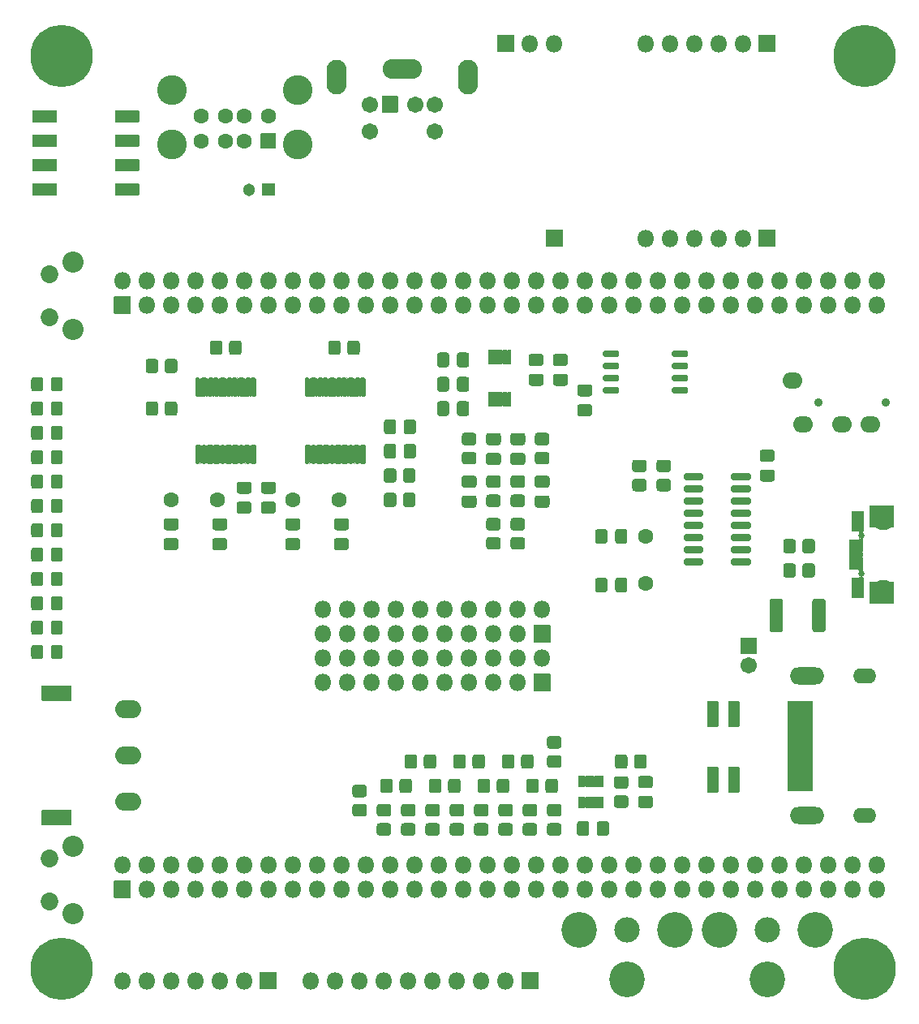
<source format=gts>
G04 #@! TF.GenerationSoftware,KiCad,Pcbnew,5.1.10-88a1d61d58~90~ubuntu20.04.1*
G04 #@! TF.CreationDate,2021-11-05T20:40:26+01:00*
G04 #@! TF.ProjectId,FPGC4IOboard,46504743-3449-44f6-926f-6172642e6b69,rev?*
G04 #@! TF.SameCoordinates,Original*
G04 #@! TF.FileFunction,Soldermask,Top*
G04 #@! TF.FilePolarity,Negative*
%FSLAX46Y46*%
G04 Gerber Fmt 4.6, Leading zero omitted, Abs format (unit mm)*
G04 Created by KiCad (PCBNEW 5.1.10-88a1d61d58~90~ubuntu20.04.1) date 2021-11-05 20:40:26*
%MOMM*%
%LPD*%
G01*
G04 APERTURE LIST*
%ADD10C,2.202000*%
%ADD11C,1.852000*%
%ADD12O,1.802000X1.802000*%
%ADD13C,1.702000*%
%ADD14C,1.302000*%
%ADD15O,2.102000X1.702000*%
%ADD16C,0.902000*%
%ADD17O,2.702000X1.902000*%
%ADD18O,4.102000X2.102000*%
%ADD19O,2.102000X3.602000*%
%ADD20C,1.602000*%
%ADD21C,3.102000*%
%ADD22O,2.402000X1.602000*%
%ADD23O,3.602000X1.802000*%
%ADD24C,6.502000*%
%ADD25C,0.652000*%
%ADD26O,2.002000X1.302000*%
%ADD27C,2.652000*%
%ADD28C,3.718000*%
%ADD29C,0.100000*%
G04 APERTURE END LIST*
D10*
X83770000Y-66020000D03*
D11*
X81280000Y-64770000D03*
X81280000Y-60270000D03*
D10*
X83770000Y-59010000D03*
G36*
G01*
X82056000Y-50875000D02*
X82056000Y-51995000D01*
G75*
G02*
X82005000Y-52046000I-51000J0D01*
G01*
X79565000Y-52046000D01*
G75*
G02*
X79514000Y-51995000I0J51000D01*
G01*
X79514000Y-50875000D01*
G75*
G02*
X79565000Y-50824000I51000J0D01*
G01*
X82005000Y-50824000D01*
G75*
G02*
X82056000Y-50875000I0J-51000D01*
G01*
G37*
G36*
G01*
X90666000Y-43255000D02*
X90666000Y-44375000D01*
G75*
G02*
X90615000Y-44426000I-51000J0D01*
G01*
X88175000Y-44426000D01*
G75*
G02*
X88124000Y-44375000I0J51000D01*
G01*
X88124000Y-43255000D01*
G75*
G02*
X88175000Y-43204000I51000J0D01*
G01*
X90615000Y-43204000D01*
G75*
G02*
X90666000Y-43255000I0J-51000D01*
G01*
G37*
G36*
G01*
X82056000Y-48335000D02*
X82056000Y-49455000D01*
G75*
G02*
X82005000Y-49506000I-51000J0D01*
G01*
X79565000Y-49506000D01*
G75*
G02*
X79514000Y-49455000I0J51000D01*
G01*
X79514000Y-48335000D01*
G75*
G02*
X79565000Y-48284000I51000J0D01*
G01*
X82005000Y-48284000D01*
G75*
G02*
X82056000Y-48335000I0J-51000D01*
G01*
G37*
G36*
G01*
X90666000Y-45795000D02*
X90666000Y-46915000D01*
G75*
G02*
X90615000Y-46966000I-51000J0D01*
G01*
X88175000Y-46966000D01*
G75*
G02*
X88124000Y-46915000I0J51000D01*
G01*
X88124000Y-45795000D01*
G75*
G02*
X88175000Y-45744000I51000J0D01*
G01*
X90615000Y-45744000D01*
G75*
G02*
X90666000Y-45795000I0J-51000D01*
G01*
G37*
G36*
G01*
X82056000Y-45795000D02*
X82056000Y-46915000D01*
G75*
G02*
X82005000Y-46966000I-51000J0D01*
G01*
X79565000Y-46966000D01*
G75*
G02*
X79514000Y-46915000I0J51000D01*
G01*
X79514000Y-45795000D01*
G75*
G02*
X79565000Y-45744000I51000J0D01*
G01*
X82005000Y-45744000D01*
G75*
G02*
X82056000Y-45795000I0J-51000D01*
G01*
G37*
G36*
G01*
X90666000Y-48335000D02*
X90666000Y-49455000D01*
G75*
G02*
X90615000Y-49506000I-51000J0D01*
G01*
X88175000Y-49506000D01*
G75*
G02*
X88124000Y-49455000I0J51000D01*
G01*
X88124000Y-48335000D01*
G75*
G02*
X88175000Y-48284000I51000J0D01*
G01*
X90615000Y-48284000D01*
G75*
G02*
X90666000Y-48335000I0J-51000D01*
G01*
G37*
G36*
G01*
X82056000Y-43255000D02*
X82056000Y-44375000D01*
G75*
G02*
X82005000Y-44426000I-51000J0D01*
G01*
X79565000Y-44426000D01*
G75*
G02*
X79514000Y-44375000I0J51000D01*
G01*
X79514000Y-43255000D01*
G75*
G02*
X79565000Y-43204000I51000J0D01*
G01*
X82005000Y-43204000D01*
G75*
G02*
X82056000Y-43255000I0J-51000D01*
G01*
G37*
G36*
G01*
X90666000Y-50875000D02*
X90666000Y-51995000D01*
G75*
G02*
X90615000Y-52046000I-51000J0D01*
G01*
X88175000Y-52046000D01*
G75*
G02*
X88124000Y-51995000I0J51000D01*
G01*
X88124000Y-50875000D01*
G75*
G02*
X88175000Y-50824000I51000J0D01*
G01*
X90615000Y-50824000D01*
G75*
G02*
X90666000Y-50875000I0J-51000D01*
G01*
G37*
G36*
G01*
X131865000Y-101969000D02*
X133565000Y-101969000D01*
G75*
G02*
X133616000Y-102020000I0J-51000D01*
G01*
X133616000Y-103720000D01*
G75*
G02*
X133565000Y-103771000I-51000J0D01*
G01*
X131865000Y-103771000D01*
G75*
G02*
X131814000Y-103720000I0J51000D01*
G01*
X131814000Y-102020000D01*
G75*
G02*
X131865000Y-101969000I51000J0D01*
G01*
G37*
D12*
X132715000Y-100330000D03*
X130175000Y-102870000D03*
X130175000Y-100330000D03*
X127635000Y-102870000D03*
X127635000Y-100330000D03*
X125095000Y-102870000D03*
X125095000Y-100330000D03*
X122555000Y-102870000D03*
X122555000Y-100330000D03*
X120015000Y-102870000D03*
X120015000Y-100330000D03*
X117475000Y-102870000D03*
X117475000Y-100330000D03*
X114935000Y-102870000D03*
X114935000Y-100330000D03*
X112395000Y-102870000D03*
X112395000Y-100330000D03*
X109855000Y-102870000D03*
X109855000Y-100330000D03*
X109855000Y-95250000D03*
X109855000Y-97790000D03*
X112395000Y-95250000D03*
X112395000Y-97790000D03*
X114935000Y-95250000D03*
X114935000Y-97790000D03*
X117475000Y-95250000D03*
X117475000Y-97790000D03*
X120015000Y-95250000D03*
X120015000Y-97790000D03*
X122555000Y-95250000D03*
X122555000Y-97790000D03*
X125095000Y-95250000D03*
X125095000Y-97790000D03*
X127635000Y-95250000D03*
X127635000Y-97790000D03*
X130175000Y-95250000D03*
X130175000Y-97790000D03*
X132715000Y-95250000D03*
G36*
G01*
X131865000Y-96889000D02*
X133565000Y-96889000D01*
G75*
G02*
X133616000Y-96940000I0J-51000D01*
G01*
X133616000Y-98640000D01*
G75*
G02*
X133565000Y-98691000I-51000J0D01*
G01*
X131865000Y-98691000D01*
G75*
G02*
X131814000Y-98640000I0J51000D01*
G01*
X131814000Y-96940000D01*
G75*
G02*
X131865000Y-96889000I51000J0D01*
G01*
G37*
G36*
G01*
X133084000Y-57365000D02*
X133084000Y-55665000D01*
G75*
G02*
X133135000Y-55614000I51000J0D01*
G01*
X134835000Y-55614000D01*
G75*
G02*
X134886000Y-55665000I0J-51000D01*
G01*
X134886000Y-57365000D01*
G75*
G02*
X134835000Y-57416000I-51000J0D01*
G01*
X133135000Y-57416000D01*
G75*
G02*
X133084000Y-57365000I0J51000D01*
G01*
G37*
G36*
G01*
X129069000Y-74020000D02*
X129069000Y-72620000D01*
G75*
G02*
X129120000Y-72569000I51000J0D01*
G01*
X129420000Y-72569000D01*
G75*
G02*
X129471000Y-72620000I0J-51000D01*
G01*
X129471000Y-74020000D01*
G75*
G02*
X129420000Y-74071000I-51000J0D01*
G01*
X129120000Y-74071000D01*
G75*
G02*
X129069000Y-74020000I0J51000D01*
G01*
G37*
G36*
G01*
X128569000Y-74020000D02*
X128569000Y-72620000D01*
G75*
G02*
X128620000Y-72569000I51000J0D01*
G01*
X128920000Y-72569000D01*
G75*
G02*
X128971000Y-72620000I0J-51000D01*
G01*
X128971000Y-74020000D01*
G75*
G02*
X128920000Y-74071000I-51000J0D01*
G01*
X128620000Y-74071000D01*
G75*
G02*
X128569000Y-74020000I0J51000D01*
G01*
G37*
G36*
G01*
X128069000Y-74020000D02*
X128069000Y-72620000D01*
G75*
G02*
X128120000Y-72569000I51000J0D01*
G01*
X128420000Y-72569000D01*
G75*
G02*
X128471000Y-72620000I0J-51000D01*
G01*
X128471000Y-74020000D01*
G75*
G02*
X128420000Y-74071000I-51000J0D01*
G01*
X128120000Y-74071000D01*
G75*
G02*
X128069000Y-74020000I0J51000D01*
G01*
G37*
G36*
G01*
X127569000Y-74020000D02*
X127569000Y-72620000D01*
G75*
G02*
X127620000Y-72569000I51000J0D01*
G01*
X127920000Y-72569000D01*
G75*
G02*
X127971000Y-72620000I0J-51000D01*
G01*
X127971000Y-74020000D01*
G75*
G02*
X127920000Y-74071000I-51000J0D01*
G01*
X127620000Y-74071000D01*
G75*
G02*
X127569000Y-74020000I0J51000D01*
G01*
G37*
G36*
G01*
X127069000Y-74020000D02*
X127069000Y-72620000D01*
G75*
G02*
X127120000Y-72569000I51000J0D01*
G01*
X127420000Y-72569000D01*
G75*
G02*
X127471000Y-72620000I0J-51000D01*
G01*
X127471000Y-74020000D01*
G75*
G02*
X127420000Y-74071000I-51000J0D01*
G01*
X127120000Y-74071000D01*
G75*
G02*
X127069000Y-74020000I0J51000D01*
G01*
G37*
G36*
G01*
X127069000Y-69620000D02*
X127069000Y-68220000D01*
G75*
G02*
X127120000Y-68169000I51000J0D01*
G01*
X127420000Y-68169000D01*
G75*
G02*
X127471000Y-68220000I0J-51000D01*
G01*
X127471000Y-69620000D01*
G75*
G02*
X127420000Y-69671000I-51000J0D01*
G01*
X127120000Y-69671000D01*
G75*
G02*
X127069000Y-69620000I0J51000D01*
G01*
G37*
G36*
G01*
X127569000Y-69620000D02*
X127569000Y-68220000D01*
G75*
G02*
X127620000Y-68169000I51000J0D01*
G01*
X127920000Y-68169000D01*
G75*
G02*
X127971000Y-68220000I0J-51000D01*
G01*
X127971000Y-69620000D01*
G75*
G02*
X127920000Y-69671000I-51000J0D01*
G01*
X127620000Y-69671000D01*
G75*
G02*
X127569000Y-69620000I0J51000D01*
G01*
G37*
G36*
G01*
X128069000Y-69620000D02*
X128069000Y-68220000D01*
G75*
G02*
X128120000Y-68169000I51000J0D01*
G01*
X128420000Y-68169000D01*
G75*
G02*
X128471000Y-68220000I0J-51000D01*
G01*
X128471000Y-69620000D01*
G75*
G02*
X128420000Y-69671000I-51000J0D01*
G01*
X128120000Y-69671000D01*
G75*
G02*
X128069000Y-69620000I0J51000D01*
G01*
G37*
G36*
G01*
X128569000Y-69620000D02*
X128569000Y-68220000D01*
G75*
G02*
X128620000Y-68169000I51000J0D01*
G01*
X128920000Y-68169000D01*
G75*
G02*
X128971000Y-68220000I0J-51000D01*
G01*
X128971000Y-69620000D01*
G75*
G02*
X128920000Y-69671000I-51000J0D01*
G01*
X128620000Y-69671000D01*
G75*
G02*
X128569000Y-69620000I0J51000D01*
G01*
G37*
G36*
G01*
X129069000Y-69620000D02*
X129069000Y-68220000D01*
G75*
G02*
X129120000Y-68169000I51000J0D01*
G01*
X129420000Y-68169000D01*
G75*
G02*
X129471000Y-68220000I0J-51000D01*
G01*
X129471000Y-69620000D01*
G75*
G02*
X129420000Y-69671000I-51000J0D01*
G01*
X129120000Y-69671000D01*
G75*
G02*
X129069000Y-69620000I0J51000D01*
G01*
G37*
G36*
G01*
X153505000Y-98209000D02*
X155105000Y-98209000D01*
G75*
G02*
X155156000Y-98260000I0J-51000D01*
G01*
X155156000Y-99860000D01*
G75*
G02*
X155105000Y-99911000I-51000J0D01*
G01*
X153505000Y-99911000D01*
G75*
G02*
X153454000Y-99860000I0J51000D01*
G01*
X153454000Y-98260000D01*
G75*
G02*
X153505000Y-98209000I51000J0D01*
G01*
G37*
D13*
X154305000Y-101060000D03*
G36*
G01*
X104791000Y-50834999D02*
X104791000Y-52035001D01*
G75*
G02*
X104740001Y-52086000I-50999J0D01*
G01*
X103539999Y-52086000D01*
G75*
G02*
X103489000Y-52035001I0J50999D01*
G01*
X103489000Y-50834999D01*
G75*
G02*
X103539999Y-50784000I50999J0D01*
G01*
X104740001Y-50784000D01*
G75*
G02*
X104791000Y-50834999I0J-50999D01*
G01*
G37*
D14*
X102140000Y-51435000D03*
D15*
X163980000Y-75960000D03*
D16*
X168580000Y-73660000D03*
X161580000Y-73660000D03*
D15*
X166980000Y-75960000D03*
X159980000Y-75960000D03*
X158880000Y-71360000D03*
G36*
G01*
X103290000Y-133084000D02*
X104990000Y-133084000D01*
G75*
G02*
X105041000Y-133135000I0J-51000D01*
G01*
X105041000Y-134835000D01*
G75*
G02*
X104990000Y-134886000I-51000J0D01*
G01*
X103290000Y-134886000D01*
G75*
G02*
X103239000Y-134835000I0J51000D01*
G01*
X103239000Y-133135000D01*
G75*
G02*
X103290000Y-133084000I51000J0D01*
G01*
G37*
D12*
X101600000Y-133985000D03*
X99060000Y-133985000D03*
X96520000Y-133985000D03*
X93980000Y-133985000D03*
X91440000Y-133985000D03*
X88900000Y-133985000D03*
G36*
G01*
X130595000Y-133084000D02*
X132295000Y-133084000D01*
G75*
G02*
X132346000Y-133135000I0J-51000D01*
G01*
X132346000Y-134835000D01*
G75*
G02*
X132295000Y-134886000I-51000J0D01*
G01*
X130595000Y-134886000D01*
G75*
G02*
X130544000Y-134835000I0J51000D01*
G01*
X130544000Y-133135000D01*
G75*
G02*
X130595000Y-133084000I51000J0D01*
G01*
G37*
X128905000Y-133985000D03*
X126365000Y-133985000D03*
X123825000Y-133985000D03*
X121285000Y-133985000D03*
X118745000Y-133985000D03*
X116205000Y-133985000D03*
X113665000Y-133985000D03*
X111125000Y-133985000D03*
X108585000Y-133985000D03*
X143510000Y-56515000D03*
X146050000Y-56515000D03*
X148590000Y-56515000D03*
X151130000Y-56515000D03*
X153670000Y-56515000D03*
G36*
G01*
X155360000Y-55614000D02*
X157060000Y-55614000D01*
G75*
G02*
X157111000Y-55665000I0J-51000D01*
G01*
X157111000Y-57365000D01*
G75*
G02*
X157060000Y-57416000I-51000J0D01*
G01*
X155360000Y-57416000D01*
G75*
G02*
X155309000Y-57365000I0J51000D01*
G01*
X155309000Y-55665000D01*
G75*
G02*
X155360000Y-55614000I51000J0D01*
G01*
G37*
G36*
G01*
X155360000Y-35294000D02*
X157060000Y-35294000D01*
G75*
G02*
X157111000Y-35345000I0J-51000D01*
G01*
X157111000Y-37045000D01*
G75*
G02*
X157060000Y-37096000I-51000J0D01*
G01*
X155360000Y-37096000D01*
G75*
G02*
X155309000Y-37045000I0J51000D01*
G01*
X155309000Y-35345000D01*
G75*
G02*
X155360000Y-35294000I51000J0D01*
G01*
G37*
X153670000Y-36195000D03*
X151130000Y-36195000D03*
X148590000Y-36195000D03*
X146050000Y-36195000D03*
X143510000Y-36195000D03*
G36*
G01*
X129755000Y-37096000D02*
X128055000Y-37096000D01*
G75*
G02*
X128004000Y-37045000I0J51000D01*
G01*
X128004000Y-35345000D01*
G75*
G02*
X128055000Y-35294000I51000J0D01*
G01*
X129755000Y-35294000D01*
G75*
G02*
X129806000Y-35345000I0J-51000D01*
G01*
X129806000Y-37045000D01*
G75*
G02*
X129755000Y-37096000I-51000J0D01*
G01*
G37*
X131445000Y-36195000D03*
X133985000Y-36195000D03*
D10*
X83770000Y-119970000D03*
D11*
X81280000Y-121230000D03*
X81280000Y-125730000D03*
D10*
X83770000Y-126980000D03*
D17*
X89535000Y-105690000D03*
X89535000Y-110490000D03*
X89535000Y-115290000D03*
G36*
G01*
X80535000Y-103189000D02*
X83535000Y-103189000D01*
G75*
G02*
X83586000Y-103240000I0J-51000D01*
G01*
X83586000Y-104740000D01*
G75*
G02*
X83535000Y-104791000I-51000J0D01*
G01*
X80535000Y-104791000D01*
G75*
G02*
X80484000Y-104740000I0J51000D01*
G01*
X80484000Y-103240000D01*
G75*
G02*
X80535000Y-103189000I51000J0D01*
G01*
G37*
G36*
G01*
X80535000Y-116189000D02*
X83535000Y-116189000D01*
G75*
G02*
X83586000Y-116240000I0J-51000D01*
G01*
X83586000Y-117740000D01*
G75*
G02*
X83535000Y-117791000I-51000J0D01*
G01*
X80535000Y-117791000D01*
G75*
G02*
X80484000Y-117740000I0J51000D01*
G01*
X80484000Y-116240000D01*
G75*
G02*
X80535000Y-116189000I51000J0D01*
G01*
G37*
D18*
X118140000Y-38895000D03*
D13*
X121540000Y-45345000D03*
X114740000Y-45345000D03*
X121540000Y-42545000D03*
X114740000Y-42545000D03*
X119440000Y-42545000D03*
G36*
G01*
X117691000Y-41745000D02*
X117691000Y-43345000D01*
G75*
G02*
X117640000Y-43396000I-51000J0D01*
G01*
X116040000Y-43396000D01*
G75*
G02*
X115989000Y-43345000I0J51000D01*
G01*
X115989000Y-41745000D01*
G75*
G02*
X116040000Y-41694000I51000J0D01*
G01*
X117640000Y-41694000D01*
G75*
G02*
X117691000Y-41745000I0J-51000D01*
G01*
G37*
D19*
X111290000Y-39695000D03*
X124990000Y-39695000D03*
D20*
X97140000Y-43735000D03*
X99640000Y-43735000D03*
X101640000Y-43735000D03*
X104140000Y-43735000D03*
D21*
X94070000Y-41025000D03*
X107210000Y-41025000D03*
D20*
X97140000Y-46355000D03*
X99640000Y-46355000D03*
X101640000Y-46355000D03*
G36*
G01*
X104941000Y-45605000D02*
X104941000Y-47105000D01*
G75*
G02*
X104890000Y-47156000I-51000J0D01*
G01*
X103390000Y-47156000D01*
G75*
G02*
X103339000Y-47105000I0J51000D01*
G01*
X103339000Y-45605000D01*
G75*
G02*
X103390000Y-45554000I51000J0D01*
G01*
X104890000Y-45554000D01*
G75*
G02*
X104941000Y-45605000I0J-51000D01*
G01*
G37*
D21*
X107210000Y-46705000D03*
X94070000Y-46705000D03*
D22*
X166370000Y-116724000D03*
X166370000Y-102224000D03*
D23*
X160410000Y-116724000D03*
X160410000Y-102224000D03*
G36*
G01*
X160950000Y-114175000D02*
X158350000Y-114175000D01*
G75*
G02*
X158299000Y-114124000I0J51000D01*
G01*
X158299000Y-113824000D01*
G75*
G02*
X158350000Y-113773000I51000J0D01*
G01*
X160950000Y-113773000D01*
G75*
G02*
X161001000Y-113824000I0J-51000D01*
G01*
X161001000Y-114124000D01*
G75*
G02*
X160950000Y-114175000I-51000J0D01*
G01*
G37*
G36*
G01*
X160950000Y-113675000D02*
X158350000Y-113675000D01*
G75*
G02*
X158299000Y-113624000I0J51000D01*
G01*
X158299000Y-113324000D01*
G75*
G02*
X158350000Y-113273000I51000J0D01*
G01*
X160950000Y-113273000D01*
G75*
G02*
X161001000Y-113324000I0J-51000D01*
G01*
X161001000Y-113624000D01*
G75*
G02*
X160950000Y-113675000I-51000J0D01*
G01*
G37*
G36*
G01*
X160950000Y-113175000D02*
X158350000Y-113175000D01*
G75*
G02*
X158299000Y-113124000I0J51000D01*
G01*
X158299000Y-112824000D01*
G75*
G02*
X158350000Y-112773000I51000J0D01*
G01*
X160950000Y-112773000D01*
G75*
G02*
X161001000Y-112824000I0J-51000D01*
G01*
X161001000Y-113124000D01*
G75*
G02*
X160950000Y-113175000I-51000J0D01*
G01*
G37*
G36*
G01*
X160950000Y-112675000D02*
X158350000Y-112675000D01*
G75*
G02*
X158299000Y-112624000I0J51000D01*
G01*
X158299000Y-112324000D01*
G75*
G02*
X158350000Y-112273000I51000J0D01*
G01*
X160950000Y-112273000D01*
G75*
G02*
X161001000Y-112324000I0J-51000D01*
G01*
X161001000Y-112624000D01*
G75*
G02*
X160950000Y-112675000I-51000J0D01*
G01*
G37*
G36*
G01*
X160950000Y-112175000D02*
X158350000Y-112175000D01*
G75*
G02*
X158299000Y-112124000I0J51000D01*
G01*
X158299000Y-111824000D01*
G75*
G02*
X158350000Y-111773000I51000J0D01*
G01*
X160950000Y-111773000D01*
G75*
G02*
X161001000Y-111824000I0J-51000D01*
G01*
X161001000Y-112124000D01*
G75*
G02*
X160950000Y-112175000I-51000J0D01*
G01*
G37*
G36*
G01*
X160950000Y-111675000D02*
X158350000Y-111675000D01*
G75*
G02*
X158299000Y-111624000I0J51000D01*
G01*
X158299000Y-111324000D01*
G75*
G02*
X158350000Y-111273000I51000J0D01*
G01*
X160950000Y-111273000D01*
G75*
G02*
X161001000Y-111324000I0J-51000D01*
G01*
X161001000Y-111624000D01*
G75*
G02*
X160950000Y-111675000I-51000J0D01*
G01*
G37*
G36*
G01*
X160950000Y-111175000D02*
X158350000Y-111175000D01*
G75*
G02*
X158299000Y-111124000I0J51000D01*
G01*
X158299000Y-110824000D01*
G75*
G02*
X158350000Y-110773000I51000J0D01*
G01*
X160950000Y-110773000D01*
G75*
G02*
X161001000Y-110824000I0J-51000D01*
G01*
X161001000Y-111124000D01*
G75*
G02*
X160950000Y-111175000I-51000J0D01*
G01*
G37*
G36*
G01*
X160950000Y-110675000D02*
X158350000Y-110675000D01*
G75*
G02*
X158299000Y-110624000I0J51000D01*
G01*
X158299000Y-110324000D01*
G75*
G02*
X158350000Y-110273000I51000J0D01*
G01*
X160950000Y-110273000D01*
G75*
G02*
X161001000Y-110324000I0J-51000D01*
G01*
X161001000Y-110624000D01*
G75*
G02*
X160950000Y-110675000I-51000J0D01*
G01*
G37*
G36*
G01*
X160950000Y-110175000D02*
X158350000Y-110175000D01*
G75*
G02*
X158299000Y-110124000I0J51000D01*
G01*
X158299000Y-109824000D01*
G75*
G02*
X158350000Y-109773000I51000J0D01*
G01*
X160950000Y-109773000D01*
G75*
G02*
X161001000Y-109824000I0J-51000D01*
G01*
X161001000Y-110124000D01*
G75*
G02*
X160950000Y-110175000I-51000J0D01*
G01*
G37*
G36*
G01*
X160950000Y-109675000D02*
X158350000Y-109675000D01*
G75*
G02*
X158299000Y-109624000I0J51000D01*
G01*
X158299000Y-109324000D01*
G75*
G02*
X158350000Y-109273000I51000J0D01*
G01*
X160950000Y-109273000D01*
G75*
G02*
X161001000Y-109324000I0J-51000D01*
G01*
X161001000Y-109624000D01*
G75*
G02*
X160950000Y-109675000I-51000J0D01*
G01*
G37*
G36*
G01*
X160950000Y-109175000D02*
X158350000Y-109175000D01*
G75*
G02*
X158299000Y-109124000I0J51000D01*
G01*
X158299000Y-108824000D01*
G75*
G02*
X158350000Y-108773000I51000J0D01*
G01*
X160950000Y-108773000D01*
G75*
G02*
X161001000Y-108824000I0J-51000D01*
G01*
X161001000Y-109124000D01*
G75*
G02*
X160950000Y-109175000I-51000J0D01*
G01*
G37*
G36*
G01*
X160950000Y-108675000D02*
X158350000Y-108675000D01*
G75*
G02*
X158299000Y-108624000I0J51000D01*
G01*
X158299000Y-108324000D01*
G75*
G02*
X158350000Y-108273000I51000J0D01*
G01*
X160950000Y-108273000D01*
G75*
G02*
X161001000Y-108324000I0J-51000D01*
G01*
X161001000Y-108624000D01*
G75*
G02*
X160950000Y-108675000I-51000J0D01*
G01*
G37*
G36*
G01*
X160950000Y-108175000D02*
X158350000Y-108175000D01*
G75*
G02*
X158299000Y-108124000I0J51000D01*
G01*
X158299000Y-107824000D01*
G75*
G02*
X158350000Y-107773000I51000J0D01*
G01*
X160950000Y-107773000D01*
G75*
G02*
X161001000Y-107824000I0J-51000D01*
G01*
X161001000Y-108124000D01*
G75*
G02*
X160950000Y-108175000I-51000J0D01*
G01*
G37*
G36*
G01*
X160950000Y-107675000D02*
X158350000Y-107675000D01*
G75*
G02*
X158299000Y-107624000I0J51000D01*
G01*
X158299000Y-107324000D01*
G75*
G02*
X158350000Y-107273000I51000J0D01*
G01*
X160950000Y-107273000D01*
G75*
G02*
X161001000Y-107324000I0J-51000D01*
G01*
X161001000Y-107624000D01*
G75*
G02*
X160950000Y-107675000I-51000J0D01*
G01*
G37*
G36*
G01*
X160950000Y-107175000D02*
X158350000Y-107175000D01*
G75*
G02*
X158299000Y-107124000I0J51000D01*
G01*
X158299000Y-106824000D01*
G75*
G02*
X158350000Y-106773000I51000J0D01*
G01*
X160950000Y-106773000D01*
G75*
G02*
X161001000Y-106824000I0J-51000D01*
G01*
X161001000Y-107124000D01*
G75*
G02*
X160950000Y-107175000I-51000J0D01*
G01*
G37*
G36*
G01*
X160950000Y-106675000D02*
X158350000Y-106675000D01*
G75*
G02*
X158299000Y-106624000I0J51000D01*
G01*
X158299000Y-106324000D01*
G75*
G02*
X158350000Y-106273000I51000J0D01*
G01*
X160950000Y-106273000D01*
G75*
G02*
X161001000Y-106324000I0J-51000D01*
G01*
X161001000Y-106624000D01*
G75*
G02*
X160950000Y-106675000I-51000J0D01*
G01*
G37*
G36*
G01*
X160950000Y-106175000D02*
X158350000Y-106175000D01*
G75*
G02*
X158299000Y-106124000I0J51000D01*
G01*
X158299000Y-105824000D01*
G75*
G02*
X158350000Y-105773000I51000J0D01*
G01*
X160950000Y-105773000D01*
G75*
G02*
X161001000Y-105824000I0J-51000D01*
G01*
X161001000Y-106124000D01*
G75*
G02*
X160950000Y-106175000I-51000J0D01*
G01*
G37*
G36*
G01*
X160950000Y-105675000D02*
X158350000Y-105675000D01*
G75*
G02*
X158299000Y-105624000I0J51000D01*
G01*
X158299000Y-105324000D01*
G75*
G02*
X158350000Y-105273000I51000J0D01*
G01*
X160950000Y-105273000D01*
G75*
G02*
X161001000Y-105324000I0J-51000D01*
G01*
X161001000Y-105624000D01*
G75*
G02*
X160950000Y-105675000I-51000J0D01*
G01*
G37*
G36*
G01*
X160950000Y-105175000D02*
X158350000Y-105175000D01*
G75*
G02*
X158299000Y-105124000I0J51000D01*
G01*
X158299000Y-104824000D01*
G75*
G02*
X158350000Y-104773000I51000J0D01*
G01*
X160950000Y-104773000D01*
G75*
G02*
X161001000Y-104824000I0J-51000D01*
G01*
X161001000Y-105124000D01*
G75*
G02*
X160950000Y-105175000I-51000J0D01*
G01*
G37*
D24*
X166370000Y-37465000D03*
X82550000Y-37465000D03*
X82550000Y-132715000D03*
X166370000Y-132715000D03*
D12*
X167640000Y-121920000D03*
X167640000Y-124460000D03*
X165100000Y-121920000D03*
X165100000Y-124460000D03*
X162560000Y-121920000D03*
X162560000Y-124460000D03*
X160020000Y-121920000D03*
X160020000Y-124460000D03*
X157480000Y-121920000D03*
X157480000Y-124460000D03*
X154940000Y-121920000D03*
X154940000Y-124460000D03*
X152400000Y-121920000D03*
X152400000Y-124460000D03*
X149860000Y-121920000D03*
X149860000Y-124460000D03*
X147320000Y-121920000D03*
X147320000Y-124460000D03*
X144780000Y-121920000D03*
X144780000Y-124460000D03*
X142240000Y-121920000D03*
X142240000Y-124460000D03*
X139700000Y-121920000D03*
X139700000Y-124460000D03*
X137160000Y-121920000D03*
X137160000Y-124460000D03*
X134620000Y-121920000D03*
X134620000Y-124460000D03*
X132080000Y-121920000D03*
X132080000Y-124460000D03*
X129540000Y-121920000D03*
X129540000Y-124460000D03*
X127000000Y-121920000D03*
X127000000Y-124460000D03*
X124460000Y-121920000D03*
X124460000Y-124460000D03*
X121920000Y-121920000D03*
X121920000Y-124460000D03*
X119380000Y-121920000D03*
X119380000Y-124460000D03*
X116840000Y-121920000D03*
X116840000Y-124460000D03*
X114300000Y-121920000D03*
X114300000Y-124460000D03*
X111760000Y-121920000D03*
X111760000Y-124460000D03*
X109220000Y-121920000D03*
X109220000Y-124460000D03*
X106680000Y-121920000D03*
X106680000Y-124460000D03*
X104140000Y-121920000D03*
X104140000Y-124460000D03*
X101600000Y-121920000D03*
X101600000Y-124460000D03*
X99060000Y-121920000D03*
X99060000Y-124460000D03*
X96520000Y-121920000D03*
X96520000Y-124460000D03*
X93980000Y-121920000D03*
X93980000Y-124460000D03*
X91440000Y-121920000D03*
X91440000Y-124460000D03*
X88900000Y-121920000D03*
G36*
G01*
X89750000Y-125361000D02*
X88050000Y-125361000D01*
G75*
G02*
X87999000Y-125310000I0J51000D01*
G01*
X87999000Y-123610000D01*
G75*
G02*
X88050000Y-123559000I51000J0D01*
G01*
X89750000Y-123559000D01*
G75*
G02*
X89801000Y-123610000I0J-51000D01*
G01*
X89801000Y-125310000D01*
G75*
G02*
X89750000Y-125361000I-51000J0D01*
G01*
G37*
G36*
G01*
X89750000Y-64401000D02*
X88050000Y-64401000D01*
G75*
G02*
X87999000Y-64350000I0J51000D01*
G01*
X87999000Y-62650000D01*
G75*
G02*
X88050000Y-62599000I51000J0D01*
G01*
X89750000Y-62599000D01*
G75*
G02*
X89801000Y-62650000I0J-51000D01*
G01*
X89801000Y-64350000D01*
G75*
G02*
X89750000Y-64401000I-51000J0D01*
G01*
G37*
X88900000Y-60960000D03*
X91440000Y-63500000D03*
X91440000Y-60960000D03*
X93980000Y-63500000D03*
X93980000Y-60960000D03*
X96520000Y-63500000D03*
X96520000Y-60960000D03*
X99060000Y-63500000D03*
X99060000Y-60960000D03*
X101600000Y-63500000D03*
X101600000Y-60960000D03*
X104140000Y-63500000D03*
X104140000Y-60960000D03*
X106680000Y-63500000D03*
X106680000Y-60960000D03*
X109220000Y-63500000D03*
X109220000Y-60960000D03*
X111760000Y-63500000D03*
X111760000Y-60960000D03*
X114300000Y-63500000D03*
X114300000Y-60960000D03*
X116840000Y-63500000D03*
X116840000Y-60960000D03*
X119380000Y-63500000D03*
X119380000Y-60960000D03*
X121920000Y-63500000D03*
X121920000Y-60960000D03*
X124460000Y-63500000D03*
X124460000Y-60960000D03*
X127000000Y-63500000D03*
X127000000Y-60960000D03*
X129540000Y-63500000D03*
X129540000Y-60960000D03*
X132080000Y-63500000D03*
X132080000Y-60960000D03*
X134620000Y-63500000D03*
X134620000Y-60960000D03*
X137160000Y-63500000D03*
X137160000Y-60960000D03*
X139700000Y-63500000D03*
X139700000Y-60960000D03*
X142240000Y-63500000D03*
X142240000Y-60960000D03*
X144780000Y-63500000D03*
X144780000Y-60960000D03*
X147320000Y-63500000D03*
X147320000Y-60960000D03*
X149860000Y-63500000D03*
X149860000Y-60960000D03*
X152400000Y-63500000D03*
X152400000Y-60960000D03*
X154940000Y-63500000D03*
X154940000Y-60960000D03*
X157480000Y-63500000D03*
X157480000Y-60960000D03*
X160020000Y-63500000D03*
X160020000Y-60960000D03*
X162560000Y-63500000D03*
X162560000Y-60960000D03*
X165100000Y-63500000D03*
X165100000Y-60960000D03*
X167640000Y-63500000D03*
X167640000Y-60960000D03*
G36*
G01*
X139703500Y-117605702D02*
X139703500Y-118614298D01*
G75*
G02*
X139431798Y-118886000I-271702J0D01*
G01*
X138698202Y-118886000D01*
G75*
G02*
X138426500Y-118614298I0J271702D01*
G01*
X138426500Y-117605702D01*
G75*
G02*
X138698202Y-117334000I271702J0D01*
G01*
X139431798Y-117334000D01*
G75*
G02*
X139703500Y-117605702I0J-271702D01*
G01*
G37*
G36*
G01*
X137628500Y-117605702D02*
X137628500Y-118614298D01*
G75*
G02*
X137356798Y-118886000I-271702J0D01*
G01*
X136623202Y-118886000D01*
G75*
G02*
X136351500Y-118614298I0J271702D01*
G01*
X136351500Y-117605702D01*
G75*
G02*
X136623202Y-117334000I271702J0D01*
G01*
X137356798Y-117334000D01*
G75*
G02*
X137628500Y-117605702I0J-271702D01*
G01*
G37*
G36*
G01*
X143005702Y-114699000D02*
X144014298Y-114699000D01*
G75*
G02*
X144286000Y-114970702I0J-271702D01*
G01*
X144286000Y-115704298D01*
G75*
G02*
X144014298Y-115976000I-271702J0D01*
G01*
X143005702Y-115976000D01*
G75*
G02*
X142734000Y-115704298I0J271702D01*
G01*
X142734000Y-114970702D01*
G75*
G02*
X143005702Y-114699000I271702J0D01*
G01*
G37*
G36*
G01*
X143005702Y-112624000D02*
X144014298Y-112624000D01*
G75*
G02*
X144286000Y-112895702I0J-271702D01*
G01*
X144286000Y-113629298D01*
G75*
G02*
X144014298Y-113901000I-271702J0D01*
G01*
X143005702Y-113901000D01*
G75*
G02*
X142734000Y-113629298I0J271702D01*
G01*
X142734000Y-112895702D01*
G75*
G02*
X143005702Y-112624000I271702J0D01*
G01*
G37*
G36*
G01*
X123023500Y-71250702D02*
X123023500Y-72259298D01*
G75*
G02*
X122751798Y-72531000I-271702J0D01*
G01*
X122018202Y-72531000D01*
G75*
G02*
X121746500Y-72259298I0J271702D01*
G01*
X121746500Y-71250702D01*
G75*
G02*
X122018202Y-70979000I271702J0D01*
G01*
X122751798Y-70979000D01*
G75*
G02*
X123023500Y-71250702I0J-271702D01*
G01*
G37*
G36*
G01*
X125098500Y-71250702D02*
X125098500Y-72259298D01*
G75*
G02*
X124826798Y-72531000I-271702J0D01*
G01*
X124093202Y-72531000D01*
G75*
G02*
X123821500Y-72259298I0J271702D01*
G01*
X123821500Y-71250702D01*
G75*
G02*
X124093202Y-70979000I271702J0D01*
G01*
X124826798Y-70979000D01*
G75*
G02*
X125098500Y-71250702I0J-271702D01*
G01*
G37*
G36*
G01*
X125098500Y-68710702D02*
X125098500Y-69719298D01*
G75*
G02*
X124826798Y-69991000I-271702J0D01*
G01*
X124093202Y-69991000D01*
G75*
G02*
X123821500Y-69719298I0J271702D01*
G01*
X123821500Y-68710702D01*
G75*
G02*
X124093202Y-68439000I271702J0D01*
G01*
X124826798Y-68439000D01*
G75*
G02*
X125098500Y-68710702I0J-271702D01*
G01*
G37*
G36*
G01*
X123023500Y-68710702D02*
X123023500Y-69719298D01*
G75*
G02*
X122751798Y-69991000I-271702J0D01*
G01*
X122018202Y-69991000D01*
G75*
G02*
X121746500Y-69719298I0J271702D01*
G01*
X121746500Y-68710702D01*
G75*
G02*
X122018202Y-68439000I271702J0D01*
G01*
X122751798Y-68439000D01*
G75*
G02*
X123023500Y-68710702I0J-271702D01*
G01*
G37*
G36*
G01*
X123023500Y-73790702D02*
X123023500Y-74799298D01*
G75*
G02*
X122751798Y-75071000I-271702J0D01*
G01*
X122018202Y-75071000D01*
G75*
G02*
X121746500Y-74799298I0J271702D01*
G01*
X121746500Y-73790702D01*
G75*
G02*
X122018202Y-73519000I271702J0D01*
G01*
X122751798Y-73519000D01*
G75*
G02*
X123023500Y-73790702I0J-271702D01*
G01*
G37*
G36*
G01*
X125098500Y-73790702D02*
X125098500Y-74799298D01*
G75*
G02*
X124826798Y-75071000I-271702J0D01*
G01*
X124093202Y-75071000D01*
G75*
G02*
X123821500Y-74799298I0J271702D01*
G01*
X123821500Y-73790702D01*
G75*
G02*
X124093202Y-73519000I271702J0D01*
G01*
X124826798Y-73519000D01*
G75*
G02*
X125098500Y-73790702I0J-271702D01*
G01*
G37*
G36*
G01*
X102104298Y-85263500D02*
X101095702Y-85263500D01*
G75*
G02*
X100824000Y-84991798I0J271702D01*
G01*
X100824000Y-84258202D01*
G75*
G02*
X101095702Y-83986500I271702J0D01*
G01*
X102104298Y-83986500D01*
G75*
G02*
X102376000Y-84258202I0J-271702D01*
G01*
X102376000Y-84991798D01*
G75*
G02*
X102104298Y-85263500I-271702J0D01*
G01*
G37*
G36*
G01*
X102104298Y-83188500D02*
X101095702Y-83188500D01*
G75*
G02*
X100824000Y-82916798I0J271702D01*
G01*
X100824000Y-82183202D01*
G75*
G02*
X101095702Y-81911500I271702J0D01*
G01*
X102104298Y-81911500D01*
G75*
G02*
X102376000Y-82183202I0J-271702D01*
G01*
X102376000Y-82916798D01*
G75*
G02*
X102104298Y-83188500I-271702J0D01*
G01*
G37*
G36*
G01*
X104644298Y-85263500D02*
X103635702Y-85263500D01*
G75*
G02*
X103364000Y-84991798I0J271702D01*
G01*
X103364000Y-84258202D01*
G75*
G02*
X103635702Y-83986500I271702J0D01*
G01*
X104644298Y-83986500D01*
G75*
G02*
X104916000Y-84258202I0J-271702D01*
G01*
X104916000Y-84991798D01*
G75*
G02*
X104644298Y-85263500I-271702J0D01*
G01*
G37*
G36*
G01*
X104644298Y-83188500D02*
X103635702Y-83188500D01*
G75*
G02*
X103364000Y-82916798I0J271702D01*
G01*
X103364000Y-82183202D01*
G75*
G02*
X103635702Y-81911500I271702J0D01*
G01*
X104644298Y-81911500D01*
G75*
G02*
X104916000Y-82183202I0J-271702D01*
G01*
X104916000Y-82916798D01*
G75*
G02*
X104644298Y-83188500I-271702J0D01*
G01*
G37*
G36*
G01*
X98555702Y-87796500D02*
X99564298Y-87796500D01*
G75*
G02*
X99836000Y-88068202I0J-271702D01*
G01*
X99836000Y-88801798D01*
G75*
G02*
X99564298Y-89073500I-271702J0D01*
G01*
X98555702Y-89073500D01*
G75*
G02*
X98284000Y-88801798I0J271702D01*
G01*
X98284000Y-88068202D01*
G75*
G02*
X98555702Y-87796500I271702J0D01*
G01*
G37*
G36*
G01*
X98555702Y-85721500D02*
X99564298Y-85721500D01*
G75*
G02*
X99836000Y-85993202I0J-271702D01*
G01*
X99836000Y-86726798D01*
G75*
G02*
X99564298Y-86998500I-271702J0D01*
G01*
X98555702Y-86998500D01*
G75*
G02*
X98284000Y-86726798I0J271702D01*
G01*
X98284000Y-85993202D01*
G75*
G02*
X98555702Y-85721500I271702J0D01*
G01*
G37*
G36*
G01*
X94484298Y-86998500D02*
X93475702Y-86998500D01*
G75*
G02*
X93204000Y-86726798I0J271702D01*
G01*
X93204000Y-85993202D01*
G75*
G02*
X93475702Y-85721500I271702J0D01*
G01*
X94484298Y-85721500D01*
G75*
G02*
X94756000Y-85993202I0J-271702D01*
G01*
X94756000Y-86726798D01*
G75*
G02*
X94484298Y-86998500I-271702J0D01*
G01*
G37*
G36*
G01*
X94484298Y-89073500D02*
X93475702Y-89073500D01*
G75*
G02*
X93204000Y-88801798I0J271702D01*
G01*
X93204000Y-88068202D01*
G75*
G02*
X93475702Y-87796500I271702J0D01*
G01*
X94484298Y-87796500D01*
G75*
G02*
X94756000Y-88068202I0J-271702D01*
G01*
X94756000Y-88801798D01*
G75*
G02*
X94484298Y-89073500I-271702J0D01*
G01*
G37*
G36*
G01*
X111255702Y-85721500D02*
X112264298Y-85721500D01*
G75*
G02*
X112536000Y-85993202I0J-271702D01*
G01*
X112536000Y-86726798D01*
G75*
G02*
X112264298Y-86998500I-271702J0D01*
G01*
X111255702Y-86998500D01*
G75*
G02*
X110984000Y-86726798I0J271702D01*
G01*
X110984000Y-85993202D01*
G75*
G02*
X111255702Y-85721500I271702J0D01*
G01*
G37*
G36*
G01*
X111255702Y-87796500D02*
X112264298Y-87796500D01*
G75*
G02*
X112536000Y-88068202I0J-271702D01*
G01*
X112536000Y-88801798D01*
G75*
G02*
X112264298Y-89073500I-271702J0D01*
G01*
X111255702Y-89073500D01*
G75*
G02*
X110984000Y-88801798I0J271702D01*
G01*
X110984000Y-88068202D01*
G75*
G02*
X111255702Y-87796500I271702J0D01*
G01*
G37*
G36*
G01*
X107184298Y-86998500D02*
X106175702Y-86998500D01*
G75*
G02*
X105904000Y-86726798I0J271702D01*
G01*
X105904000Y-85993202D01*
G75*
G02*
X106175702Y-85721500I271702J0D01*
G01*
X107184298Y-85721500D01*
G75*
G02*
X107456000Y-85993202I0J-271702D01*
G01*
X107456000Y-86726798D01*
G75*
G02*
X107184298Y-86998500I-271702J0D01*
G01*
G37*
G36*
G01*
X107184298Y-89073500D02*
X106175702Y-89073500D01*
G75*
G02*
X105904000Y-88801798I0J271702D01*
G01*
X105904000Y-88068202D01*
G75*
G02*
X106175702Y-87796500I271702J0D01*
G01*
X107184298Y-87796500D01*
G75*
G02*
X107456000Y-88068202I0J-271702D01*
G01*
X107456000Y-88801798D01*
G75*
G02*
X107184298Y-89073500I-271702J0D01*
G01*
G37*
G36*
G01*
X155705702Y-78566500D02*
X156714298Y-78566500D01*
G75*
G02*
X156986000Y-78838202I0J-271702D01*
G01*
X156986000Y-79571798D01*
G75*
G02*
X156714298Y-79843500I-271702J0D01*
G01*
X155705702Y-79843500D01*
G75*
G02*
X155434000Y-79571798I0J271702D01*
G01*
X155434000Y-78838202D01*
G75*
G02*
X155705702Y-78566500I271702J0D01*
G01*
G37*
G36*
G01*
X155705702Y-80641500D02*
X156714298Y-80641500D01*
G75*
G02*
X156986000Y-80913202I0J-271702D01*
G01*
X156986000Y-81646798D01*
G75*
G02*
X156714298Y-81918500I-271702J0D01*
G01*
X155705702Y-81918500D01*
G75*
G02*
X155434000Y-81646798I0J271702D01*
G01*
X155434000Y-80913202D01*
G75*
G02*
X155705702Y-80641500I271702J0D01*
G01*
G37*
G36*
G01*
X132584298Y-69853500D02*
X131575702Y-69853500D01*
G75*
G02*
X131304000Y-69581798I0J271702D01*
G01*
X131304000Y-68848202D01*
G75*
G02*
X131575702Y-68576500I271702J0D01*
G01*
X132584298Y-68576500D01*
G75*
G02*
X132856000Y-68848202I0J-271702D01*
G01*
X132856000Y-69581798D01*
G75*
G02*
X132584298Y-69853500I-271702J0D01*
G01*
G37*
G36*
G01*
X132584298Y-71928500D02*
X131575702Y-71928500D01*
G75*
G02*
X131304000Y-71656798I0J271702D01*
G01*
X131304000Y-70923202D01*
G75*
G02*
X131575702Y-70651500I271702J0D01*
G01*
X132584298Y-70651500D01*
G75*
G02*
X132856000Y-70923202I0J-271702D01*
G01*
X132856000Y-71656798D01*
G75*
G02*
X132584298Y-71928500I-271702J0D01*
G01*
G37*
G36*
G01*
X119553500Y-75695702D02*
X119553500Y-76704298D01*
G75*
G02*
X119281798Y-76976000I-271702J0D01*
G01*
X118548202Y-76976000D01*
G75*
G02*
X118276500Y-76704298I0J271702D01*
G01*
X118276500Y-75695702D01*
G75*
G02*
X118548202Y-75424000I271702J0D01*
G01*
X119281798Y-75424000D01*
G75*
G02*
X119553500Y-75695702I0J-271702D01*
G01*
G37*
G36*
G01*
X117478500Y-75695702D02*
X117478500Y-76704298D01*
G75*
G02*
X117206798Y-76976000I-271702J0D01*
G01*
X116473202Y-76976000D01*
G75*
G02*
X116201500Y-76704298I0J271702D01*
G01*
X116201500Y-75695702D01*
G75*
G02*
X116473202Y-75424000I271702J0D01*
G01*
X117206798Y-75424000D01*
G75*
G02*
X117478500Y-75695702I0J-271702D01*
G01*
G37*
G36*
G01*
X119553500Y-78235702D02*
X119553500Y-79244298D01*
G75*
G02*
X119281798Y-79516000I-271702J0D01*
G01*
X118548202Y-79516000D01*
G75*
G02*
X118276500Y-79244298I0J271702D01*
G01*
X118276500Y-78235702D01*
G75*
G02*
X118548202Y-77964000I271702J0D01*
G01*
X119281798Y-77964000D01*
G75*
G02*
X119553500Y-78235702I0J-271702D01*
G01*
G37*
G36*
G01*
X117478500Y-78235702D02*
X117478500Y-79244298D01*
G75*
G02*
X117206798Y-79516000I-271702J0D01*
G01*
X116473202Y-79516000D01*
G75*
G02*
X116201500Y-79244298I0J271702D01*
G01*
X116201500Y-78235702D01*
G75*
G02*
X116473202Y-77964000I271702J0D01*
G01*
X117206798Y-77964000D01*
G75*
G02*
X117478500Y-78235702I0J-271702D01*
G01*
G37*
G36*
G01*
X135124298Y-69853500D02*
X134115702Y-69853500D01*
G75*
G02*
X133844000Y-69581798I0J271702D01*
G01*
X133844000Y-68848202D01*
G75*
G02*
X134115702Y-68576500I271702J0D01*
G01*
X135124298Y-68576500D01*
G75*
G02*
X135396000Y-68848202I0J-271702D01*
G01*
X135396000Y-69581798D01*
G75*
G02*
X135124298Y-69853500I-271702J0D01*
G01*
G37*
G36*
G01*
X135124298Y-71928500D02*
X134115702Y-71928500D01*
G75*
G02*
X133844000Y-71656798I0J271702D01*
G01*
X133844000Y-70923202D01*
G75*
G02*
X134115702Y-70651500I271702J0D01*
G01*
X135124298Y-70651500D01*
G75*
G02*
X135396000Y-70923202I0J-271702D01*
G01*
X135396000Y-71656798D01*
G75*
G02*
X135124298Y-71928500I-271702J0D01*
G01*
G37*
G36*
G01*
X129670702Y-76831500D02*
X130679298Y-76831500D01*
G75*
G02*
X130951000Y-77103202I0J-271702D01*
G01*
X130951000Y-77836798D01*
G75*
G02*
X130679298Y-78108500I-271702J0D01*
G01*
X129670702Y-78108500D01*
G75*
G02*
X129399000Y-77836798I0J271702D01*
G01*
X129399000Y-77103202D01*
G75*
G02*
X129670702Y-76831500I271702J0D01*
G01*
G37*
G36*
G01*
X129670702Y-78906500D02*
X130679298Y-78906500D01*
G75*
G02*
X130951000Y-79178202I0J-271702D01*
G01*
X130951000Y-79911798D01*
G75*
G02*
X130679298Y-80183500I-271702J0D01*
G01*
X129670702Y-80183500D01*
G75*
G02*
X129399000Y-79911798I0J271702D01*
G01*
X129399000Y-79178202D01*
G75*
G02*
X129670702Y-78906500I271702J0D01*
G01*
G37*
G36*
G01*
X137664298Y-73028500D02*
X136655702Y-73028500D01*
G75*
G02*
X136384000Y-72756798I0J271702D01*
G01*
X136384000Y-72023202D01*
G75*
G02*
X136655702Y-71751500I271702J0D01*
G01*
X137664298Y-71751500D01*
G75*
G02*
X137936000Y-72023202I0J-271702D01*
G01*
X137936000Y-72756798D01*
G75*
G02*
X137664298Y-73028500I-271702J0D01*
G01*
G37*
G36*
G01*
X137664298Y-75103500D02*
X136655702Y-75103500D01*
G75*
G02*
X136384000Y-74831798I0J271702D01*
G01*
X136384000Y-74098202D01*
G75*
G02*
X136655702Y-73826500I271702J0D01*
G01*
X137664298Y-73826500D01*
G75*
G02*
X137936000Y-74098202I0J-271702D01*
G01*
X137936000Y-74831798D01*
G75*
G02*
X137664298Y-75103500I-271702J0D01*
G01*
G37*
G36*
G01*
X127130702Y-78906500D02*
X128139298Y-78906500D01*
G75*
G02*
X128411000Y-79178202I0J-271702D01*
G01*
X128411000Y-79911798D01*
G75*
G02*
X128139298Y-80183500I-271702J0D01*
G01*
X127130702Y-80183500D01*
G75*
G02*
X126859000Y-79911798I0J271702D01*
G01*
X126859000Y-79178202D01*
G75*
G02*
X127130702Y-78906500I271702J0D01*
G01*
G37*
G36*
G01*
X127130702Y-76831500D02*
X128139298Y-76831500D01*
G75*
G02*
X128411000Y-77103202I0J-271702D01*
G01*
X128411000Y-77836798D01*
G75*
G02*
X128139298Y-78108500I-271702J0D01*
G01*
X127130702Y-78108500D01*
G75*
G02*
X126859000Y-77836798I0J271702D01*
G01*
X126859000Y-77103202D01*
G75*
G02*
X127130702Y-76831500I271702J0D01*
G01*
G37*
G36*
G01*
X141608500Y-92205702D02*
X141608500Y-93214298D01*
G75*
G02*
X141336798Y-93486000I-271702J0D01*
G01*
X140603202Y-93486000D01*
G75*
G02*
X140331500Y-93214298I0J271702D01*
G01*
X140331500Y-92205702D01*
G75*
G02*
X140603202Y-91934000I271702J0D01*
G01*
X141336798Y-91934000D01*
G75*
G02*
X141608500Y-92205702I0J-271702D01*
G01*
G37*
G36*
G01*
X139533500Y-92205702D02*
X139533500Y-93214298D01*
G75*
G02*
X139261798Y-93486000I-271702J0D01*
G01*
X138528202Y-93486000D01*
G75*
G02*
X138256500Y-93214298I0J271702D01*
G01*
X138256500Y-92205702D01*
G75*
G02*
X138528202Y-91934000I271702J0D01*
G01*
X139261798Y-91934000D01*
G75*
G02*
X139533500Y-92205702I0J-271702D01*
G01*
G37*
G36*
G01*
X140331500Y-88134298D02*
X140331500Y-87125702D01*
G75*
G02*
X140603202Y-86854000I271702J0D01*
G01*
X141336798Y-86854000D01*
G75*
G02*
X141608500Y-87125702I0J-271702D01*
G01*
X141608500Y-88134298D01*
G75*
G02*
X141336798Y-88406000I-271702J0D01*
G01*
X140603202Y-88406000D01*
G75*
G02*
X140331500Y-88134298I0J271702D01*
G01*
G37*
G36*
G01*
X138256500Y-88134298D02*
X138256500Y-87125702D01*
G75*
G02*
X138528202Y-86854000I271702J0D01*
G01*
X139261798Y-86854000D01*
G75*
G02*
X139533500Y-87125702I0J-271702D01*
G01*
X139533500Y-88134298D01*
G75*
G02*
X139261798Y-88406000I-271702J0D01*
G01*
X138528202Y-88406000D01*
G75*
G02*
X138256500Y-88134298I0J271702D01*
G01*
G37*
G36*
G01*
X132210702Y-81276500D02*
X133219298Y-81276500D01*
G75*
G02*
X133491000Y-81548202I0J-271702D01*
G01*
X133491000Y-82281798D01*
G75*
G02*
X133219298Y-82553500I-271702J0D01*
G01*
X132210702Y-82553500D01*
G75*
G02*
X131939000Y-82281798I0J271702D01*
G01*
X131939000Y-81548202D01*
G75*
G02*
X132210702Y-81276500I271702J0D01*
G01*
G37*
G36*
G01*
X132210702Y-83351500D02*
X133219298Y-83351500D01*
G75*
G02*
X133491000Y-83623202I0J-271702D01*
G01*
X133491000Y-84356798D01*
G75*
G02*
X133219298Y-84628500I-271702J0D01*
G01*
X132210702Y-84628500D01*
G75*
G02*
X131939000Y-84356798I0J271702D01*
G01*
X131939000Y-83623202D01*
G75*
G02*
X132210702Y-83351500I271702J0D01*
G01*
G37*
G36*
G01*
X125599298Y-84628500D02*
X124590702Y-84628500D01*
G75*
G02*
X124319000Y-84356798I0J271702D01*
G01*
X124319000Y-83623202D01*
G75*
G02*
X124590702Y-83351500I271702J0D01*
G01*
X125599298Y-83351500D01*
G75*
G02*
X125871000Y-83623202I0J-271702D01*
G01*
X125871000Y-84356798D01*
G75*
G02*
X125599298Y-84628500I-271702J0D01*
G01*
G37*
G36*
G01*
X125599298Y-82553500D02*
X124590702Y-82553500D01*
G75*
G02*
X124319000Y-82281798I0J271702D01*
G01*
X124319000Y-81548202D01*
G75*
G02*
X124590702Y-81276500I271702J0D01*
G01*
X125599298Y-81276500D01*
G75*
G02*
X125871000Y-81548202I0J-271702D01*
G01*
X125871000Y-82281798D01*
G75*
G02*
X125599298Y-82553500I-271702J0D01*
G01*
G37*
G36*
G01*
X81434000Y-72233828D02*
X81434000Y-71276172D01*
G75*
G02*
X81706172Y-71004000I272172J0D01*
G01*
X82413828Y-71004000D01*
G75*
G02*
X82686000Y-71276172I0J-272172D01*
G01*
X82686000Y-72233828D01*
G75*
G02*
X82413828Y-72506000I-272172J0D01*
G01*
X81706172Y-72506000D01*
G75*
G02*
X81434000Y-72233828I0J272172D01*
G01*
G37*
G36*
G01*
X79384000Y-72233828D02*
X79384000Y-71276172D01*
G75*
G02*
X79656172Y-71004000I272172J0D01*
G01*
X80363828Y-71004000D01*
G75*
G02*
X80636000Y-71276172I0J-272172D01*
G01*
X80636000Y-72233828D01*
G75*
G02*
X80363828Y-72506000I-272172J0D01*
G01*
X79656172Y-72506000D01*
G75*
G02*
X79384000Y-72233828I0J272172D01*
G01*
G37*
G36*
G01*
X79384000Y-90013828D02*
X79384000Y-89056172D01*
G75*
G02*
X79656172Y-88784000I272172J0D01*
G01*
X80363828Y-88784000D01*
G75*
G02*
X80636000Y-89056172I0J-272172D01*
G01*
X80636000Y-90013828D01*
G75*
G02*
X80363828Y-90286000I-272172J0D01*
G01*
X79656172Y-90286000D01*
G75*
G02*
X79384000Y-90013828I0J272172D01*
G01*
G37*
G36*
G01*
X81434000Y-90013828D02*
X81434000Y-89056172D01*
G75*
G02*
X81706172Y-88784000I272172J0D01*
G01*
X82413828Y-88784000D01*
G75*
G02*
X82686000Y-89056172I0J-272172D01*
G01*
X82686000Y-90013828D01*
G75*
G02*
X82413828Y-90286000I-272172J0D01*
G01*
X81706172Y-90286000D01*
G75*
G02*
X81434000Y-90013828I0J272172D01*
G01*
G37*
G36*
G01*
X81434000Y-84933828D02*
X81434000Y-83976172D01*
G75*
G02*
X81706172Y-83704000I272172J0D01*
G01*
X82413828Y-83704000D01*
G75*
G02*
X82686000Y-83976172I0J-272172D01*
G01*
X82686000Y-84933828D01*
G75*
G02*
X82413828Y-85206000I-272172J0D01*
G01*
X81706172Y-85206000D01*
G75*
G02*
X81434000Y-84933828I0J272172D01*
G01*
G37*
G36*
G01*
X79384000Y-84933828D02*
X79384000Y-83976172D01*
G75*
G02*
X79656172Y-83704000I272172J0D01*
G01*
X80363828Y-83704000D01*
G75*
G02*
X80636000Y-83976172I0J-272172D01*
G01*
X80636000Y-84933828D01*
G75*
G02*
X80363828Y-85206000I-272172J0D01*
G01*
X79656172Y-85206000D01*
G75*
G02*
X79384000Y-84933828I0J272172D01*
G01*
G37*
G36*
G01*
X79384000Y-79853828D02*
X79384000Y-78896172D01*
G75*
G02*
X79656172Y-78624000I272172J0D01*
G01*
X80363828Y-78624000D01*
G75*
G02*
X80636000Y-78896172I0J-272172D01*
G01*
X80636000Y-79853828D01*
G75*
G02*
X80363828Y-80126000I-272172J0D01*
G01*
X79656172Y-80126000D01*
G75*
G02*
X79384000Y-79853828I0J272172D01*
G01*
G37*
G36*
G01*
X81434000Y-79853828D02*
X81434000Y-78896172D01*
G75*
G02*
X81706172Y-78624000I272172J0D01*
G01*
X82413828Y-78624000D01*
G75*
G02*
X82686000Y-78896172I0J-272172D01*
G01*
X82686000Y-79853828D01*
G75*
G02*
X82413828Y-80126000I-272172J0D01*
G01*
X81706172Y-80126000D01*
G75*
G02*
X81434000Y-79853828I0J272172D01*
G01*
G37*
G36*
G01*
X79384000Y-82393828D02*
X79384000Y-81436172D01*
G75*
G02*
X79656172Y-81164000I272172J0D01*
G01*
X80363828Y-81164000D01*
G75*
G02*
X80636000Y-81436172I0J-272172D01*
G01*
X80636000Y-82393828D01*
G75*
G02*
X80363828Y-82666000I-272172J0D01*
G01*
X79656172Y-82666000D01*
G75*
G02*
X79384000Y-82393828I0J272172D01*
G01*
G37*
G36*
G01*
X81434000Y-82393828D02*
X81434000Y-81436172D01*
G75*
G02*
X81706172Y-81164000I272172J0D01*
G01*
X82413828Y-81164000D01*
G75*
G02*
X82686000Y-81436172I0J-272172D01*
G01*
X82686000Y-82393828D01*
G75*
G02*
X82413828Y-82666000I-272172J0D01*
G01*
X81706172Y-82666000D01*
G75*
G02*
X81434000Y-82393828I0J272172D01*
G01*
G37*
G36*
G01*
X81434000Y-100173828D02*
X81434000Y-99216172D01*
G75*
G02*
X81706172Y-98944000I272172J0D01*
G01*
X82413828Y-98944000D01*
G75*
G02*
X82686000Y-99216172I0J-272172D01*
G01*
X82686000Y-100173828D01*
G75*
G02*
X82413828Y-100446000I-272172J0D01*
G01*
X81706172Y-100446000D01*
G75*
G02*
X81434000Y-100173828I0J272172D01*
G01*
G37*
G36*
G01*
X79384000Y-100173828D02*
X79384000Y-99216172D01*
G75*
G02*
X79656172Y-98944000I272172J0D01*
G01*
X80363828Y-98944000D01*
G75*
G02*
X80636000Y-99216172I0J-272172D01*
G01*
X80636000Y-100173828D01*
G75*
G02*
X80363828Y-100446000I-272172J0D01*
G01*
X79656172Y-100446000D01*
G75*
G02*
X79384000Y-100173828I0J272172D01*
G01*
G37*
G36*
G01*
X79384000Y-92553828D02*
X79384000Y-91596172D01*
G75*
G02*
X79656172Y-91324000I272172J0D01*
G01*
X80363828Y-91324000D01*
G75*
G02*
X80636000Y-91596172I0J-272172D01*
G01*
X80636000Y-92553828D01*
G75*
G02*
X80363828Y-92826000I-272172J0D01*
G01*
X79656172Y-92826000D01*
G75*
G02*
X79384000Y-92553828I0J272172D01*
G01*
G37*
G36*
G01*
X81434000Y-92553828D02*
X81434000Y-91596172D01*
G75*
G02*
X81706172Y-91324000I272172J0D01*
G01*
X82413828Y-91324000D01*
G75*
G02*
X82686000Y-91596172I0J-272172D01*
G01*
X82686000Y-92553828D01*
G75*
G02*
X82413828Y-92826000I-272172J0D01*
G01*
X81706172Y-92826000D01*
G75*
G02*
X81434000Y-92553828I0J272172D01*
G01*
G37*
G36*
G01*
X81434000Y-87473828D02*
X81434000Y-86516172D01*
G75*
G02*
X81706172Y-86244000I272172J0D01*
G01*
X82413828Y-86244000D01*
G75*
G02*
X82686000Y-86516172I0J-272172D01*
G01*
X82686000Y-87473828D01*
G75*
G02*
X82413828Y-87746000I-272172J0D01*
G01*
X81706172Y-87746000D01*
G75*
G02*
X81434000Y-87473828I0J272172D01*
G01*
G37*
G36*
G01*
X79384000Y-87473828D02*
X79384000Y-86516172D01*
G75*
G02*
X79656172Y-86244000I272172J0D01*
G01*
X80363828Y-86244000D01*
G75*
G02*
X80636000Y-86516172I0J-272172D01*
G01*
X80636000Y-87473828D01*
G75*
G02*
X80363828Y-87746000I-272172J0D01*
G01*
X79656172Y-87746000D01*
G75*
G02*
X79384000Y-87473828I0J272172D01*
G01*
G37*
G36*
G01*
X81434000Y-95093828D02*
X81434000Y-94136172D01*
G75*
G02*
X81706172Y-93864000I272172J0D01*
G01*
X82413828Y-93864000D01*
G75*
G02*
X82686000Y-94136172I0J-272172D01*
G01*
X82686000Y-95093828D01*
G75*
G02*
X82413828Y-95366000I-272172J0D01*
G01*
X81706172Y-95366000D01*
G75*
G02*
X81434000Y-95093828I0J272172D01*
G01*
G37*
G36*
G01*
X79384000Y-95093828D02*
X79384000Y-94136172D01*
G75*
G02*
X79656172Y-93864000I272172J0D01*
G01*
X80363828Y-93864000D01*
G75*
G02*
X80636000Y-94136172I0J-272172D01*
G01*
X80636000Y-95093828D01*
G75*
G02*
X80363828Y-95366000I-272172J0D01*
G01*
X79656172Y-95366000D01*
G75*
G02*
X79384000Y-95093828I0J272172D01*
G01*
G37*
G36*
G01*
X81434000Y-97633828D02*
X81434000Y-96676172D01*
G75*
G02*
X81706172Y-96404000I272172J0D01*
G01*
X82413828Y-96404000D01*
G75*
G02*
X82686000Y-96676172I0J-272172D01*
G01*
X82686000Y-97633828D01*
G75*
G02*
X82413828Y-97906000I-272172J0D01*
G01*
X81706172Y-97906000D01*
G75*
G02*
X81434000Y-97633828I0J272172D01*
G01*
G37*
G36*
G01*
X79384000Y-97633828D02*
X79384000Y-96676172D01*
G75*
G02*
X79656172Y-96404000I272172J0D01*
G01*
X80363828Y-96404000D01*
G75*
G02*
X80636000Y-96676172I0J-272172D01*
G01*
X80636000Y-97633828D01*
G75*
G02*
X80363828Y-97906000I-272172J0D01*
G01*
X79656172Y-97906000D01*
G75*
G02*
X79384000Y-97633828I0J272172D01*
G01*
G37*
G36*
G01*
X79384000Y-77313828D02*
X79384000Y-76356172D01*
G75*
G02*
X79656172Y-76084000I272172J0D01*
G01*
X80363828Y-76084000D01*
G75*
G02*
X80636000Y-76356172I0J-272172D01*
G01*
X80636000Y-77313828D01*
G75*
G02*
X80363828Y-77586000I-272172J0D01*
G01*
X79656172Y-77586000D01*
G75*
G02*
X79384000Y-77313828I0J272172D01*
G01*
G37*
G36*
G01*
X81434000Y-77313828D02*
X81434000Y-76356172D01*
G75*
G02*
X81706172Y-76084000I272172J0D01*
G01*
X82413828Y-76084000D01*
G75*
G02*
X82686000Y-76356172I0J-272172D01*
G01*
X82686000Y-77313828D01*
G75*
G02*
X82413828Y-77586000I-272172J0D01*
G01*
X81706172Y-77586000D01*
G75*
G02*
X81434000Y-77313828I0J272172D01*
G01*
G37*
G36*
G01*
X79384000Y-74773828D02*
X79384000Y-73816172D01*
G75*
G02*
X79656172Y-73544000I272172J0D01*
G01*
X80363828Y-73544000D01*
G75*
G02*
X80636000Y-73816172I0J-272172D01*
G01*
X80636000Y-74773828D01*
G75*
G02*
X80363828Y-75046000I-272172J0D01*
G01*
X79656172Y-75046000D01*
G75*
G02*
X79384000Y-74773828I0J272172D01*
G01*
G37*
G36*
G01*
X81434000Y-74773828D02*
X81434000Y-73816172D01*
G75*
G02*
X81706172Y-73544000I272172J0D01*
G01*
X82413828Y-73544000D01*
G75*
G02*
X82686000Y-73816172I0J-272172D01*
G01*
X82686000Y-74773828D01*
G75*
G02*
X82413828Y-75046000I-272172J0D01*
G01*
X81706172Y-75046000D01*
G75*
G02*
X81434000Y-74773828I0J272172D01*
G01*
G37*
G36*
G01*
X156459000Y-97366386D02*
X156459000Y-94403614D01*
G75*
G02*
X156728614Y-94134000I269614J0D01*
G01*
X157591386Y-94134000D01*
G75*
G02*
X157861000Y-94403614I0J-269614D01*
G01*
X157861000Y-97366386D01*
G75*
G02*
X157591386Y-97636000I-269614J0D01*
G01*
X156728614Y-97636000D01*
G75*
G02*
X156459000Y-97366386I0J269614D01*
G01*
G37*
G36*
G01*
X160909000Y-97366386D02*
X160909000Y-94403614D01*
G75*
G02*
X161178614Y-94134000I269614J0D01*
G01*
X162041386Y-94134000D01*
G75*
G02*
X162311000Y-94403614I0J-269614D01*
G01*
X162311000Y-97366386D01*
G75*
G02*
X162041386Y-97636000I-269614J0D01*
G01*
X161178614Y-97636000D01*
G75*
G02*
X160909000Y-97366386I0J269614D01*
G01*
G37*
D25*
X166012000Y-87535000D03*
X166012000Y-91535000D03*
G36*
G01*
X166137000Y-88511000D02*
X164787000Y-88511000D01*
G75*
G02*
X164736000Y-88460000I0J51000D01*
G01*
X164736000Y-88010000D01*
G75*
G02*
X164787000Y-87959000I51000J0D01*
G01*
X166137000Y-87959000D01*
G75*
G02*
X166188000Y-88010000I0J-51000D01*
G01*
X166188000Y-88460000D01*
G75*
G02*
X166137000Y-88511000I-51000J0D01*
G01*
G37*
G36*
G01*
X166137000Y-89161000D02*
X164787000Y-89161000D01*
G75*
G02*
X164736000Y-89110000I0J51000D01*
G01*
X164736000Y-88660000D01*
G75*
G02*
X164787000Y-88609000I51000J0D01*
G01*
X166137000Y-88609000D01*
G75*
G02*
X166188000Y-88660000I0J-51000D01*
G01*
X166188000Y-89110000D01*
G75*
G02*
X166137000Y-89161000I-51000J0D01*
G01*
G37*
G36*
G01*
X166137000Y-89811000D02*
X164787000Y-89811000D01*
G75*
G02*
X164736000Y-89760000I0J51000D01*
G01*
X164736000Y-89310000D01*
G75*
G02*
X164787000Y-89259000I51000J0D01*
G01*
X166137000Y-89259000D01*
G75*
G02*
X166188000Y-89310000I0J-51000D01*
G01*
X166188000Y-89760000D01*
G75*
G02*
X166137000Y-89811000I-51000J0D01*
G01*
G37*
G36*
G01*
X166137000Y-90461000D02*
X164787000Y-90461000D01*
G75*
G02*
X164736000Y-90410000I0J51000D01*
G01*
X164736000Y-89960000D01*
G75*
G02*
X164787000Y-89909000I51000J0D01*
G01*
X166137000Y-89909000D01*
G75*
G02*
X166188000Y-89960000I0J-51000D01*
G01*
X166188000Y-90410000D01*
G75*
G02*
X166137000Y-90461000I-51000J0D01*
G01*
G37*
G36*
G01*
X166137000Y-91111000D02*
X164787000Y-91111000D01*
G75*
G02*
X164736000Y-91060000I0J51000D01*
G01*
X164736000Y-90610000D01*
G75*
G02*
X164787000Y-90559000I51000J0D01*
G01*
X166137000Y-90559000D01*
G75*
G02*
X166188000Y-90610000I0J-51000D01*
G01*
X166188000Y-91060000D01*
G75*
G02*
X166137000Y-91111000I-51000J0D01*
G01*
G37*
G36*
G01*
X169412000Y-94636000D02*
X166912000Y-94636000D01*
G75*
G02*
X166861000Y-94585000I0J51000D01*
G01*
X166861000Y-92385000D01*
G75*
G02*
X166912000Y-92334000I51000J0D01*
G01*
X169412000Y-92334000D01*
G75*
G02*
X169463000Y-92385000I0J-51000D01*
G01*
X169463000Y-94585000D01*
G75*
G02*
X169412000Y-94636000I-51000J0D01*
G01*
G37*
G36*
G01*
X169412000Y-86736000D02*
X166912000Y-86736000D01*
G75*
G02*
X166861000Y-86685000I0J51000D01*
G01*
X166861000Y-84485000D01*
G75*
G02*
X166912000Y-84434000I51000J0D01*
G01*
X169412000Y-84434000D01*
G75*
G02*
X169463000Y-84485000I0J-51000D01*
G01*
X169463000Y-86685000D01*
G75*
G02*
X169412000Y-86736000I-51000J0D01*
G01*
G37*
G36*
G01*
X166262001Y-87086000D02*
X165061999Y-87086000D01*
G75*
G02*
X165011000Y-87035001I0J50999D01*
G01*
X165011000Y-85034999D01*
G75*
G02*
X165061999Y-84984000I50999J0D01*
G01*
X166262001Y-84984000D01*
G75*
G02*
X166313000Y-85034999I0J-50999D01*
G01*
X166313000Y-87035001D01*
G75*
G02*
X166262001Y-87086000I-50999J0D01*
G01*
G37*
G36*
G01*
X166262001Y-94086000D02*
X165061999Y-94086000D01*
G75*
G02*
X165011000Y-94035001I0J50999D01*
G01*
X165011000Y-92034999D01*
G75*
G02*
X165061999Y-91984000I50999J0D01*
G01*
X166262001Y-91984000D01*
G75*
G02*
X166313000Y-92034999I0J-50999D01*
G01*
X166313000Y-94035001D01*
G75*
G02*
X166262001Y-94086000I-50999J0D01*
G01*
G37*
D26*
X168362000Y-86235000D03*
X168362000Y-92835000D03*
G36*
G01*
X116684752Y-116856000D02*
X115725248Y-116856000D01*
G75*
G02*
X115454000Y-116584752I0J271248D01*
G01*
X115454000Y-115825248D01*
G75*
G02*
X115725248Y-115554000I271248J0D01*
G01*
X116684752Y-115554000D01*
G75*
G02*
X116956000Y-115825248I0J-271248D01*
G01*
X116956000Y-116584752D01*
G75*
G02*
X116684752Y-116856000I-271248J0D01*
G01*
G37*
G36*
G01*
X116684752Y-118856000D02*
X115725248Y-118856000D01*
G75*
G02*
X115454000Y-118584752I0J271248D01*
G01*
X115454000Y-117825248D01*
G75*
G02*
X115725248Y-117554000I271248J0D01*
G01*
X116684752Y-117554000D01*
G75*
G02*
X116956000Y-117825248I0J-271248D01*
G01*
X116956000Y-118584752D01*
G75*
G02*
X116684752Y-118856000I-271248J0D01*
G01*
G37*
G36*
G01*
X114144752Y-116856000D02*
X113185248Y-116856000D01*
G75*
G02*
X112914000Y-116584752I0J271248D01*
G01*
X112914000Y-115825248D01*
G75*
G02*
X113185248Y-115554000I271248J0D01*
G01*
X114144752Y-115554000D01*
G75*
G02*
X114416000Y-115825248I0J-271248D01*
G01*
X114416000Y-116584752D01*
G75*
G02*
X114144752Y-116856000I-271248J0D01*
G01*
G37*
G36*
G01*
X114144752Y-114856000D02*
X113185248Y-114856000D01*
G75*
G02*
X112914000Y-114584752I0J271248D01*
G01*
X112914000Y-113825248D01*
G75*
G02*
X113185248Y-113554000I271248J0D01*
G01*
X114144752Y-113554000D01*
G75*
G02*
X114416000Y-113825248I0J-271248D01*
G01*
X114416000Y-114584752D01*
G75*
G02*
X114144752Y-114856000I-271248J0D01*
G01*
G37*
G36*
G01*
X117824000Y-114144752D02*
X117824000Y-113185248D01*
G75*
G02*
X118095248Y-112914000I271248J0D01*
G01*
X118854752Y-112914000D01*
G75*
G02*
X119126000Y-113185248I0J-271248D01*
G01*
X119126000Y-114144752D01*
G75*
G02*
X118854752Y-114416000I-271248J0D01*
G01*
X118095248Y-114416000D01*
G75*
G02*
X117824000Y-114144752I0J271248D01*
G01*
G37*
G36*
G01*
X115824000Y-114144752D02*
X115824000Y-113185248D01*
G75*
G02*
X116095248Y-112914000I271248J0D01*
G01*
X116854752Y-112914000D01*
G75*
G02*
X117126000Y-113185248I0J-271248D01*
G01*
X117126000Y-114144752D01*
G75*
G02*
X116854752Y-114416000I-271248J0D01*
G01*
X116095248Y-114416000D01*
G75*
G02*
X115824000Y-114144752I0J271248D01*
G01*
G37*
G36*
G01*
X119224752Y-118856000D02*
X118265248Y-118856000D01*
G75*
G02*
X117994000Y-118584752I0J271248D01*
G01*
X117994000Y-117825248D01*
G75*
G02*
X118265248Y-117554000I271248J0D01*
G01*
X119224752Y-117554000D01*
G75*
G02*
X119496000Y-117825248I0J-271248D01*
G01*
X119496000Y-118584752D01*
G75*
G02*
X119224752Y-118856000I-271248J0D01*
G01*
G37*
G36*
G01*
X119224752Y-116856000D02*
X118265248Y-116856000D01*
G75*
G02*
X117994000Y-116584752I0J271248D01*
G01*
X117994000Y-115825248D01*
G75*
G02*
X118265248Y-115554000I271248J0D01*
G01*
X119224752Y-115554000D01*
G75*
G02*
X119496000Y-115825248I0J-271248D01*
G01*
X119496000Y-116584752D01*
G75*
G02*
X119224752Y-116856000I-271248J0D01*
G01*
G37*
G36*
G01*
X99346000Y-67465248D02*
X99346000Y-68424752D01*
G75*
G02*
X99074752Y-68696000I-271248J0D01*
G01*
X98315248Y-68696000D01*
G75*
G02*
X98044000Y-68424752I0J271248D01*
G01*
X98044000Y-67465248D01*
G75*
G02*
X98315248Y-67194000I271248J0D01*
G01*
X99074752Y-67194000D01*
G75*
G02*
X99346000Y-67465248I0J-271248D01*
G01*
G37*
G36*
G01*
X101346000Y-67465248D02*
X101346000Y-68424752D01*
G75*
G02*
X101074752Y-68696000I-271248J0D01*
G01*
X100315248Y-68696000D01*
G75*
G02*
X100044000Y-68424752I0J271248D01*
G01*
X100044000Y-67465248D01*
G75*
G02*
X100315248Y-67194000I271248J0D01*
G01*
X101074752Y-67194000D01*
G75*
G02*
X101346000Y-67465248I0J-271248D01*
G01*
G37*
G36*
G01*
X118364000Y-111604752D02*
X118364000Y-110645248D01*
G75*
G02*
X118635248Y-110374000I271248J0D01*
G01*
X119394752Y-110374000D01*
G75*
G02*
X119666000Y-110645248I0J-271248D01*
G01*
X119666000Y-111604752D01*
G75*
G02*
X119394752Y-111876000I-271248J0D01*
G01*
X118635248Y-111876000D01*
G75*
G02*
X118364000Y-111604752I0J271248D01*
G01*
G37*
G36*
G01*
X120364000Y-111604752D02*
X120364000Y-110645248D01*
G75*
G02*
X120635248Y-110374000I271248J0D01*
G01*
X121394752Y-110374000D01*
G75*
G02*
X121666000Y-110645248I0J-271248D01*
G01*
X121666000Y-111604752D01*
G75*
G02*
X121394752Y-111876000I-271248J0D01*
G01*
X120635248Y-111876000D01*
G75*
G02*
X120364000Y-111604752I0J271248D01*
G01*
G37*
G36*
G01*
X121764752Y-116856000D02*
X120805248Y-116856000D01*
G75*
G02*
X120534000Y-116584752I0J271248D01*
G01*
X120534000Y-115825248D01*
G75*
G02*
X120805248Y-115554000I271248J0D01*
G01*
X121764752Y-115554000D01*
G75*
G02*
X122036000Y-115825248I0J-271248D01*
G01*
X122036000Y-116584752D01*
G75*
G02*
X121764752Y-116856000I-271248J0D01*
G01*
G37*
G36*
G01*
X121764752Y-118856000D02*
X120805248Y-118856000D01*
G75*
G02*
X120534000Y-118584752I0J271248D01*
G01*
X120534000Y-117825248D01*
G75*
G02*
X120805248Y-117554000I271248J0D01*
G01*
X121764752Y-117554000D01*
G75*
G02*
X122036000Y-117825248I0J-271248D01*
G01*
X122036000Y-118584752D01*
G75*
G02*
X121764752Y-118856000I-271248J0D01*
G01*
G37*
G36*
G01*
X122904000Y-114144752D02*
X122904000Y-113185248D01*
G75*
G02*
X123175248Y-112914000I271248J0D01*
G01*
X123934752Y-112914000D01*
G75*
G02*
X124206000Y-113185248I0J-271248D01*
G01*
X124206000Y-114144752D01*
G75*
G02*
X123934752Y-114416000I-271248J0D01*
G01*
X123175248Y-114416000D01*
G75*
G02*
X122904000Y-114144752I0J271248D01*
G01*
G37*
G36*
G01*
X120904000Y-114144752D02*
X120904000Y-113185248D01*
G75*
G02*
X121175248Y-112914000I271248J0D01*
G01*
X121934752Y-112914000D01*
G75*
G02*
X122206000Y-113185248I0J-271248D01*
G01*
X122206000Y-114144752D01*
G75*
G02*
X121934752Y-114416000I-271248J0D01*
G01*
X121175248Y-114416000D01*
G75*
G02*
X120904000Y-114144752I0J271248D01*
G01*
G37*
G36*
G01*
X124304752Y-118856000D02*
X123345248Y-118856000D01*
G75*
G02*
X123074000Y-118584752I0J271248D01*
G01*
X123074000Y-117825248D01*
G75*
G02*
X123345248Y-117554000I271248J0D01*
G01*
X124304752Y-117554000D01*
G75*
G02*
X124576000Y-117825248I0J-271248D01*
G01*
X124576000Y-118584752D01*
G75*
G02*
X124304752Y-118856000I-271248J0D01*
G01*
G37*
G36*
G01*
X124304752Y-116856000D02*
X123345248Y-116856000D01*
G75*
G02*
X123074000Y-116584752I0J271248D01*
G01*
X123074000Y-115825248D01*
G75*
G02*
X123345248Y-115554000I271248J0D01*
G01*
X124304752Y-115554000D01*
G75*
G02*
X124576000Y-115825248I0J-271248D01*
G01*
X124576000Y-116584752D01*
G75*
G02*
X124304752Y-116856000I-271248J0D01*
G01*
G37*
G36*
G01*
X123444000Y-111604752D02*
X123444000Y-110645248D01*
G75*
G02*
X123715248Y-110374000I271248J0D01*
G01*
X124474752Y-110374000D01*
G75*
G02*
X124746000Y-110645248I0J-271248D01*
G01*
X124746000Y-111604752D01*
G75*
G02*
X124474752Y-111876000I-271248J0D01*
G01*
X123715248Y-111876000D01*
G75*
G02*
X123444000Y-111604752I0J271248D01*
G01*
G37*
G36*
G01*
X125444000Y-111604752D02*
X125444000Y-110645248D01*
G75*
G02*
X125715248Y-110374000I271248J0D01*
G01*
X126474752Y-110374000D01*
G75*
G02*
X126746000Y-110645248I0J-271248D01*
G01*
X126746000Y-111604752D01*
G75*
G02*
X126474752Y-111876000I-271248J0D01*
G01*
X125715248Y-111876000D01*
G75*
G02*
X125444000Y-111604752I0J271248D01*
G01*
G37*
G36*
G01*
X111681000Y-67465248D02*
X111681000Y-68424752D01*
G75*
G02*
X111409752Y-68696000I-271248J0D01*
G01*
X110650248Y-68696000D01*
G75*
G02*
X110379000Y-68424752I0J271248D01*
G01*
X110379000Y-67465248D01*
G75*
G02*
X110650248Y-67194000I271248J0D01*
G01*
X111409752Y-67194000D01*
G75*
G02*
X111681000Y-67465248I0J-271248D01*
G01*
G37*
G36*
G01*
X113681000Y-67465248D02*
X113681000Y-68424752D01*
G75*
G02*
X113409752Y-68696000I-271248J0D01*
G01*
X112650248Y-68696000D01*
G75*
G02*
X112379000Y-68424752I0J271248D01*
G01*
X112379000Y-67465248D01*
G75*
G02*
X112650248Y-67194000I271248J0D01*
G01*
X113409752Y-67194000D01*
G75*
G02*
X113681000Y-67465248I0J-271248D01*
G01*
G37*
G36*
G01*
X126844752Y-116856000D02*
X125885248Y-116856000D01*
G75*
G02*
X125614000Y-116584752I0J271248D01*
G01*
X125614000Y-115825248D01*
G75*
G02*
X125885248Y-115554000I271248J0D01*
G01*
X126844752Y-115554000D01*
G75*
G02*
X127116000Y-115825248I0J-271248D01*
G01*
X127116000Y-116584752D01*
G75*
G02*
X126844752Y-116856000I-271248J0D01*
G01*
G37*
G36*
G01*
X126844752Y-118856000D02*
X125885248Y-118856000D01*
G75*
G02*
X125614000Y-118584752I0J271248D01*
G01*
X125614000Y-117825248D01*
G75*
G02*
X125885248Y-117554000I271248J0D01*
G01*
X126844752Y-117554000D01*
G75*
G02*
X127116000Y-117825248I0J-271248D01*
G01*
X127116000Y-118584752D01*
G75*
G02*
X126844752Y-118856000I-271248J0D01*
G01*
G37*
G36*
G01*
X127984000Y-114144752D02*
X127984000Y-113185248D01*
G75*
G02*
X128255248Y-112914000I271248J0D01*
G01*
X129014752Y-112914000D01*
G75*
G02*
X129286000Y-113185248I0J-271248D01*
G01*
X129286000Y-114144752D01*
G75*
G02*
X129014752Y-114416000I-271248J0D01*
G01*
X128255248Y-114416000D01*
G75*
G02*
X127984000Y-114144752I0J271248D01*
G01*
G37*
G36*
G01*
X125984000Y-114144752D02*
X125984000Y-113185248D01*
G75*
G02*
X126255248Y-112914000I271248J0D01*
G01*
X127014752Y-112914000D01*
G75*
G02*
X127286000Y-113185248I0J-271248D01*
G01*
X127286000Y-114144752D01*
G75*
G02*
X127014752Y-114416000I-271248J0D01*
G01*
X126255248Y-114416000D01*
G75*
G02*
X125984000Y-114144752I0J271248D01*
G01*
G37*
G36*
G01*
X129384752Y-118856000D02*
X128425248Y-118856000D01*
G75*
G02*
X128154000Y-118584752I0J271248D01*
G01*
X128154000Y-117825248D01*
G75*
G02*
X128425248Y-117554000I271248J0D01*
G01*
X129384752Y-117554000D01*
G75*
G02*
X129656000Y-117825248I0J-271248D01*
G01*
X129656000Y-118584752D01*
G75*
G02*
X129384752Y-118856000I-271248J0D01*
G01*
G37*
G36*
G01*
X129384752Y-116856000D02*
X128425248Y-116856000D01*
G75*
G02*
X128154000Y-116584752I0J271248D01*
G01*
X128154000Y-115825248D01*
G75*
G02*
X128425248Y-115554000I271248J0D01*
G01*
X129384752Y-115554000D01*
G75*
G02*
X129656000Y-115825248I0J-271248D01*
G01*
X129656000Y-116584752D01*
G75*
G02*
X129384752Y-116856000I-271248J0D01*
G01*
G37*
G36*
G01*
X128524000Y-111604752D02*
X128524000Y-110645248D01*
G75*
G02*
X128795248Y-110374000I271248J0D01*
G01*
X129554752Y-110374000D01*
G75*
G02*
X129826000Y-110645248I0J-271248D01*
G01*
X129826000Y-111604752D01*
G75*
G02*
X129554752Y-111876000I-271248J0D01*
G01*
X128795248Y-111876000D01*
G75*
G02*
X128524000Y-111604752I0J271248D01*
G01*
G37*
G36*
G01*
X130524000Y-111604752D02*
X130524000Y-110645248D01*
G75*
G02*
X130795248Y-110374000I271248J0D01*
G01*
X131554752Y-110374000D01*
G75*
G02*
X131826000Y-110645248I0J-271248D01*
G01*
X131826000Y-111604752D01*
G75*
G02*
X131554752Y-111876000I-271248J0D01*
G01*
X130795248Y-111876000D01*
G75*
G02*
X130524000Y-111604752I0J271248D01*
G01*
G37*
G36*
G01*
X131924752Y-116856000D02*
X130965248Y-116856000D01*
G75*
G02*
X130694000Y-116584752I0J271248D01*
G01*
X130694000Y-115825248D01*
G75*
G02*
X130965248Y-115554000I271248J0D01*
G01*
X131924752Y-115554000D01*
G75*
G02*
X132196000Y-115825248I0J-271248D01*
G01*
X132196000Y-116584752D01*
G75*
G02*
X131924752Y-116856000I-271248J0D01*
G01*
G37*
G36*
G01*
X131924752Y-118856000D02*
X130965248Y-118856000D01*
G75*
G02*
X130694000Y-118584752I0J271248D01*
G01*
X130694000Y-117825248D01*
G75*
G02*
X130965248Y-117554000I271248J0D01*
G01*
X131924752Y-117554000D01*
G75*
G02*
X132196000Y-117825248I0J-271248D01*
G01*
X132196000Y-118584752D01*
G75*
G02*
X131924752Y-118856000I-271248J0D01*
G01*
G37*
G36*
G01*
X131064000Y-114144752D02*
X131064000Y-113185248D01*
G75*
G02*
X131335248Y-112914000I271248J0D01*
G01*
X132094752Y-112914000D01*
G75*
G02*
X132366000Y-113185248I0J-271248D01*
G01*
X132366000Y-114144752D01*
G75*
G02*
X132094752Y-114416000I-271248J0D01*
G01*
X131335248Y-114416000D01*
G75*
G02*
X131064000Y-114144752I0J271248D01*
G01*
G37*
G36*
G01*
X133064000Y-114144752D02*
X133064000Y-113185248D01*
G75*
G02*
X133335248Y-112914000I271248J0D01*
G01*
X134094752Y-112914000D01*
G75*
G02*
X134366000Y-113185248I0J-271248D01*
G01*
X134366000Y-114144752D01*
G75*
G02*
X134094752Y-114416000I-271248J0D01*
G01*
X133335248Y-114416000D01*
G75*
G02*
X133064000Y-114144752I0J271248D01*
G01*
G37*
G36*
G01*
X134464752Y-116856000D02*
X133505248Y-116856000D01*
G75*
G02*
X133234000Y-116584752I0J271248D01*
G01*
X133234000Y-115825248D01*
G75*
G02*
X133505248Y-115554000I271248J0D01*
G01*
X134464752Y-115554000D01*
G75*
G02*
X134736000Y-115825248I0J-271248D01*
G01*
X134736000Y-116584752D01*
G75*
G02*
X134464752Y-116856000I-271248J0D01*
G01*
G37*
G36*
G01*
X134464752Y-118856000D02*
X133505248Y-118856000D01*
G75*
G02*
X133234000Y-118584752I0J271248D01*
G01*
X133234000Y-117825248D01*
G75*
G02*
X133505248Y-117554000I271248J0D01*
G01*
X134464752Y-117554000D01*
G75*
G02*
X134736000Y-117825248I0J-271248D01*
G01*
X134736000Y-118584752D01*
G75*
G02*
X134464752Y-118856000I-271248J0D01*
G01*
G37*
G36*
G01*
X134464752Y-111776000D02*
X133505248Y-111776000D01*
G75*
G02*
X133234000Y-111504752I0J271248D01*
G01*
X133234000Y-110745248D01*
G75*
G02*
X133505248Y-110474000I271248J0D01*
G01*
X134464752Y-110474000D01*
G75*
G02*
X134736000Y-110745248I0J-271248D01*
G01*
X134736000Y-111504752D01*
G75*
G02*
X134464752Y-111776000I-271248J0D01*
G01*
G37*
G36*
G01*
X134464752Y-109776000D02*
X133505248Y-109776000D01*
G75*
G02*
X133234000Y-109504752I0J271248D01*
G01*
X133234000Y-108745248D01*
G75*
G02*
X133505248Y-108474000I271248J0D01*
G01*
X134464752Y-108474000D01*
G75*
G02*
X134736000Y-108745248I0J-271248D01*
G01*
X134736000Y-109504752D01*
G75*
G02*
X134464752Y-109776000I-271248J0D01*
G01*
G37*
G36*
G01*
X141449752Y-115951000D02*
X140490248Y-115951000D01*
G75*
G02*
X140219000Y-115679752I0J271248D01*
G01*
X140219000Y-114920248D01*
G75*
G02*
X140490248Y-114649000I271248J0D01*
G01*
X141449752Y-114649000D01*
G75*
G02*
X141721000Y-114920248I0J-271248D01*
G01*
X141721000Y-115679752D01*
G75*
G02*
X141449752Y-115951000I-271248J0D01*
G01*
G37*
G36*
G01*
X141449752Y-113951000D02*
X140490248Y-113951000D01*
G75*
G02*
X140219000Y-113679752I0J271248D01*
G01*
X140219000Y-112920248D01*
G75*
G02*
X140490248Y-112649000I271248J0D01*
G01*
X141449752Y-112649000D01*
G75*
G02*
X141721000Y-112920248I0J-271248D01*
G01*
X141721000Y-113679752D01*
G75*
G02*
X141449752Y-113951000I-271248J0D01*
G01*
G37*
G36*
G01*
X142319000Y-111604752D02*
X142319000Y-110645248D01*
G75*
G02*
X142590248Y-110374000I271248J0D01*
G01*
X143349752Y-110374000D01*
G75*
G02*
X143621000Y-110645248I0J-271248D01*
G01*
X143621000Y-111604752D01*
G75*
G02*
X143349752Y-111876000I-271248J0D01*
G01*
X142590248Y-111876000D01*
G75*
G02*
X142319000Y-111604752I0J271248D01*
G01*
G37*
G36*
G01*
X140319000Y-111604752D02*
X140319000Y-110645248D01*
G75*
G02*
X140590248Y-110374000I271248J0D01*
G01*
X141349752Y-110374000D01*
G75*
G02*
X141621000Y-110645248I0J-271248D01*
G01*
X141621000Y-111604752D01*
G75*
G02*
X141349752Y-111876000I-271248J0D01*
G01*
X140590248Y-111876000D01*
G75*
G02*
X140319000Y-111604752I0J271248D01*
G01*
G37*
G36*
G01*
X142395248Y-79629000D02*
X143354752Y-79629000D01*
G75*
G02*
X143626000Y-79900248I0J-271248D01*
G01*
X143626000Y-80659752D01*
G75*
G02*
X143354752Y-80931000I-271248J0D01*
G01*
X142395248Y-80931000D01*
G75*
G02*
X142124000Y-80659752I0J271248D01*
G01*
X142124000Y-79900248D01*
G75*
G02*
X142395248Y-79629000I271248J0D01*
G01*
G37*
G36*
G01*
X142395248Y-81629000D02*
X143354752Y-81629000D01*
G75*
G02*
X143626000Y-81900248I0J-271248D01*
G01*
X143626000Y-82659752D01*
G75*
G02*
X143354752Y-82931000I-271248J0D01*
G01*
X142395248Y-82931000D01*
G75*
G02*
X142124000Y-82659752I0J271248D01*
G01*
X142124000Y-81900248D01*
G75*
G02*
X142395248Y-81629000I271248J0D01*
G01*
G37*
G36*
G01*
X145894752Y-80931000D02*
X144935248Y-80931000D01*
G75*
G02*
X144664000Y-80659752I0J271248D01*
G01*
X144664000Y-79900248D01*
G75*
G02*
X144935248Y-79629000I271248J0D01*
G01*
X145894752Y-79629000D01*
G75*
G02*
X146166000Y-79900248I0J-271248D01*
G01*
X146166000Y-80659752D01*
G75*
G02*
X145894752Y-80931000I-271248J0D01*
G01*
G37*
G36*
G01*
X145894752Y-82931000D02*
X144935248Y-82931000D01*
G75*
G02*
X144664000Y-82659752I0J271248D01*
G01*
X144664000Y-81900248D01*
G75*
G02*
X144935248Y-81629000I271248J0D01*
G01*
X145894752Y-81629000D01*
G75*
G02*
X146166000Y-81900248I0J-271248D01*
G01*
X146166000Y-82659752D01*
G75*
G02*
X145894752Y-82931000I-271248J0D01*
G01*
G37*
G36*
G01*
X159877000Y-91665752D02*
X159877000Y-90706248D01*
G75*
G02*
X160148248Y-90435000I271248J0D01*
G01*
X160907752Y-90435000D01*
G75*
G02*
X161179000Y-90706248I0J-271248D01*
G01*
X161179000Y-91665752D01*
G75*
G02*
X160907752Y-91937000I-271248J0D01*
G01*
X160148248Y-91937000D01*
G75*
G02*
X159877000Y-91665752I0J271248D01*
G01*
G37*
G36*
G01*
X157877000Y-91665752D02*
X157877000Y-90706248D01*
G75*
G02*
X158148248Y-90435000I271248J0D01*
G01*
X158907752Y-90435000D01*
G75*
G02*
X159179000Y-90706248I0J-271248D01*
G01*
X159179000Y-91665752D01*
G75*
G02*
X158907752Y-91937000I-271248J0D01*
G01*
X158148248Y-91937000D01*
G75*
G02*
X157877000Y-91665752I0J271248D01*
G01*
G37*
G36*
G01*
X157877000Y-89125752D02*
X157877000Y-88166248D01*
G75*
G02*
X158148248Y-87895000I271248J0D01*
G01*
X158907752Y-87895000D01*
G75*
G02*
X159179000Y-88166248I0J-271248D01*
G01*
X159179000Y-89125752D01*
G75*
G02*
X158907752Y-89397000I-271248J0D01*
G01*
X158148248Y-89397000D01*
G75*
G02*
X157877000Y-89125752I0J271248D01*
G01*
G37*
G36*
G01*
X159877000Y-89125752D02*
X159877000Y-88166248D01*
G75*
G02*
X160148248Y-87895000I271248J0D01*
G01*
X160907752Y-87895000D01*
G75*
G02*
X161179000Y-88166248I0J-271248D01*
G01*
X161179000Y-89125752D01*
G75*
G02*
X160907752Y-89397000I-271248J0D01*
G01*
X160148248Y-89397000D01*
G75*
G02*
X159877000Y-89125752I0J271248D01*
G01*
G37*
G36*
G01*
X132235248Y-78819000D02*
X133194752Y-78819000D01*
G75*
G02*
X133466000Y-79090248I0J-271248D01*
G01*
X133466000Y-79849752D01*
G75*
G02*
X133194752Y-80121000I-271248J0D01*
G01*
X132235248Y-80121000D01*
G75*
G02*
X131964000Y-79849752I0J271248D01*
G01*
X131964000Y-79090248D01*
G75*
G02*
X132235248Y-78819000I271248J0D01*
G01*
G37*
G36*
G01*
X132235248Y-76819000D02*
X133194752Y-76819000D01*
G75*
G02*
X133466000Y-77090248I0J-271248D01*
G01*
X133466000Y-77849752D01*
G75*
G02*
X133194752Y-78121000I-271248J0D01*
G01*
X132235248Y-78121000D01*
G75*
G02*
X131964000Y-77849752I0J271248D01*
G01*
X131964000Y-77090248D01*
G75*
G02*
X132235248Y-76819000I271248J0D01*
G01*
G37*
G36*
G01*
X125574752Y-80121000D02*
X124615248Y-80121000D01*
G75*
G02*
X124344000Y-79849752I0J271248D01*
G01*
X124344000Y-79090248D01*
G75*
G02*
X124615248Y-78819000I271248J0D01*
G01*
X125574752Y-78819000D01*
G75*
G02*
X125846000Y-79090248I0J-271248D01*
G01*
X125846000Y-79849752D01*
G75*
G02*
X125574752Y-80121000I-271248J0D01*
G01*
G37*
G36*
G01*
X125574752Y-78121000D02*
X124615248Y-78121000D01*
G75*
G02*
X124344000Y-77849752I0J271248D01*
G01*
X124344000Y-77090248D01*
G75*
G02*
X124615248Y-76819000I271248J0D01*
G01*
X125574752Y-76819000D01*
G75*
G02*
X125846000Y-77090248I0J-271248D01*
G01*
X125846000Y-77849752D01*
G75*
G02*
X125574752Y-78121000I-271248J0D01*
G01*
G37*
G36*
G01*
X130654752Y-82566000D02*
X129695248Y-82566000D01*
G75*
G02*
X129424000Y-82294752I0J271248D01*
G01*
X129424000Y-81535248D01*
G75*
G02*
X129695248Y-81264000I271248J0D01*
G01*
X130654752Y-81264000D01*
G75*
G02*
X130926000Y-81535248I0J-271248D01*
G01*
X130926000Y-82294752D01*
G75*
G02*
X130654752Y-82566000I-271248J0D01*
G01*
G37*
G36*
G01*
X130654752Y-84566000D02*
X129695248Y-84566000D01*
G75*
G02*
X129424000Y-84294752I0J271248D01*
G01*
X129424000Y-83535248D01*
G75*
G02*
X129695248Y-83264000I271248J0D01*
G01*
X130654752Y-83264000D01*
G75*
G02*
X130926000Y-83535248I0J-271248D01*
G01*
X130926000Y-84294752D01*
G75*
G02*
X130654752Y-84566000I-271248J0D01*
G01*
G37*
G36*
G01*
X128114752Y-84566000D02*
X127155248Y-84566000D01*
G75*
G02*
X126884000Y-84294752I0J271248D01*
G01*
X126884000Y-83535248D01*
G75*
G02*
X127155248Y-83264000I271248J0D01*
G01*
X128114752Y-83264000D01*
G75*
G02*
X128386000Y-83535248I0J-271248D01*
G01*
X128386000Y-84294752D01*
G75*
G02*
X128114752Y-84566000I-271248J0D01*
G01*
G37*
G36*
G01*
X128114752Y-82566000D02*
X127155248Y-82566000D01*
G75*
G02*
X126884000Y-82294752I0J271248D01*
G01*
X126884000Y-81535248D01*
G75*
G02*
X127155248Y-81264000I271248J0D01*
G01*
X128114752Y-81264000D01*
G75*
G02*
X128386000Y-81535248I0J-271248D01*
G01*
X128386000Y-82294752D01*
G75*
G02*
X128114752Y-82566000I-271248J0D01*
G01*
G37*
G36*
G01*
X130654752Y-87011000D02*
X129695248Y-87011000D01*
G75*
G02*
X129424000Y-86739752I0J271248D01*
G01*
X129424000Y-85980248D01*
G75*
G02*
X129695248Y-85709000I271248J0D01*
G01*
X130654752Y-85709000D01*
G75*
G02*
X130926000Y-85980248I0J-271248D01*
G01*
X130926000Y-86739752D01*
G75*
G02*
X130654752Y-87011000I-271248J0D01*
G01*
G37*
G36*
G01*
X130654752Y-89011000D02*
X129695248Y-89011000D01*
G75*
G02*
X129424000Y-88739752I0J271248D01*
G01*
X129424000Y-87980248D01*
G75*
G02*
X129695248Y-87709000I271248J0D01*
G01*
X130654752Y-87709000D01*
G75*
G02*
X130926000Y-87980248I0J-271248D01*
G01*
X130926000Y-88739752D01*
G75*
G02*
X130654752Y-89011000I-271248J0D01*
G01*
G37*
G36*
G01*
X128114752Y-89011000D02*
X127155248Y-89011000D01*
G75*
G02*
X126884000Y-88739752I0J271248D01*
G01*
X126884000Y-87980248D01*
G75*
G02*
X127155248Y-87709000I271248J0D01*
G01*
X128114752Y-87709000D01*
G75*
G02*
X128386000Y-87980248I0J-271248D01*
G01*
X128386000Y-88739752D01*
G75*
G02*
X128114752Y-89011000I-271248J0D01*
G01*
G37*
G36*
G01*
X128114752Y-87011000D02*
X127155248Y-87011000D01*
G75*
G02*
X126884000Y-86739752I0J271248D01*
G01*
X126884000Y-85980248D01*
G75*
G02*
X127155248Y-85709000I271248J0D01*
G01*
X128114752Y-85709000D01*
G75*
G02*
X128386000Y-85980248I0J-271248D01*
G01*
X128386000Y-86739752D01*
G75*
G02*
X128114752Y-87011000I-271248J0D01*
G01*
G37*
G36*
G01*
X93329000Y-70329752D02*
X93329000Y-69370248D01*
G75*
G02*
X93600248Y-69099000I271248J0D01*
G01*
X94359752Y-69099000D01*
G75*
G02*
X94631000Y-69370248I0J-271248D01*
G01*
X94631000Y-70329752D01*
G75*
G02*
X94359752Y-70601000I-271248J0D01*
G01*
X93600248Y-70601000D01*
G75*
G02*
X93329000Y-70329752I0J271248D01*
G01*
G37*
G36*
G01*
X91329000Y-70329752D02*
X91329000Y-69370248D01*
G75*
G02*
X91600248Y-69099000I271248J0D01*
G01*
X92359752Y-69099000D01*
G75*
G02*
X92631000Y-69370248I0J-271248D01*
G01*
X92631000Y-70329752D01*
G75*
G02*
X92359752Y-70601000I-271248J0D01*
G01*
X91600248Y-70601000D01*
G75*
G02*
X91329000Y-70329752I0J271248D01*
G01*
G37*
G36*
G01*
X91329000Y-74774752D02*
X91329000Y-73815248D01*
G75*
G02*
X91600248Y-73544000I271248J0D01*
G01*
X92359752Y-73544000D01*
G75*
G02*
X92631000Y-73815248I0J-271248D01*
G01*
X92631000Y-74774752D01*
G75*
G02*
X92359752Y-75046000I-271248J0D01*
G01*
X91600248Y-75046000D01*
G75*
G02*
X91329000Y-74774752I0J271248D01*
G01*
G37*
G36*
G01*
X93329000Y-74774752D02*
X93329000Y-73815248D01*
G75*
G02*
X93600248Y-73544000I271248J0D01*
G01*
X94359752Y-73544000D01*
G75*
G02*
X94631000Y-73815248I0J-271248D01*
G01*
X94631000Y-74774752D01*
G75*
G02*
X94359752Y-75046000I-271248J0D01*
G01*
X93600248Y-75046000D01*
G75*
G02*
X93329000Y-74774752I0J271248D01*
G01*
G37*
G36*
G01*
X119491000Y-80800248D02*
X119491000Y-81759752D01*
G75*
G02*
X119219752Y-82031000I-271248J0D01*
G01*
X118460248Y-82031000D01*
G75*
G02*
X118189000Y-81759752I0J271248D01*
G01*
X118189000Y-80800248D01*
G75*
G02*
X118460248Y-80529000I271248J0D01*
G01*
X119219752Y-80529000D01*
G75*
G02*
X119491000Y-80800248I0J-271248D01*
G01*
G37*
G36*
G01*
X117491000Y-80800248D02*
X117491000Y-81759752D01*
G75*
G02*
X117219752Y-82031000I-271248J0D01*
G01*
X116460248Y-82031000D01*
G75*
G02*
X116189000Y-81759752I0J271248D01*
G01*
X116189000Y-80800248D01*
G75*
G02*
X116460248Y-80529000I271248J0D01*
G01*
X117219752Y-80529000D01*
G75*
G02*
X117491000Y-80800248I0J-271248D01*
G01*
G37*
G36*
G01*
X117491000Y-83340248D02*
X117491000Y-84299752D01*
G75*
G02*
X117219752Y-84571000I-271248J0D01*
G01*
X116460248Y-84571000D01*
G75*
G02*
X116189000Y-84299752I0J271248D01*
G01*
X116189000Y-83340248D01*
G75*
G02*
X116460248Y-83069000I271248J0D01*
G01*
X117219752Y-83069000D01*
G75*
G02*
X117491000Y-83340248I0J-271248D01*
G01*
G37*
G36*
G01*
X119491000Y-83340248D02*
X119491000Y-84299752D01*
G75*
G02*
X119219752Y-84571000I-271248J0D01*
G01*
X118460248Y-84571000D01*
G75*
G02*
X118189000Y-84299752I0J271248D01*
G01*
X118189000Y-83340248D01*
G75*
G02*
X118460248Y-83069000I271248J0D01*
G01*
X119219752Y-83069000D01*
G75*
G02*
X119491000Y-83340248I0J-271248D01*
G01*
G37*
G36*
G01*
X152157000Y-113355001D02*
X152157000Y-112704999D01*
G75*
G02*
X152207999Y-112654000I50999J0D01*
G01*
X153268001Y-112654000D01*
G75*
G02*
X153319000Y-112704999I0J-50999D01*
G01*
X153319000Y-113355001D01*
G75*
G02*
X153268001Y-113406000I-50999J0D01*
G01*
X152207999Y-113406000D01*
G75*
G02*
X152157000Y-113355001I0J50999D01*
G01*
G37*
G36*
G01*
X152157000Y-112405001D02*
X152157000Y-111754999D01*
G75*
G02*
X152207999Y-111704000I50999J0D01*
G01*
X153268001Y-111704000D01*
G75*
G02*
X153319000Y-111754999I0J-50999D01*
G01*
X153319000Y-112405001D01*
G75*
G02*
X153268001Y-112456000I-50999J0D01*
G01*
X152207999Y-112456000D01*
G75*
G02*
X152157000Y-112405001I0J50999D01*
G01*
G37*
G36*
G01*
X152157000Y-114305001D02*
X152157000Y-113654999D01*
G75*
G02*
X152207999Y-113604000I50999J0D01*
G01*
X153268001Y-113604000D01*
G75*
G02*
X153319000Y-113654999I0J-50999D01*
G01*
X153319000Y-114305001D01*
G75*
G02*
X153268001Y-114356000I-50999J0D01*
G01*
X152207999Y-114356000D01*
G75*
G02*
X152157000Y-114305001I0J50999D01*
G01*
G37*
G36*
G01*
X149957000Y-114305001D02*
X149957000Y-113654999D01*
G75*
G02*
X150007999Y-113604000I50999J0D01*
G01*
X151068001Y-113604000D01*
G75*
G02*
X151119000Y-113654999I0J-50999D01*
G01*
X151119000Y-114305001D01*
G75*
G02*
X151068001Y-114356000I-50999J0D01*
G01*
X150007999Y-114356000D01*
G75*
G02*
X149957000Y-114305001I0J50999D01*
G01*
G37*
G36*
G01*
X149957000Y-113355001D02*
X149957000Y-112704999D01*
G75*
G02*
X150007999Y-112654000I50999J0D01*
G01*
X151068001Y-112654000D01*
G75*
G02*
X151119000Y-112704999I0J-50999D01*
G01*
X151119000Y-113355001D01*
G75*
G02*
X151068001Y-113406000I-50999J0D01*
G01*
X150007999Y-113406000D01*
G75*
G02*
X149957000Y-113355001I0J50999D01*
G01*
G37*
G36*
G01*
X149957000Y-112405001D02*
X149957000Y-111754999D01*
G75*
G02*
X150007999Y-111704000I50999J0D01*
G01*
X151068001Y-111704000D01*
G75*
G02*
X151119000Y-111754999I0J-50999D01*
G01*
X151119000Y-112405001D01*
G75*
G02*
X151068001Y-112456000I-50999J0D01*
G01*
X150007999Y-112456000D01*
G75*
G02*
X149957000Y-112405001I0J50999D01*
G01*
G37*
G36*
G01*
X102494500Y-71064000D02*
X102745500Y-71064000D01*
G75*
G02*
X102871000Y-71189500I0J-125500D01*
G01*
X102871000Y-72940500D01*
G75*
G02*
X102745500Y-73066000I-125500J0D01*
G01*
X102494500Y-73066000D01*
G75*
G02*
X102369000Y-72940500I0J125500D01*
G01*
X102369000Y-71189500D01*
G75*
G02*
X102494500Y-71064000I125500J0D01*
G01*
G37*
G36*
G01*
X101844500Y-71064000D02*
X102095500Y-71064000D01*
G75*
G02*
X102221000Y-71189500I0J-125500D01*
G01*
X102221000Y-72940500D01*
G75*
G02*
X102095500Y-73066000I-125500J0D01*
G01*
X101844500Y-73066000D01*
G75*
G02*
X101719000Y-72940500I0J125500D01*
G01*
X101719000Y-71189500D01*
G75*
G02*
X101844500Y-71064000I125500J0D01*
G01*
G37*
G36*
G01*
X101194500Y-71064000D02*
X101445500Y-71064000D01*
G75*
G02*
X101571000Y-71189500I0J-125500D01*
G01*
X101571000Y-72940500D01*
G75*
G02*
X101445500Y-73066000I-125500J0D01*
G01*
X101194500Y-73066000D01*
G75*
G02*
X101069000Y-72940500I0J125500D01*
G01*
X101069000Y-71189500D01*
G75*
G02*
X101194500Y-71064000I125500J0D01*
G01*
G37*
G36*
G01*
X100544500Y-71064000D02*
X100795500Y-71064000D01*
G75*
G02*
X100921000Y-71189500I0J-125500D01*
G01*
X100921000Y-72940500D01*
G75*
G02*
X100795500Y-73066000I-125500J0D01*
G01*
X100544500Y-73066000D01*
G75*
G02*
X100419000Y-72940500I0J125500D01*
G01*
X100419000Y-71189500D01*
G75*
G02*
X100544500Y-71064000I125500J0D01*
G01*
G37*
G36*
G01*
X99894500Y-71064000D02*
X100145500Y-71064000D01*
G75*
G02*
X100271000Y-71189500I0J-125500D01*
G01*
X100271000Y-72940500D01*
G75*
G02*
X100145500Y-73066000I-125500J0D01*
G01*
X99894500Y-73066000D01*
G75*
G02*
X99769000Y-72940500I0J125500D01*
G01*
X99769000Y-71189500D01*
G75*
G02*
X99894500Y-71064000I125500J0D01*
G01*
G37*
G36*
G01*
X99244500Y-71064000D02*
X99495500Y-71064000D01*
G75*
G02*
X99621000Y-71189500I0J-125500D01*
G01*
X99621000Y-72940500D01*
G75*
G02*
X99495500Y-73066000I-125500J0D01*
G01*
X99244500Y-73066000D01*
G75*
G02*
X99119000Y-72940500I0J125500D01*
G01*
X99119000Y-71189500D01*
G75*
G02*
X99244500Y-71064000I125500J0D01*
G01*
G37*
G36*
G01*
X98594500Y-71064000D02*
X98845500Y-71064000D01*
G75*
G02*
X98971000Y-71189500I0J-125500D01*
G01*
X98971000Y-72940500D01*
G75*
G02*
X98845500Y-73066000I-125500J0D01*
G01*
X98594500Y-73066000D01*
G75*
G02*
X98469000Y-72940500I0J125500D01*
G01*
X98469000Y-71189500D01*
G75*
G02*
X98594500Y-71064000I125500J0D01*
G01*
G37*
G36*
G01*
X97944500Y-71064000D02*
X98195500Y-71064000D01*
G75*
G02*
X98321000Y-71189500I0J-125500D01*
G01*
X98321000Y-72940500D01*
G75*
G02*
X98195500Y-73066000I-125500J0D01*
G01*
X97944500Y-73066000D01*
G75*
G02*
X97819000Y-72940500I0J125500D01*
G01*
X97819000Y-71189500D01*
G75*
G02*
X97944500Y-71064000I125500J0D01*
G01*
G37*
G36*
G01*
X97294500Y-71064000D02*
X97545500Y-71064000D01*
G75*
G02*
X97671000Y-71189500I0J-125500D01*
G01*
X97671000Y-72940500D01*
G75*
G02*
X97545500Y-73066000I-125500J0D01*
G01*
X97294500Y-73066000D01*
G75*
G02*
X97169000Y-72940500I0J125500D01*
G01*
X97169000Y-71189500D01*
G75*
G02*
X97294500Y-71064000I125500J0D01*
G01*
G37*
G36*
G01*
X96644500Y-71064000D02*
X96895500Y-71064000D01*
G75*
G02*
X97021000Y-71189500I0J-125500D01*
G01*
X97021000Y-72940500D01*
G75*
G02*
X96895500Y-73066000I-125500J0D01*
G01*
X96644500Y-73066000D01*
G75*
G02*
X96519000Y-72940500I0J125500D01*
G01*
X96519000Y-71189500D01*
G75*
G02*
X96644500Y-71064000I125500J0D01*
G01*
G37*
G36*
G01*
X96644500Y-78064000D02*
X96895500Y-78064000D01*
G75*
G02*
X97021000Y-78189500I0J-125500D01*
G01*
X97021000Y-79940500D01*
G75*
G02*
X96895500Y-80066000I-125500J0D01*
G01*
X96644500Y-80066000D01*
G75*
G02*
X96519000Y-79940500I0J125500D01*
G01*
X96519000Y-78189500D01*
G75*
G02*
X96644500Y-78064000I125500J0D01*
G01*
G37*
G36*
G01*
X97294500Y-78064000D02*
X97545500Y-78064000D01*
G75*
G02*
X97671000Y-78189500I0J-125500D01*
G01*
X97671000Y-79940500D01*
G75*
G02*
X97545500Y-80066000I-125500J0D01*
G01*
X97294500Y-80066000D01*
G75*
G02*
X97169000Y-79940500I0J125500D01*
G01*
X97169000Y-78189500D01*
G75*
G02*
X97294500Y-78064000I125500J0D01*
G01*
G37*
G36*
G01*
X97944500Y-78064000D02*
X98195500Y-78064000D01*
G75*
G02*
X98321000Y-78189500I0J-125500D01*
G01*
X98321000Y-79940500D01*
G75*
G02*
X98195500Y-80066000I-125500J0D01*
G01*
X97944500Y-80066000D01*
G75*
G02*
X97819000Y-79940500I0J125500D01*
G01*
X97819000Y-78189500D01*
G75*
G02*
X97944500Y-78064000I125500J0D01*
G01*
G37*
G36*
G01*
X98594500Y-78064000D02*
X98845500Y-78064000D01*
G75*
G02*
X98971000Y-78189500I0J-125500D01*
G01*
X98971000Y-79940500D01*
G75*
G02*
X98845500Y-80066000I-125500J0D01*
G01*
X98594500Y-80066000D01*
G75*
G02*
X98469000Y-79940500I0J125500D01*
G01*
X98469000Y-78189500D01*
G75*
G02*
X98594500Y-78064000I125500J0D01*
G01*
G37*
G36*
G01*
X99244500Y-78064000D02*
X99495500Y-78064000D01*
G75*
G02*
X99621000Y-78189500I0J-125500D01*
G01*
X99621000Y-79940500D01*
G75*
G02*
X99495500Y-80066000I-125500J0D01*
G01*
X99244500Y-80066000D01*
G75*
G02*
X99119000Y-79940500I0J125500D01*
G01*
X99119000Y-78189500D01*
G75*
G02*
X99244500Y-78064000I125500J0D01*
G01*
G37*
G36*
G01*
X99894500Y-78064000D02*
X100145500Y-78064000D01*
G75*
G02*
X100271000Y-78189500I0J-125500D01*
G01*
X100271000Y-79940500D01*
G75*
G02*
X100145500Y-80066000I-125500J0D01*
G01*
X99894500Y-80066000D01*
G75*
G02*
X99769000Y-79940500I0J125500D01*
G01*
X99769000Y-78189500D01*
G75*
G02*
X99894500Y-78064000I125500J0D01*
G01*
G37*
G36*
G01*
X100544500Y-78064000D02*
X100795500Y-78064000D01*
G75*
G02*
X100921000Y-78189500I0J-125500D01*
G01*
X100921000Y-79940500D01*
G75*
G02*
X100795500Y-80066000I-125500J0D01*
G01*
X100544500Y-80066000D01*
G75*
G02*
X100419000Y-79940500I0J125500D01*
G01*
X100419000Y-78189500D01*
G75*
G02*
X100544500Y-78064000I125500J0D01*
G01*
G37*
G36*
G01*
X101194500Y-78064000D02*
X101445500Y-78064000D01*
G75*
G02*
X101571000Y-78189500I0J-125500D01*
G01*
X101571000Y-79940500D01*
G75*
G02*
X101445500Y-80066000I-125500J0D01*
G01*
X101194500Y-80066000D01*
G75*
G02*
X101069000Y-79940500I0J125500D01*
G01*
X101069000Y-78189500D01*
G75*
G02*
X101194500Y-78064000I125500J0D01*
G01*
G37*
G36*
G01*
X101844500Y-78064000D02*
X102095500Y-78064000D01*
G75*
G02*
X102221000Y-78189500I0J-125500D01*
G01*
X102221000Y-79940500D01*
G75*
G02*
X102095500Y-80066000I-125500J0D01*
G01*
X101844500Y-80066000D01*
G75*
G02*
X101719000Y-79940500I0J125500D01*
G01*
X101719000Y-78189500D01*
G75*
G02*
X101844500Y-78064000I125500J0D01*
G01*
G37*
G36*
G01*
X102494500Y-78064000D02*
X102745500Y-78064000D01*
G75*
G02*
X102871000Y-78189500I0J-125500D01*
G01*
X102871000Y-79940500D01*
G75*
G02*
X102745500Y-80066000I-125500J0D01*
G01*
X102494500Y-80066000D01*
G75*
G02*
X102369000Y-79940500I0J125500D01*
G01*
X102369000Y-78189500D01*
G75*
G02*
X102494500Y-78064000I125500J0D01*
G01*
G37*
G36*
G01*
X113924500Y-78064000D02*
X114175500Y-78064000D01*
G75*
G02*
X114301000Y-78189500I0J-125500D01*
G01*
X114301000Y-79940500D01*
G75*
G02*
X114175500Y-80066000I-125500J0D01*
G01*
X113924500Y-80066000D01*
G75*
G02*
X113799000Y-79940500I0J125500D01*
G01*
X113799000Y-78189500D01*
G75*
G02*
X113924500Y-78064000I125500J0D01*
G01*
G37*
G36*
G01*
X113274500Y-78064000D02*
X113525500Y-78064000D01*
G75*
G02*
X113651000Y-78189500I0J-125500D01*
G01*
X113651000Y-79940500D01*
G75*
G02*
X113525500Y-80066000I-125500J0D01*
G01*
X113274500Y-80066000D01*
G75*
G02*
X113149000Y-79940500I0J125500D01*
G01*
X113149000Y-78189500D01*
G75*
G02*
X113274500Y-78064000I125500J0D01*
G01*
G37*
G36*
G01*
X112624500Y-78064000D02*
X112875500Y-78064000D01*
G75*
G02*
X113001000Y-78189500I0J-125500D01*
G01*
X113001000Y-79940500D01*
G75*
G02*
X112875500Y-80066000I-125500J0D01*
G01*
X112624500Y-80066000D01*
G75*
G02*
X112499000Y-79940500I0J125500D01*
G01*
X112499000Y-78189500D01*
G75*
G02*
X112624500Y-78064000I125500J0D01*
G01*
G37*
G36*
G01*
X111974500Y-78064000D02*
X112225500Y-78064000D01*
G75*
G02*
X112351000Y-78189500I0J-125500D01*
G01*
X112351000Y-79940500D01*
G75*
G02*
X112225500Y-80066000I-125500J0D01*
G01*
X111974500Y-80066000D01*
G75*
G02*
X111849000Y-79940500I0J125500D01*
G01*
X111849000Y-78189500D01*
G75*
G02*
X111974500Y-78064000I125500J0D01*
G01*
G37*
G36*
G01*
X111324500Y-78064000D02*
X111575500Y-78064000D01*
G75*
G02*
X111701000Y-78189500I0J-125500D01*
G01*
X111701000Y-79940500D01*
G75*
G02*
X111575500Y-80066000I-125500J0D01*
G01*
X111324500Y-80066000D01*
G75*
G02*
X111199000Y-79940500I0J125500D01*
G01*
X111199000Y-78189500D01*
G75*
G02*
X111324500Y-78064000I125500J0D01*
G01*
G37*
G36*
G01*
X110674500Y-78064000D02*
X110925500Y-78064000D01*
G75*
G02*
X111051000Y-78189500I0J-125500D01*
G01*
X111051000Y-79940500D01*
G75*
G02*
X110925500Y-80066000I-125500J0D01*
G01*
X110674500Y-80066000D01*
G75*
G02*
X110549000Y-79940500I0J125500D01*
G01*
X110549000Y-78189500D01*
G75*
G02*
X110674500Y-78064000I125500J0D01*
G01*
G37*
G36*
G01*
X110024500Y-78064000D02*
X110275500Y-78064000D01*
G75*
G02*
X110401000Y-78189500I0J-125500D01*
G01*
X110401000Y-79940500D01*
G75*
G02*
X110275500Y-80066000I-125500J0D01*
G01*
X110024500Y-80066000D01*
G75*
G02*
X109899000Y-79940500I0J125500D01*
G01*
X109899000Y-78189500D01*
G75*
G02*
X110024500Y-78064000I125500J0D01*
G01*
G37*
G36*
G01*
X109374500Y-78064000D02*
X109625500Y-78064000D01*
G75*
G02*
X109751000Y-78189500I0J-125500D01*
G01*
X109751000Y-79940500D01*
G75*
G02*
X109625500Y-80066000I-125500J0D01*
G01*
X109374500Y-80066000D01*
G75*
G02*
X109249000Y-79940500I0J125500D01*
G01*
X109249000Y-78189500D01*
G75*
G02*
X109374500Y-78064000I125500J0D01*
G01*
G37*
G36*
G01*
X108724500Y-78064000D02*
X108975500Y-78064000D01*
G75*
G02*
X109101000Y-78189500I0J-125500D01*
G01*
X109101000Y-79940500D01*
G75*
G02*
X108975500Y-80066000I-125500J0D01*
G01*
X108724500Y-80066000D01*
G75*
G02*
X108599000Y-79940500I0J125500D01*
G01*
X108599000Y-78189500D01*
G75*
G02*
X108724500Y-78064000I125500J0D01*
G01*
G37*
G36*
G01*
X108074500Y-78064000D02*
X108325500Y-78064000D01*
G75*
G02*
X108451000Y-78189500I0J-125500D01*
G01*
X108451000Y-79940500D01*
G75*
G02*
X108325500Y-80066000I-125500J0D01*
G01*
X108074500Y-80066000D01*
G75*
G02*
X107949000Y-79940500I0J125500D01*
G01*
X107949000Y-78189500D01*
G75*
G02*
X108074500Y-78064000I125500J0D01*
G01*
G37*
G36*
G01*
X108074500Y-71064000D02*
X108325500Y-71064000D01*
G75*
G02*
X108451000Y-71189500I0J-125500D01*
G01*
X108451000Y-72940500D01*
G75*
G02*
X108325500Y-73066000I-125500J0D01*
G01*
X108074500Y-73066000D01*
G75*
G02*
X107949000Y-72940500I0J125500D01*
G01*
X107949000Y-71189500D01*
G75*
G02*
X108074500Y-71064000I125500J0D01*
G01*
G37*
G36*
G01*
X108724500Y-71064000D02*
X108975500Y-71064000D01*
G75*
G02*
X109101000Y-71189500I0J-125500D01*
G01*
X109101000Y-72940500D01*
G75*
G02*
X108975500Y-73066000I-125500J0D01*
G01*
X108724500Y-73066000D01*
G75*
G02*
X108599000Y-72940500I0J125500D01*
G01*
X108599000Y-71189500D01*
G75*
G02*
X108724500Y-71064000I125500J0D01*
G01*
G37*
G36*
G01*
X109374500Y-71064000D02*
X109625500Y-71064000D01*
G75*
G02*
X109751000Y-71189500I0J-125500D01*
G01*
X109751000Y-72940500D01*
G75*
G02*
X109625500Y-73066000I-125500J0D01*
G01*
X109374500Y-73066000D01*
G75*
G02*
X109249000Y-72940500I0J125500D01*
G01*
X109249000Y-71189500D01*
G75*
G02*
X109374500Y-71064000I125500J0D01*
G01*
G37*
G36*
G01*
X110024500Y-71064000D02*
X110275500Y-71064000D01*
G75*
G02*
X110401000Y-71189500I0J-125500D01*
G01*
X110401000Y-72940500D01*
G75*
G02*
X110275500Y-73066000I-125500J0D01*
G01*
X110024500Y-73066000D01*
G75*
G02*
X109899000Y-72940500I0J125500D01*
G01*
X109899000Y-71189500D01*
G75*
G02*
X110024500Y-71064000I125500J0D01*
G01*
G37*
G36*
G01*
X110674500Y-71064000D02*
X110925500Y-71064000D01*
G75*
G02*
X111051000Y-71189500I0J-125500D01*
G01*
X111051000Y-72940500D01*
G75*
G02*
X110925500Y-73066000I-125500J0D01*
G01*
X110674500Y-73066000D01*
G75*
G02*
X110549000Y-72940500I0J125500D01*
G01*
X110549000Y-71189500D01*
G75*
G02*
X110674500Y-71064000I125500J0D01*
G01*
G37*
G36*
G01*
X111324500Y-71064000D02*
X111575500Y-71064000D01*
G75*
G02*
X111701000Y-71189500I0J-125500D01*
G01*
X111701000Y-72940500D01*
G75*
G02*
X111575500Y-73066000I-125500J0D01*
G01*
X111324500Y-73066000D01*
G75*
G02*
X111199000Y-72940500I0J125500D01*
G01*
X111199000Y-71189500D01*
G75*
G02*
X111324500Y-71064000I125500J0D01*
G01*
G37*
G36*
G01*
X111974500Y-71064000D02*
X112225500Y-71064000D01*
G75*
G02*
X112351000Y-71189500I0J-125500D01*
G01*
X112351000Y-72940500D01*
G75*
G02*
X112225500Y-73066000I-125500J0D01*
G01*
X111974500Y-73066000D01*
G75*
G02*
X111849000Y-72940500I0J125500D01*
G01*
X111849000Y-71189500D01*
G75*
G02*
X111974500Y-71064000I125500J0D01*
G01*
G37*
G36*
G01*
X112624500Y-71064000D02*
X112875500Y-71064000D01*
G75*
G02*
X113001000Y-71189500I0J-125500D01*
G01*
X113001000Y-72940500D01*
G75*
G02*
X112875500Y-73066000I-125500J0D01*
G01*
X112624500Y-73066000D01*
G75*
G02*
X112499000Y-72940500I0J125500D01*
G01*
X112499000Y-71189500D01*
G75*
G02*
X112624500Y-71064000I125500J0D01*
G01*
G37*
G36*
G01*
X113274500Y-71064000D02*
X113525500Y-71064000D01*
G75*
G02*
X113651000Y-71189500I0J-125500D01*
G01*
X113651000Y-72940500D01*
G75*
G02*
X113525500Y-73066000I-125500J0D01*
G01*
X113274500Y-73066000D01*
G75*
G02*
X113149000Y-72940500I0J125500D01*
G01*
X113149000Y-71189500D01*
G75*
G02*
X113274500Y-71064000I125500J0D01*
G01*
G37*
G36*
G01*
X113924500Y-71064000D02*
X114175500Y-71064000D01*
G75*
G02*
X114301000Y-71189500I0J-125500D01*
G01*
X114301000Y-72940500D01*
G75*
G02*
X114175500Y-73066000I-125500J0D01*
G01*
X113924500Y-73066000D01*
G75*
G02*
X113799000Y-72940500I0J125500D01*
G01*
X113799000Y-71189500D01*
G75*
G02*
X113924500Y-71064000I125500J0D01*
G01*
G37*
G36*
G01*
X152157000Y-106497001D02*
X152157000Y-105846999D01*
G75*
G02*
X152207999Y-105796000I50999J0D01*
G01*
X153268001Y-105796000D01*
G75*
G02*
X153319000Y-105846999I0J-50999D01*
G01*
X153319000Y-106497001D01*
G75*
G02*
X153268001Y-106548000I-50999J0D01*
G01*
X152207999Y-106548000D01*
G75*
G02*
X152157000Y-106497001I0J50999D01*
G01*
G37*
G36*
G01*
X152157000Y-105547001D02*
X152157000Y-104896999D01*
G75*
G02*
X152207999Y-104846000I50999J0D01*
G01*
X153268001Y-104846000D01*
G75*
G02*
X153319000Y-104896999I0J-50999D01*
G01*
X153319000Y-105547001D01*
G75*
G02*
X153268001Y-105598000I-50999J0D01*
G01*
X152207999Y-105598000D01*
G75*
G02*
X152157000Y-105547001I0J50999D01*
G01*
G37*
G36*
G01*
X152157000Y-107447001D02*
X152157000Y-106796999D01*
G75*
G02*
X152207999Y-106746000I50999J0D01*
G01*
X153268001Y-106746000D01*
G75*
G02*
X153319000Y-106796999I0J-50999D01*
G01*
X153319000Y-107447001D01*
G75*
G02*
X153268001Y-107498000I-50999J0D01*
G01*
X152207999Y-107498000D01*
G75*
G02*
X152157000Y-107447001I0J50999D01*
G01*
G37*
G36*
G01*
X149957000Y-107447001D02*
X149957000Y-106796999D01*
G75*
G02*
X150007999Y-106746000I50999J0D01*
G01*
X151068001Y-106746000D01*
G75*
G02*
X151119000Y-106796999I0J-50999D01*
G01*
X151119000Y-107447001D01*
G75*
G02*
X151068001Y-107498000I-50999J0D01*
G01*
X150007999Y-107498000D01*
G75*
G02*
X149957000Y-107447001I0J50999D01*
G01*
G37*
G36*
G01*
X149957000Y-106497001D02*
X149957000Y-105846999D01*
G75*
G02*
X150007999Y-105796000I50999J0D01*
G01*
X151068001Y-105796000D01*
G75*
G02*
X151119000Y-105846999I0J-50999D01*
G01*
X151119000Y-106497001D01*
G75*
G02*
X151068001Y-106548000I-50999J0D01*
G01*
X150007999Y-106548000D01*
G75*
G02*
X149957000Y-106497001I0J50999D01*
G01*
G37*
G36*
G01*
X149957000Y-105547001D02*
X149957000Y-104896999D01*
G75*
G02*
X150007999Y-104846000I50999J0D01*
G01*
X151068001Y-104846000D01*
G75*
G02*
X151119000Y-104896999I0J-50999D01*
G01*
X151119000Y-105547001D01*
G75*
G02*
X151068001Y-105598000I-50999J0D01*
G01*
X150007999Y-105598000D01*
G75*
G02*
X149957000Y-105547001I0J50999D01*
G01*
G37*
G36*
G01*
X147961000Y-72214500D02*
X147961000Y-72565500D01*
G75*
G02*
X147785500Y-72741000I-175500J0D01*
G01*
X146434500Y-72741000D01*
G75*
G02*
X146259000Y-72565500I0J175500D01*
G01*
X146259000Y-72214500D01*
G75*
G02*
X146434500Y-72039000I175500J0D01*
G01*
X147785500Y-72039000D01*
G75*
G02*
X147961000Y-72214500I0J-175500D01*
G01*
G37*
G36*
G01*
X147961000Y-70944500D02*
X147961000Y-71295500D01*
G75*
G02*
X147785500Y-71471000I-175500J0D01*
G01*
X146434500Y-71471000D01*
G75*
G02*
X146259000Y-71295500I0J175500D01*
G01*
X146259000Y-70944500D01*
G75*
G02*
X146434500Y-70769000I175500J0D01*
G01*
X147785500Y-70769000D01*
G75*
G02*
X147961000Y-70944500I0J-175500D01*
G01*
G37*
G36*
G01*
X147961000Y-69674500D02*
X147961000Y-70025500D01*
G75*
G02*
X147785500Y-70201000I-175500J0D01*
G01*
X146434500Y-70201000D01*
G75*
G02*
X146259000Y-70025500I0J175500D01*
G01*
X146259000Y-69674500D01*
G75*
G02*
X146434500Y-69499000I175500J0D01*
G01*
X147785500Y-69499000D01*
G75*
G02*
X147961000Y-69674500I0J-175500D01*
G01*
G37*
G36*
G01*
X147961000Y-68404500D02*
X147961000Y-68755500D01*
G75*
G02*
X147785500Y-68931000I-175500J0D01*
G01*
X146434500Y-68931000D01*
G75*
G02*
X146259000Y-68755500I0J175500D01*
G01*
X146259000Y-68404500D01*
G75*
G02*
X146434500Y-68229000I175500J0D01*
G01*
X147785500Y-68229000D01*
G75*
G02*
X147961000Y-68404500I0J-175500D01*
G01*
G37*
G36*
G01*
X140761000Y-68404500D02*
X140761000Y-68755500D01*
G75*
G02*
X140585500Y-68931000I-175500J0D01*
G01*
X139234500Y-68931000D01*
G75*
G02*
X139059000Y-68755500I0J175500D01*
G01*
X139059000Y-68404500D01*
G75*
G02*
X139234500Y-68229000I175500J0D01*
G01*
X140585500Y-68229000D01*
G75*
G02*
X140761000Y-68404500I0J-175500D01*
G01*
G37*
G36*
G01*
X140761000Y-69674500D02*
X140761000Y-70025500D01*
G75*
G02*
X140585500Y-70201000I-175500J0D01*
G01*
X139234500Y-70201000D01*
G75*
G02*
X139059000Y-70025500I0J175500D01*
G01*
X139059000Y-69674500D01*
G75*
G02*
X139234500Y-69499000I175500J0D01*
G01*
X140585500Y-69499000D01*
G75*
G02*
X140761000Y-69674500I0J-175500D01*
G01*
G37*
G36*
G01*
X140761000Y-70944500D02*
X140761000Y-71295500D01*
G75*
G02*
X140585500Y-71471000I-175500J0D01*
G01*
X139234500Y-71471000D01*
G75*
G02*
X139059000Y-71295500I0J175500D01*
G01*
X139059000Y-70944500D01*
G75*
G02*
X139234500Y-70769000I175500J0D01*
G01*
X140585500Y-70769000D01*
G75*
G02*
X140761000Y-70944500I0J-175500D01*
G01*
G37*
G36*
G01*
X140761000Y-72214500D02*
X140761000Y-72565500D01*
G75*
G02*
X140585500Y-72741000I-175500J0D01*
G01*
X139234500Y-72741000D01*
G75*
G02*
X139059000Y-72565500I0J175500D01*
G01*
X139059000Y-72214500D01*
G75*
G02*
X139234500Y-72039000I175500J0D01*
G01*
X140585500Y-72039000D01*
G75*
G02*
X140761000Y-72214500I0J-175500D01*
G01*
G37*
G36*
G01*
X137469999Y-114819000D02*
X138120001Y-114819000D01*
G75*
G02*
X138171000Y-114869999I0J-50999D01*
G01*
X138171000Y-115930001D01*
G75*
G02*
X138120001Y-115981000I-50999J0D01*
G01*
X137469999Y-115981000D01*
G75*
G02*
X137419000Y-115930001I0J50999D01*
G01*
X137419000Y-114869999D01*
G75*
G02*
X137469999Y-114819000I50999J0D01*
G01*
G37*
G36*
G01*
X138419999Y-114819000D02*
X139070001Y-114819000D01*
G75*
G02*
X139121000Y-114869999I0J-50999D01*
G01*
X139121000Y-115930001D01*
G75*
G02*
X139070001Y-115981000I-50999J0D01*
G01*
X138419999Y-115981000D01*
G75*
G02*
X138369000Y-115930001I0J50999D01*
G01*
X138369000Y-114869999D01*
G75*
G02*
X138419999Y-114819000I50999J0D01*
G01*
G37*
G36*
G01*
X136519999Y-114819000D02*
X137170001Y-114819000D01*
G75*
G02*
X137221000Y-114869999I0J-50999D01*
G01*
X137221000Y-115930001D01*
G75*
G02*
X137170001Y-115981000I-50999J0D01*
G01*
X136519999Y-115981000D01*
G75*
G02*
X136469000Y-115930001I0J50999D01*
G01*
X136469000Y-114869999D01*
G75*
G02*
X136519999Y-114819000I50999J0D01*
G01*
G37*
G36*
G01*
X136519999Y-112619000D02*
X137170001Y-112619000D01*
G75*
G02*
X137221000Y-112669999I0J-50999D01*
G01*
X137221000Y-113730001D01*
G75*
G02*
X137170001Y-113781000I-50999J0D01*
G01*
X136519999Y-113781000D01*
G75*
G02*
X136469000Y-113730001I0J50999D01*
G01*
X136469000Y-112669999D01*
G75*
G02*
X136519999Y-112619000I50999J0D01*
G01*
G37*
G36*
G01*
X137469999Y-112619000D02*
X138120001Y-112619000D01*
G75*
G02*
X138171000Y-112669999I0J-50999D01*
G01*
X138171000Y-113730001D01*
G75*
G02*
X138120001Y-113781000I-50999J0D01*
G01*
X137469999Y-113781000D01*
G75*
G02*
X137419000Y-113730001I0J50999D01*
G01*
X137419000Y-112669999D01*
G75*
G02*
X137469999Y-112619000I50999J0D01*
G01*
G37*
G36*
G01*
X138419999Y-112619000D02*
X139070001Y-112619000D01*
G75*
G02*
X139121000Y-112669999I0J-50999D01*
G01*
X139121000Y-113730001D01*
G75*
G02*
X139070001Y-113781000I-50999J0D01*
G01*
X138419999Y-113781000D01*
G75*
G02*
X138369000Y-113730001I0J50999D01*
G01*
X138369000Y-112669999D01*
G75*
G02*
X138419999Y-112619000I50999J0D01*
G01*
G37*
G36*
G01*
X152452000Y-81582500D02*
X152452000Y-81231500D01*
G75*
G02*
X152627500Y-81056000I175500J0D01*
G01*
X154328500Y-81056000D01*
G75*
G02*
X154504000Y-81231500I0J-175500D01*
G01*
X154504000Y-81582500D01*
G75*
G02*
X154328500Y-81758000I-175500J0D01*
G01*
X152627500Y-81758000D01*
G75*
G02*
X152452000Y-81582500I0J175500D01*
G01*
G37*
G36*
G01*
X152452000Y-82852500D02*
X152452000Y-82501500D01*
G75*
G02*
X152627500Y-82326000I175500J0D01*
G01*
X154328500Y-82326000D01*
G75*
G02*
X154504000Y-82501500I0J-175500D01*
G01*
X154504000Y-82852500D01*
G75*
G02*
X154328500Y-83028000I-175500J0D01*
G01*
X152627500Y-83028000D01*
G75*
G02*
X152452000Y-82852500I0J175500D01*
G01*
G37*
G36*
G01*
X152452000Y-84122500D02*
X152452000Y-83771500D01*
G75*
G02*
X152627500Y-83596000I175500J0D01*
G01*
X154328500Y-83596000D01*
G75*
G02*
X154504000Y-83771500I0J-175500D01*
G01*
X154504000Y-84122500D01*
G75*
G02*
X154328500Y-84298000I-175500J0D01*
G01*
X152627500Y-84298000D01*
G75*
G02*
X152452000Y-84122500I0J175500D01*
G01*
G37*
G36*
G01*
X152452000Y-85392500D02*
X152452000Y-85041500D01*
G75*
G02*
X152627500Y-84866000I175500J0D01*
G01*
X154328500Y-84866000D01*
G75*
G02*
X154504000Y-85041500I0J-175500D01*
G01*
X154504000Y-85392500D01*
G75*
G02*
X154328500Y-85568000I-175500J0D01*
G01*
X152627500Y-85568000D01*
G75*
G02*
X152452000Y-85392500I0J175500D01*
G01*
G37*
G36*
G01*
X152452000Y-86662500D02*
X152452000Y-86311500D01*
G75*
G02*
X152627500Y-86136000I175500J0D01*
G01*
X154328500Y-86136000D01*
G75*
G02*
X154504000Y-86311500I0J-175500D01*
G01*
X154504000Y-86662500D01*
G75*
G02*
X154328500Y-86838000I-175500J0D01*
G01*
X152627500Y-86838000D01*
G75*
G02*
X152452000Y-86662500I0J175500D01*
G01*
G37*
G36*
G01*
X152452000Y-87932500D02*
X152452000Y-87581500D01*
G75*
G02*
X152627500Y-87406000I175500J0D01*
G01*
X154328500Y-87406000D01*
G75*
G02*
X154504000Y-87581500I0J-175500D01*
G01*
X154504000Y-87932500D01*
G75*
G02*
X154328500Y-88108000I-175500J0D01*
G01*
X152627500Y-88108000D01*
G75*
G02*
X152452000Y-87932500I0J175500D01*
G01*
G37*
G36*
G01*
X152452000Y-89202500D02*
X152452000Y-88851500D01*
G75*
G02*
X152627500Y-88676000I175500J0D01*
G01*
X154328500Y-88676000D01*
G75*
G02*
X154504000Y-88851500I0J-175500D01*
G01*
X154504000Y-89202500D01*
G75*
G02*
X154328500Y-89378000I-175500J0D01*
G01*
X152627500Y-89378000D01*
G75*
G02*
X152452000Y-89202500I0J175500D01*
G01*
G37*
G36*
G01*
X152452000Y-90472500D02*
X152452000Y-90121500D01*
G75*
G02*
X152627500Y-89946000I175500J0D01*
G01*
X154328500Y-89946000D01*
G75*
G02*
X154504000Y-90121500I0J-175500D01*
G01*
X154504000Y-90472500D01*
G75*
G02*
X154328500Y-90648000I-175500J0D01*
G01*
X152627500Y-90648000D01*
G75*
G02*
X152452000Y-90472500I0J175500D01*
G01*
G37*
G36*
G01*
X147502000Y-90472500D02*
X147502000Y-90121500D01*
G75*
G02*
X147677500Y-89946000I175500J0D01*
G01*
X149378500Y-89946000D01*
G75*
G02*
X149554000Y-90121500I0J-175500D01*
G01*
X149554000Y-90472500D01*
G75*
G02*
X149378500Y-90648000I-175500J0D01*
G01*
X147677500Y-90648000D01*
G75*
G02*
X147502000Y-90472500I0J175500D01*
G01*
G37*
G36*
G01*
X147502000Y-89202500D02*
X147502000Y-88851500D01*
G75*
G02*
X147677500Y-88676000I175500J0D01*
G01*
X149378500Y-88676000D01*
G75*
G02*
X149554000Y-88851500I0J-175500D01*
G01*
X149554000Y-89202500D01*
G75*
G02*
X149378500Y-89378000I-175500J0D01*
G01*
X147677500Y-89378000D01*
G75*
G02*
X147502000Y-89202500I0J175500D01*
G01*
G37*
G36*
G01*
X147502000Y-87932500D02*
X147502000Y-87581500D01*
G75*
G02*
X147677500Y-87406000I175500J0D01*
G01*
X149378500Y-87406000D01*
G75*
G02*
X149554000Y-87581500I0J-175500D01*
G01*
X149554000Y-87932500D01*
G75*
G02*
X149378500Y-88108000I-175500J0D01*
G01*
X147677500Y-88108000D01*
G75*
G02*
X147502000Y-87932500I0J175500D01*
G01*
G37*
G36*
G01*
X147502000Y-86662500D02*
X147502000Y-86311500D01*
G75*
G02*
X147677500Y-86136000I175500J0D01*
G01*
X149378500Y-86136000D01*
G75*
G02*
X149554000Y-86311500I0J-175500D01*
G01*
X149554000Y-86662500D01*
G75*
G02*
X149378500Y-86838000I-175500J0D01*
G01*
X147677500Y-86838000D01*
G75*
G02*
X147502000Y-86662500I0J175500D01*
G01*
G37*
G36*
G01*
X147502000Y-85392500D02*
X147502000Y-85041500D01*
G75*
G02*
X147677500Y-84866000I175500J0D01*
G01*
X149378500Y-84866000D01*
G75*
G02*
X149554000Y-85041500I0J-175500D01*
G01*
X149554000Y-85392500D01*
G75*
G02*
X149378500Y-85568000I-175500J0D01*
G01*
X147677500Y-85568000D01*
G75*
G02*
X147502000Y-85392500I0J175500D01*
G01*
G37*
G36*
G01*
X147502000Y-84122500D02*
X147502000Y-83771500D01*
G75*
G02*
X147677500Y-83596000I175500J0D01*
G01*
X149378500Y-83596000D01*
G75*
G02*
X149554000Y-83771500I0J-175500D01*
G01*
X149554000Y-84122500D01*
G75*
G02*
X149378500Y-84298000I-175500J0D01*
G01*
X147677500Y-84298000D01*
G75*
G02*
X147502000Y-84122500I0J175500D01*
G01*
G37*
G36*
G01*
X147502000Y-82852500D02*
X147502000Y-82501500D01*
G75*
G02*
X147677500Y-82326000I175500J0D01*
G01*
X149378500Y-82326000D01*
G75*
G02*
X149554000Y-82501500I0J-175500D01*
G01*
X149554000Y-82852500D01*
G75*
G02*
X149378500Y-83028000I-175500J0D01*
G01*
X147677500Y-83028000D01*
G75*
G02*
X147502000Y-82852500I0J175500D01*
G01*
G37*
G36*
G01*
X147502000Y-81582500D02*
X147502000Y-81231500D01*
G75*
G02*
X147677500Y-81056000I175500J0D01*
G01*
X149378500Y-81056000D01*
G75*
G02*
X149554000Y-81231500I0J-175500D01*
G01*
X149554000Y-81582500D01*
G75*
G02*
X149378500Y-81758000I-175500J0D01*
G01*
X147677500Y-81758000D01*
G75*
G02*
X147502000Y-81582500I0J175500D01*
G01*
G37*
D20*
X93980000Y-83820000D03*
X98860000Y-83820000D03*
X111560000Y-83820000D03*
X106680000Y-83820000D03*
X143510000Y-92510000D03*
X143510000Y-87630000D03*
D27*
X141605000Y-128670000D03*
D28*
X136605000Y-128670000D03*
X146605000Y-128670000D03*
X141605000Y-133858000D03*
D27*
X156210000Y-128670000D03*
D28*
X151210000Y-128670000D03*
X161210000Y-128670000D03*
X156210000Y-133858000D03*
D29*
G36*
X137420732Y-114818000D02*
G01*
X137421000Y-114819000D01*
X137421000Y-115981000D01*
X137420000Y-115982732D01*
X137419000Y-115983000D01*
X137221000Y-115983000D01*
X137219268Y-115982000D01*
X137219000Y-115981000D01*
X137219000Y-114819000D01*
X137220000Y-114817268D01*
X137221000Y-114817000D01*
X137419000Y-114817000D01*
X137420732Y-114818000D01*
G37*
G36*
X138370732Y-114818000D02*
G01*
X138371000Y-114819000D01*
X138371000Y-115981000D01*
X138370000Y-115982732D01*
X138369000Y-115983000D01*
X138171000Y-115983000D01*
X138169268Y-115982000D01*
X138169000Y-115981000D01*
X138169000Y-114819000D01*
X138170000Y-114817268D01*
X138171000Y-114817000D01*
X138369000Y-114817000D01*
X138370732Y-114818000D01*
G37*
G36*
X137420732Y-112618000D02*
G01*
X137421000Y-112619000D01*
X137421000Y-113781000D01*
X137420000Y-113782732D01*
X137419000Y-113783000D01*
X137221000Y-113783000D01*
X137219268Y-113782000D01*
X137219000Y-113781000D01*
X137219000Y-112619000D01*
X137220000Y-112617268D01*
X137221000Y-112617000D01*
X137419000Y-112617000D01*
X137420732Y-112618000D01*
G37*
G36*
X138370732Y-112618000D02*
G01*
X138371000Y-112619000D01*
X138371000Y-113781000D01*
X138370000Y-113782732D01*
X138369000Y-113783000D01*
X138171000Y-113783000D01*
X138169268Y-113782000D01*
X138169000Y-113781000D01*
X138169000Y-112619000D01*
X138170000Y-112617268D01*
X138171000Y-112617000D01*
X138369000Y-112617000D01*
X138370732Y-112618000D01*
G37*
G36*
X161002732Y-113674000D02*
G01*
X161003000Y-113675000D01*
X161003000Y-113773000D01*
X161002000Y-113774732D01*
X161001000Y-113775000D01*
X158299000Y-113775000D01*
X158297268Y-113774000D01*
X158297000Y-113773000D01*
X158297000Y-113675000D01*
X158298000Y-113673268D01*
X158299000Y-113673000D01*
X161001000Y-113673000D01*
X161002732Y-113674000D01*
G37*
G36*
X151120732Y-113405000D02*
G01*
X151121000Y-113406000D01*
X151121000Y-113604000D01*
X151120000Y-113605732D01*
X151119000Y-113606000D01*
X149957000Y-113606000D01*
X149955268Y-113605000D01*
X149955000Y-113604000D01*
X149955000Y-113406000D01*
X149956000Y-113404268D01*
X149957000Y-113404000D01*
X151119000Y-113404000D01*
X151120732Y-113405000D01*
G37*
G36*
X153320732Y-113405000D02*
G01*
X153321000Y-113406000D01*
X153321000Y-113604000D01*
X153320000Y-113605732D01*
X153319000Y-113606000D01*
X152157000Y-113606000D01*
X152155268Y-113605000D01*
X152155000Y-113604000D01*
X152155000Y-113406000D01*
X152156000Y-113404268D01*
X152157000Y-113404000D01*
X153319000Y-113404000D01*
X153320732Y-113405000D01*
G37*
G36*
X161002732Y-113174000D02*
G01*
X161003000Y-113175000D01*
X161003000Y-113273000D01*
X161002000Y-113274732D01*
X161001000Y-113275000D01*
X158299000Y-113275000D01*
X158297268Y-113274000D01*
X158297000Y-113273000D01*
X158297000Y-113175000D01*
X158298000Y-113173268D01*
X158299000Y-113173000D01*
X161001000Y-113173000D01*
X161002732Y-113174000D01*
G37*
G36*
X161002732Y-112674000D02*
G01*
X161003000Y-112675000D01*
X161003000Y-112773000D01*
X161002000Y-112774732D01*
X161001000Y-112775000D01*
X158299000Y-112775000D01*
X158297268Y-112774000D01*
X158297000Y-112773000D01*
X158297000Y-112675000D01*
X158298000Y-112673268D01*
X158299000Y-112673000D01*
X161001000Y-112673000D01*
X161002732Y-112674000D01*
G37*
G36*
X151120732Y-112455000D02*
G01*
X151121000Y-112456000D01*
X151121000Y-112654000D01*
X151120000Y-112655732D01*
X151119000Y-112656000D01*
X149957000Y-112656000D01*
X149955268Y-112655000D01*
X149955000Y-112654000D01*
X149955000Y-112456000D01*
X149956000Y-112454268D01*
X149957000Y-112454000D01*
X151119000Y-112454000D01*
X151120732Y-112455000D01*
G37*
G36*
X153320732Y-112455000D02*
G01*
X153321000Y-112456000D01*
X153321000Y-112654000D01*
X153320000Y-112655732D01*
X153319000Y-112656000D01*
X152157000Y-112656000D01*
X152155268Y-112655000D01*
X152155000Y-112654000D01*
X152155000Y-112456000D01*
X152156000Y-112454268D01*
X152157000Y-112454000D01*
X153319000Y-112454000D01*
X153320732Y-112455000D01*
G37*
G36*
X161002732Y-112174000D02*
G01*
X161003000Y-112175000D01*
X161003000Y-112273000D01*
X161002000Y-112274732D01*
X161001000Y-112275000D01*
X158299000Y-112275000D01*
X158297268Y-112274000D01*
X158297000Y-112273000D01*
X158297000Y-112175000D01*
X158298000Y-112173268D01*
X158299000Y-112173000D01*
X161001000Y-112173000D01*
X161002732Y-112174000D01*
G37*
G36*
X161002732Y-111674000D02*
G01*
X161003000Y-111675000D01*
X161003000Y-111773000D01*
X161002000Y-111774732D01*
X161001000Y-111775000D01*
X158299000Y-111775000D01*
X158297268Y-111774000D01*
X158297000Y-111773000D01*
X158297000Y-111675000D01*
X158298000Y-111673268D01*
X158299000Y-111673000D01*
X161001000Y-111673000D01*
X161002732Y-111674000D01*
G37*
G36*
X161002732Y-111174000D02*
G01*
X161003000Y-111175000D01*
X161003000Y-111273000D01*
X161002000Y-111274732D01*
X161001000Y-111275000D01*
X158299000Y-111275000D01*
X158297268Y-111274000D01*
X158297000Y-111273000D01*
X158297000Y-111175000D01*
X158298000Y-111173268D01*
X158299000Y-111173000D01*
X161001000Y-111173000D01*
X161002732Y-111174000D01*
G37*
G36*
X161002732Y-110674000D02*
G01*
X161003000Y-110675000D01*
X161003000Y-110773000D01*
X161002000Y-110774732D01*
X161001000Y-110775000D01*
X158299000Y-110775000D01*
X158297268Y-110774000D01*
X158297000Y-110773000D01*
X158297000Y-110675000D01*
X158298000Y-110673268D01*
X158299000Y-110673000D01*
X161001000Y-110673000D01*
X161002732Y-110674000D01*
G37*
G36*
X161002732Y-110174000D02*
G01*
X161003000Y-110175000D01*
X161003000Y-110273000D01*
X161002000Y-110274732D01*
X161001000Y-110275000D01*
X158299000Y-110275000D01*
X158297268Y-110274000D01*
X158297000Y-110273000D01*
X158297000Y-110175000D01*
X158298000Y-110173268D01*
X158299000Y-110173000D01*
X161001000Y-110173000D01*
X161002732Y-110174000D01*
G37*
G36*
X161002732Y-109674000D02*
G01*
X161003000Y-109675000D01*
X161003000Y-109773000D01*
X161002000Y-109774732D01*
X161001000Y-109775000D01*
X158299000Y-109775000D01*
X158297268Y-109774000D01*
X158297000Y-109773000D01*
X158297000Y-109675000D01*
X158298000Y-109673268D01*
X158299000Y-109673000D01*
X161001000Y-109673000D01*
X161002732Y-109674000D01*
G37*
G36*
X161002732Y-109174000D02*
G01*
X161003000Y-109175000D01*
X161003000Y-109273000D01*
X161002000Y-109274732D01*
X161001000Y-109275000D01*
X158299000Y-109275000D01*
X158297268Y-109274000D01*
X158297000Y-109273000D01*
X158297000Y-109175000D01*
X158298000Y-109173268D01*
X158299000Y-109173000D01*
X161001000Y-109173000D01*
X161002732Y-109174000D01*
G37*
G36*
X161002732Y-108674000D02*
G01*
X161003000Y-108675000D01*
X161003000Y-108773000D01*
X161002000Y-108774732D01*
X161001000Y-108775000D01*
X158299000Y-108775000D01*
X158297268Y-108774000D01*
X158297000Y-108773000D01*
X158297000Y-108675000D01*
X158298000Y-108673268D01*
X158299000Y-108673000D01*
X161001000Y-108673000D01*
X161002732Y-108674000D01*
G37*
G36*
X161002732Y-108174000D02*
G01*
X161003000Y-108175000D01*
X161003000Y-108273000D01*
X161002000Y-108274732D01*
X161001000Y-108275000D01*
X158299000Y-108275000D01*
X158297268Y-108274000D01*
X158297000Y-108273000D01*
X158297000Y-108175000D01*
X158298000Y-108173268D01*
X158299000Y-108173000D01*
X161001000Y-108173000D01*
X161002732Y-108174000D01*
G37*
G36*
X161002732Y-107674000D02*
G01*
X161003000Y-107675000D01*
X161003000Y-107773000D01*
X161002000Y-107774732D01*
X161001000Y-107775000D01*
X158299000Y-107775000D01*
X158297268Y-107774000D01*
X158297000Y-107773000D01*
X158297000Y-107675000D01*
X158298000Y-107673268D01*
X158299000Y-107673000D01*
X161001000Y-107673000D01*
X161002732Y-107674000D01*
G37*
G36*
X161002732Y-107174000D02*
G01*
X161003000Y-107175000D01*
X161003000Y-107273000D01*
X161002000Y-107274732D01*
X161001000Y-107275000D01*
X158299000Y-107275000D01*
X158297268Y-107274000D01*
X158297000Y-107273000D01*
X158297000Y-107175000D01*
X158298000Y-107173268D01*
X158299000Y-107173000D01*
X161001000Y-107173000D01*
X161002732Y-107174000D01*
G37*
G36*
X161002732Y-106674000D02*
G01*
X161003000Y-106675000D01*
X161003000Y-106773000D01*
X161002000Y-106774732D01*
X161001000Y-106775000D01*
X158299000Y-106775000D01*
X158297268Y-106774000D01*
X158297000Y-106773000D01*
X158297000Y-106675000D01*
X158298000Y-106673268D01*
X158299000Y-106673000D01*
X161001000Y-106673000D01*
X161002732Y-106674000D01*
G37*
G36*
X153320732Y-106547000D02*
G01*
X153321000Y-106548000D01*
X153321000Y-106746000D01*
X153320000Y-106747732D01*
X153319000Y-106748000D01*
X152157000Y-106748000D01*
X152155268Y-106747000D01*
X152155000Y-106746000D01*
X152155000Y-106548000D01*
X152156000Y-106546268D01*
X152157000Y-106546000D01*
X153319000Y-106546000D01*
X153320732Y-106547000D01*
G37*
G36*
X151120732Y-106547000D02*
G01*
X151121000Y-106548000D01*
X151121000Y-106746000D01*
X151120000Y-106747732D01*
X151119000Y-106748000D01*
X149957000Y-106748000D01*
X149955268Y-106747000D01*
X149955000Y-106746000D01*
X149955000Y-106548000D01*
X149956000Y-106546268D01*
X149957000Y-106546000D01*
X151119000Y-106546000D01*
X151120732Y-106547000D01*
G37*
G36*
X161002732Y-106174000D02*
G01*
X161003000Y-106175000D01*
X161003000Y-106273000D01*
X161002000Y-106274732D01*
X161001000Y-106275000D01*
X158299000Y-106275000D01*
X158297268Y-106274000D01*
X158297000Y-106273000D01*
X158297000Y-106175000D01*
X158298000Y-106173268D01*
X158299000Y-106173000D01*
X161001000Y-106173000D01*
X161002732Y-106174000D01*
G37*
G36*
X153320732Y-105597000D02*
G01*
X153321000Y-105598000D01*
X153321000Y-105796000D01*
X153320000Y-105797732D01*
X153319000Y-105798000D01*
X152157000Y-105798000D01*
X152155268Y-105797000D01*
X152155000Y-105796000D01*
X152155000Y-105598000D01*
X152156000Y-105596268D01*
X152157000Y-105596000D01*
X153319000Y-105596000D01*
X153320732Y-105597000D01*
G37*
G36*
X151120732Y-105597000D02*
G01*
X151121000Y-105598000D01*
X151121000Y-105796000D01*
X151120000Y-105797732D01*
X151119000Y-105798000D01*
X149957000Y-105798000D01*
X149955268Y-105797000D01*
X149955000Y-105796000D01*
X149955000Y-105598000D01*
X149956000Y-105596268D01*
X149957000Y-105596000D01*
X151119000Y-105596000D01*
X151120732Y-105597000D01*
G37*
G36*
X161002732Y-105674000D02*
G01*
X161003000Y-105675000D01*
X161003000Y-105773000D01*
X161002000Y-105774732D01*
X161001000Y-105775000D01*
X158299000Y-105775000D01*
X158297268Y-105774000D01*
X158297000Y-105773000D01*
X158297000Y-105675000D01*
X158298000Y-105673268D01*
X158299000Y-105673000D01*
X161001000Y-105673000D01*
X161002732Y-105674000D01*
G37*
G36*
X161002732Y-105174000D02*
G01*
X161003000Y-105175000D01*
X161003000Y-105273000D01*
X161002000Y-105274732D01*
X161001000Y-105275000D01*
X158299000Y-105275000D01*
X158297268Y-105274000D01*
X158297000Y-105273000D01*
X158297000Y-105175000D01*
X158298000Y-105173268D01*
X158299000Y-105173000D01*
X161001000Y-105173000D01*
X161002732Y-105174000D01*
G37*
G36*
X165794959Y-91773944D02*
G01*
X165806462Y-91785447D01*
X165859272Y-91820733D01*
X165917949Y-91845039D01*
X165980245Y-91857430D01*
X166043755Y-91857430D01*
X166106051Y-91845039D01*
X166164728Y-91820733D01*
X166217538Y-91785447D01*
X166229041Y-91773944D01*
X166230973Y-91773426D01*
X166232387Y-91774840D01*
X166232001Y-91776627D01*
X166220475Y-91790671D01*
X166209110Y-91811935D01*
X166202110Y-91835010D01*
X166199747Y-91859001D01*
X166202110Y-91882992D01*
X166209110Y-91906067D01*
X166220475Y-91927331D01*
X166235770Y-91945968D01*
X166254407Y-91961263D01*
X166275671Y-91972628D01*
X166298746Y-91979628D01*
X166313196Y-91981051D01*
X166315000Y-91983041D01*
X166315000Y-91984000D01*
X166314000Y-91985732D01*
X166313000Y-91986000D01*
X165701263Y-91986000D01*
X165699531Y-91985000D01*
X165699531Y-91983000D01*
X165701067Y-91982010D01*
X165725254Y-91979628D01*
X165748329Y-91972628D01*
X165769593Y-91961263D01*
X165788230Y-91945968D01*
X165803525Y-91927331D01*
X165814890Y-91906067D01*
X165821890Y-91882992D01*
X165824253Y-91859001D01*
X165821890Y-91835010D01*
X165814890Y-91811935D01*
X165803525Y-91790671D01*
X165791999Y-91776627D01*
X165791673Y-91774653D01*
X165793219Y-91773385D01*
X165794959Y-91773944D01*
G37*
G36*
X166189732Y-91110000D02*
G01*
X166190000Y-91111000D01*
X166190000Y-91201167D01*
X166192372Y-91225252D01*
X166199372Y-91248327D01*
X166210737Y-91269591D01*
X166222263Y-91283635D01*
X166222589Y-91285609D01*
X166221043Y-91286877D01*
X166219303Y-91286318D01*
X166217538Y-91284553D01*
X166164728Y-91249267D01*
X166106051Y-91224961D01*
X166043755Y-91212570D01*
X165980245Y-91212570D01*
X165917949Y-91224961D01*
X165859272Y-91249267D01*
X165806462Y-91284553D01*
X165769959Y-91321056D01*
X165768027Y-91321574D01*
X165766613Y-91320160D01*
X165766999Y-91318373D01*
X165778525Y-91304329D01*
X165789890Y-91283065D01*
X165796890Y-91259990D01*
X165799253Y-91235999D01*
X165796890Y-91212008D01*
X165789890Y-91188933D01*
X165778525Y-91167669D01*
X165763230Y-91149032D01*
X165744593Y-91133737D01*
X165723329Y-91122372D01*
X165700254Y-91115372D01*
X165676067Y-91112990D01*
X165674441Y-91111825D01*
X165674637Y-91109835D01*
X165676263Y-91109000D01*
X166188000Y-91109000D01*
X166189732Y-91110000D01*
G37*
G36*
X166189732Y-90460000D02*
G01*
X166190000Y-90461000D01*
X166190000Y-90559000D01*
X166189000Y-90560732D01*
X166188000Y-90561000D01*
X164736000Y-90561000D01*
X164734268Y-90560000D01*
X164734000Y-90559000D01*
X164734000Y-90461000D01*
X164735000Y-90459268D01*
X164736000Y-90459000D01*
X166188000Y-90459000D01*
X166189732Y-90460000D01*
G37*
G36*
X166189732Y-89810000D02*
G01*
X166190000Y-89811000D01*
X166190000Y-89909000D01*
X166189000Y-89910732D01*
X166188000Y-89911000D01*
X164736000Y-89911000D01*
X164734268Y-89910000D01*
X164734000Y-89909000D01*
X164734000Y-89811000D01*
X164735000Y-89809268D01*
X164736000Y-89809000D01*
X166188000Y-89809000D01*
X166189732Y-89810000D01*
G37*
G36*
X166189732Y-89160000D02*
G01*
X166190000Y-89161000D01*
X166190000Y-89259000D01*
X166189000Y-89260732D01*
X166188000Y-89261000D01*
X164736000Y-89261000D01*
X164734268Y-89260000D01*
X164734000Y-89259000D01*
X164734000Y-89161000D01*
X164735000Y-89159268D01*
X164736000Y-89159000D01*
X166188000Y-89159000D01*
X166189732Y-89160000D01*
G37*
G36*
X166189732Y-88510000D02*
G01*
X166190000Y-88511000D01*
X166190000Y-88609000D01*
X166189000Y-88610732D01*
X166188000Y-88611000D01*
X164736000Y-88611000D01*
X164734268Y-88610000D01*
X164734000Y-88609000D01*
X164734000Y-88511000D01*
X164735000Y-88509268D01*
X164736000Y-88509000D01*
X166188000Y-88509000D01*
X166189732Y-88510000D01*
G37*
G36*
X165769959Y-87748944D02*
G01*
X165806462Y-87785447D01*
X165859272Y-87820733D01*
X165917949Y-87845039D01*
X165980245Y-87857430D01*
X166043755Y-87857430D01*
X166106051Y-87845039D01*
X166164728Y-87820733D01*
X166217538Y-87785447D01*
X166219303Y-87783682D01*
X166221235Y-87783164D01*
X166222649Y-87784578D01*
X166222263Y-87786365D01*
X166210737Y-87800409D01*
X166199372Y-87821673D01*
X166192372Y-87844748D01*
X166190000Y-87868833D01*
X166190000Y-87959000D01*
X166189000Y-87960732D01*
X166188000Y-87961000D01*
X165676263Y-87961000D01*
X165674531Y-87960000D01*
X165674531Y-87958000D01*
X165676067Y-87957010D01*
X165700254Y-87954628D01*
X165723329Y-87947628D01*
X165744593Y-87936263D01*
X165763230Y-87920968D01*
X165778525Y-87902331D01*
X165789890Y-87881067D01*
X165796890Y-87857992D01*
X165799253Y-87834001D01*
X165796890Y-87810010D01*
X165789890Y-87786935D01*
X165778525Y-87765671D01*
X165766999Y-87751627D01*
X165766673Y-87749653D01*
X165768219Y-87748385D01*
X165769959Y-87748944D01*
G37*
G36*
X166314732Y-87085000D02*
G01*
X166315000Y-87086000D01*
X166315000Y-87086959D01*
X166313196Y-87088949D01*
X166298746Y-87090372D01*
X166275671Y-87097372D01*
X166254407Y-87108737D01*
X166235770Y-87124032D01*
X166220475Y-87142669D01*
X166209110Y-87163933D01*
X166202110Y-87187008D01*
X166199747Y-87210999D01*
X166202110Y-87234990D01*
X166209110Y-87258065D01*
X166220475Y-87279329D01*
X166232001Y-87293373D01*
X166232327Y-87295347D01*
X166230781Y-87296615D01*
X166229041Y-87296056D01*
X166217538Y-87284553D01*
X166164728Y-87249267D01*
X166106051Y-87224961D01*
X166043755Y-87212570D01*
X165980245Y-87212570D01*
X165917949Y-87224961D01*
X165859272Y-87249267D01*
X165806462Y-87284553D01*
X165794959Y-87296056D01*
X165793027Y-87296574D01*
X165791613Y-87295160D01*
X165791999Y-87293373D01*
X165803525Y-87279329D01*
X165814890Y-87258065D01*
X165821890Y-87234990D01*
X165824253Y-87210999D01*
X165821890Y-87187008D01*
X165814890Y-87163933D01*
X165803525Y-87142669D01*
X165788230Y-87124032D01*
X165769593Y-87108737D01*
X165748329Y-87097372D01*
X165725254Y-87090372D01*
X165701067Y-87087990D01*
X165699441Y-87086825D01*
X165699637Y-87084835D01*
X165701263Y-87084000D01*
X166313000Y-87084000D01*
X166314732Y-87085000D01*
G37*
G36*
X97602058Y-78062010D02*
G01*
X97620366Y-78063813D01*
X97620751Y-78063889D01*
X97632456Y-78067440D01*
X97632818Y-78067590D01*
X97643608Y-78073357D01*
X97643934Y-78073575D01*
X97657957Y-78085084D01*
X97658102Y-78085216D01*
X97666978Y-78094091D01*
X97687025Y-78107486D01*
X97709299Y-78116711D01*
X97732950Y-78121415D01*
X97757056Y-78121415D01*
X97780706Y-78116710D01*
X97802979Y-78107483D01*
X97823027Y-78094088D01*
X97831903Y-78085212D01*
X97832048Y-78085080D01*
X97846066Y-78073575D01*
X97846392Y-78073357D01*
X97857182Y-78067590D01*
X97857544Y-78067440D01*
X97869249Y-78063889D01*
X97869634Y-78063813D01*
X97887942Y-78062010D01*
X97888138Y-78062000D01*
X97944500Y-78062000D01*
X97946232Y-78063000D01*
X97946232Y-78065000D01*
X97944696Y-78065990D01*
X97920411Y-78068381D01*
X97897242Y-78075410D01*
X97875892Y-78086822D01*
X97857179Y-78102179D01*
X97841822Y-78120892D01*
X97830410Y-78142242D01*
X97823381Y-78165411D01*
X97821000Y-78189594D01*
X97821000Y-79940406D01*
X97823381Y-79964589D01*
X97830410Y-79987758D01*
X97841822Y-80009108D01*
X97857179Y-80027821D01*
X97875892Y-80043178D01*
X97897242Y-80054590D01*
X97920411Y-80061619D01*
X97944696Y-80064010D01*
X97946322Y-80065175D01*
X97946126Y-80067165D01*
X97944500Y-80068000D01*
X97888138Y-80068000D01*
X97887942Y-80067990D01*
X97869634Y-80066187D01*
X97869249Y-80066111D01*
X97857544Y-80062560D01*
X97857182Y-80062410D01*
X97846392Y-80056643D01*
X97846066Y-80056425D01*
X97832043Y-80044916D01*
X97831898Y-80044784D01*
X97823022Y-80035909D01*
X97802975Y-80022514D01*
X97780701Y-80013289D01*
X97757050Y-80008585D01*
X97732944Y-80008585D01*
X97709294Y-80013290D01*
X97687021Y-80022517D01*
X97666973Y-80035912D01*
X97658097Y-80044788D01*
X97657952Y-80044920D01*
X97643934Y-80056425D01*
X97643608Y-80056643D01*
X97632818Y-80062410D01*
X97632456Y-80062560D01*
X97620751Y-80066111D01*
X97620366Y-80066187D01*
X97602058Y-80067990D01*
X97601862Y-80068000D01*
X97545500Y-80068000D01*
X97543768Y-80067000D01*
X97543768Y-80065000D01*
X97545304Y-80064010D01*
X97569589Y-80061619D01*
X97592758Y-80054590D01*
X97614108Y-80043178D01*
X97632821Y-80027821D01*
X97648178Y-80009108D01*
X97659590Y-79987758D01*
X97666619Y-79964589D01*
X97669000Y-79940406D01*
X97669000Y-78189594D01*
X97666619Y-78165411D01*
X97659590Y-78142242D01*
X97648178Y-78120892D01*
X97632821Y-78102179D01*
X97614108Y-78086822D01*
X97592758Y-78075410D01*
X97569589Y-78068381D01*
X97545304Y-78065990D01*
X97543678Y-78064825D01*
X97543874Y-78062835D01*
X97545500Y-78062000D01*
X97601862Y-78062000D01*
X97602058Y-78062010D01*
G37*
G36*
X98252058Y-78062010D02*
G01*
X98270366Y-78063813D01*
X98270751Y-78063889D01*
X98282456Y-78067440D01*
X98282818Y-78067590D01*
X98293608Y-78073357D01*
X98293934Y-78073575D01*
X98307957Y-78085084D01*
X98308102Y-78085216D01*
X98316978Y-78094091D01*
X98337025Y-78107486D01*
X98359299Y-78116711D01*
X98382950Y-78121415D01*
X98407056Y-78121415D01*
X98430706Y-78116710D01*
X98452979Y-78107483D01*
X98473027Y-78094088D01*
X98481903Y-78085212D01*
X98482048Y-78085080D01*
X98496066Y-78073575D01*
X98496392Y-78073357D01*
X98507182Y-78067590D01*
X98507544Y-78067440D01*
X98519249Y-78063889D01*
X98519634Y-78063813D01*
X98537942Y-78062010D01*
X98538138Y-78062000D01*
X98594500Y-78062000D01*
X98596232Y-78063000D01*
X98596232Y-78065000D01*
X98594696Y-78065990D01*
X98570411Y-78068381D01*
X98547242Y-78075410D01*
X98525892Y-78086822D01*
X98507179Y-78102179D01*
X98491822Y-78120892D01*
X98480410Y-78142242D01*
X98473381Y-78165411D01*
X98471000Y-78189594D01*
X98471000Y-79940406D01*
X98473381Y-79964589D01*
X98480410Y-79987758D01*
X98491822Y-80009108D01*
X98507179Y-80027821D01*
X98525892Y-80043178D01*
X98547242Y-80054590D01*
X98570411Y-80061619D01*
X98594696Y-80064010D01*
X98596322Y-80065175D01*
X98596126Y-80067165D01*
X98594500Y-80068000D01*
X98538138Y-80068000D01*
X98537942Y-80067990D01*
X98519634Y-80066187D01*
X98519249Y-80066111D01*
X98507544Y-80062560D01*
X98507182Y-80062410D01*
X98496392Y-80056643D01*
X98496066Y-80056425D01*
X98482043Y-80044916D01*
X98481898Y-80044784D01*
X98473022Y-80035909D01*
X98452975Y-80022514D01*
X98430701Y-80013289D01*
X98407050Y-80008585D01*
X98382944Y-80008585D01*
X98359294Y-80013290D01*
X98337021Y-80022517D01*
X98316973Y-80035912D01*
X98308097Y-80044788D01*
X98307952Y-80044920D01*
X98293934Y-80056425D01*
X98293608Y-80056643D01*
X98282818Y-80062410D01*
X98282456Y-80062560D01*
X98270751Y-80066111D01*
X98270366Y-80066187D01*
X98252058Y-80067990D01*
X98251862Y-80068000D01*
X98195500Y-80068000D01*
X98193768Y-80067000D01*
X98193768Y-80065000D01*
X98195304Y-80064010D01*
X98219589Y-80061619D01*
X98242758Y-80054590D01*
X98264108Y-80043178D01*
X98282821Y-80027821D01*
X98298178Y-80009108D01*
X98309590Y-79987758D01*
X98316619Y-79964589D01*
X98319000Y-79940406D01*
X98319000Y-78189594D01*
X98316619Y-78165411D01*
X98309590Y-78142242D01*
X98298178Y-78120892D01*
X98282821Y-78102179D01*
X98264108Y-78086822D01*
X98242758Y-78075410D01*
X98219589Y-78068381D01*
X98195304Y-78065990D01*
X98193678Y-78064825D01*
X98193874Y-78062835D01*
X98195500Y-78062000D01*
X98251862Y-78062000D01*
X98252058Y-78062010D01*
G37*
G36*
X112932058Y-78062010D02*
G01*
X112950366Y-78063813D01*
X112950751Y-78063889D01*
X112962456Y-78067440D01*
X112962818Y-78067590D01*
X112973608Y-78073357D01*
X112973934Y-78073575D01*
X112987957Y-78085084D01*
X112988102Y-78085216D01*
X112996978Y-78094091D01*
X113017025Y-78107486D01*
X113039299Y-78116711D01*
X113062950Y-78121415D01*
X113087056Y-78121415D01*
X113110706Y-78116710D01*
X113132979Y-78107483D01*
X113153027Y-78094088D01*
X113161903Y-78085212D01*
X113162048Y-78085080D01*
X113176066Y-78073575D01*
X113176392Y-78073357D01*
X113187182Y-78067590D01*
X113187544Y-78067440D01*
X113199249Y-78063889D01*
X113199634Y-78063813D01*
X113217942Y-78062010D01*
X113218138Y-78062000D01*
X113274500Y-78062000D01*
X113276232Y-78063000D01*
X113276232Y-78065000D01*
X113274696Y-78065990D01*
X113250411Y-78068381D01*
X113227242Y-78075410D01*
X113205892Y-78086822D01*
X113187179Y-78102179D01*
X113171822Y-78120892D01*
X113160410Y-78142242D01*
X113153381Y-78165411D01*
X113151000Y-78189594D01*
X113151000Y-79940406D01*
X113153381Y-79964589D01*
X113160410Y-79987758D01*
X113171822Y-80009108D01*
X113187179Y-80027821D01*
X113205892Y-80043178D01*
X113227242Y-80054590D01*
X113250411Y-80061619D01*
X113274696Y-80064010D01*
X113276322Y-80065175D01*
X113276126Y-80067165D01*
X113274500Y-80068000D01*
X113218138Y-80068000D01*
X113217942Y-80067990D01*
X113199634Y-80066187D01*
X113199249Y-80066111D01*
X113187544Y-80062560D01*
X113187182Y-80062410D01*
X113176392Y-80056643D01*
X113176066Y-80056425D01*
X113162043Y-80044916D01*
X113161898Y-80044784D01*
X113153022Y-80035909D01*
X113132975Y-80022514D01*
X113110701Y-80013289D01*
X113087050Y-80008585D01*
X113062944Y-80008585D01*
X113039294Y-80013290D01*
X113017021Y-80022517D01*
X112996973Y-80035912D01*
X112988097Y-80044788D01*
X112987952Y-80044920D01*
X112973934Y-80056425D01*
X112973608Y-80056643D01*
X112962818Y-80062410D01*
X112962456Y-80062560D01*
X112950751Y-80066111D01*
X112950366Y-80066187D01*
X112932058Y-80067990D01*
X112931862Y-80068000D01*
X112875500Y-80068000D01*
X112873768Y-80067000D01*
X112873768Y-80065000D01*
X112875304Y-80064010D01*
X112899589Y-80061619D01*
X112922758Y-80054590D01*
X112944108Y-80043178D01*
X112962821Y-80027821D01*
X112978178Y-80009108D01*
X112989590Y-79987758D01*
X112996619Y-79964589D01*
X112999000Y-79940406D01*
X112999000Y-78189594D01*
X112996619Y-78165411D01*
X112989590Y-78142242D01*
X112978178Y-78120892D01*
X112962821Y-78102179D01*
X112944108Y-78086822D01*
X112922758Y-78075410D01*
X112899589Y-78068381D01*
X112875304Y-78065990D01*
X112873678Y-78064825D01*
X112873874Y-78062835D01*
X112875500Y-78062000D01*
X112931862Y-78062000D01*
X112932058Y-78062010D01*
G37*
G36*
X110332058Y-78062010D02*
G01*
X110350366Y-78063813D01*
X110350751Y-78063889D01*
X110362456Y-78067440D01*
X110362818Y-78067590D01*
X110373608Y-78073357D01*
X110373934Y-78073575D01*
X110387957Y-78085084D01*
X110388102Y-78085216D01*
X110396978Y-78094091D01*
X110417025Y-78107486D01*
X110439299Y-78116711D01*
X110462950Y-78121415D01*
X110487056Y-78121415D01*
X110510706Y-78116710D01*
X110532979Y-78107483D01*
X110553027Y-78094088D01*
X110561903Y-78085212D01*
X110562048Y-78085080D01*
X110576066Y-78073575D01*
X110576392Y-78073357D01*
X110587182Y-78067590D01*
X110587544Y-78067440D01*
X110599249Y-78063889D01*
X110599634Y-78063813D01*
X110617942Y-78062010D01*
X110618138Y-78062000D01*
X110674500Y-78062000D01*
X110676232Y-78063000D01*
X110676232Y-78065000D01*
X110674696Y-78065990D01*
X110650411Y-78068381D01*
X110627242Y-78075410D01*
X110605892Y-78086822D01*
X110587179Y-78102179D01*
X110571822Y-78120892D01*
X110560410Y-78142242D01*
X110553381Y-78165411D01*
X110551000Y-78189594D01*
X110551000Y-79940406D01*
X110553381Y-79964589D01*
X110560410Y-79987758D01*
X110571822Y-80009108D01*
X110587179Y-80027821D01*
X110605892Y-80043178D01*
X110627242Y-80054590D01*
X110650411Y-80061619D01*
X110674696Y-80064010D01*
X110676322Y-80065175D01*
X110676126Y-80067165D01*
X110674500Y-80068000D01*
X110618138Y-80068000D01*
X110617942Y-80067990D01*
X110599634Y-80066187D01*
X110599249Y-80066111D01*
X110587544Y-80062560D01*
X110587182Y-80062410D01*
X110576392Y-80056643D01*
X110576066Y-80056425D01*
X110562043Y-80044916D01*
X110561898Y-80044784D01*
X110553022Y-80035909D01*
X110532975Y-80022514D01*
X110510701Y-80013289D01*
X110487050Y-80008585D01*
X110462944Y-80008585D01*
X110439294Y-80013290D01*
X110417021Y-80022517D01*
X110396973Y-80035912D01*
X110388097Y-80044788D01*
X110387952Y-80044920D01*
X110373934Y-80056425D01*
X110373608Y-80056643D01*
X110362818Y-80062410D01*
X110362456Y-80062560D01*
X110350751Y-80066111D01*
X110350366Y-80066187D01*
X110332058Y-80067990D01*
X110331862Y-80068000D01*
X110275500Y-80068000D01*
X110273768Y-80067000D01*
X110273768Y-80065000D01*
X110275304Y-80064010D01*
X110299589Y-80061619D01*
X110322758Y-80054590D01*
X110344108Y-80043178D01*
X110362821Y-80027821D01*
X110378178Y-80009108D01*
X110389590Y-79987758D01*
X110396619Y-79964589D01*
X110399000Y-79940406D01*
X110399000Y-78189594D01*
X110396619Y-78165411D01*
X110389590Y-78142242D01*
X110378178Y-78120892D01*
X110362821Y-78102179D01*
X110344108Y-78086822D01*
X110322758Y-78075410D01*
X110299589Y-78068381D01*
X110275304Y-78065990D01*
X110273678Y-78064825D01*
X110273874Y-78062835D01*
X110275500Y-78062000D01*
X110331862Y-78062000D01*
X110332058Y-78062010D01*
G37*
G36*
X109682058Y-78062010D02*
G01*
X109700366Y-78063813D01*
X109700751Y-78063889D01*
X109712456Y-78067440D01*
X109712818Y-78067590D01*
X109723608Y-78073357D01*
X109723934Y-78073575D01*
X109737957Y-78085084D01*
X109738102Y-78085216D01*
X109746978Y-78094091D01*
X109767025Y-78107486D01*
X109789299Y-78116711D01*
X109812950Y-78121415D01*
X109837056Y-78121415D01*
X109860706Y-78116710D01*
X109882979Y-78107483D01*
X109903027Y-78094088D01*
X109911903Y-78085212D01*
X109912048Y-78085080D01*
X109926066Y-78073575D01*
X109926392Y-78073357D01*
X109937182Y-78067590D01*
X109937544Y-78067440D01*
X109949249Y-78063889D01*
X109949634Y-78063813D01*
X109967942Y-78062010D01*
X109968138Y-78062000D01*
X110024500Y-78062000D01*
X110026232Y-78063000D01*
X110026232Y-78065000D01*
X110024696Y-78065990D01*
X110000411Y-78068381D01*
X109977242Y-78075410D01*
X109955892Y-78086822D01*
X109937179Y-78102179D01*
X109921822Y-78120892D01*
X109910410Y-78142242D01*
X109903381Y-78165411D01*
X109901000Y-78189594D01*
X109901000Y-79940406D01*
X109903381Y-79964589D01*
X109910410Y-79987758D01*
X109921822Y-80009108D01*
X109937179Y-80027821D01*
X109955892Y-80043178D01*
X109977242Y-80054590D01*
X110000411Y-80061619D01*
X110024696Y-80064010D01*
X110026322Y-80065175D01*
X110026126Y-80067165D01*
X110024500Y-80068000D01*
X109968138Y-80068000D01*
X109967942Y-80067990D01*
X109949634Y-80066187D01*
X109949249Y-80066111D01*
X109937544Y-80062560D01*
X109937182Y-80062410D01*
X109926392Y-80056643D01*
X109926066Y-80056425D01*
X109912043Y-80044916D01*
X109911898Y-80044784D01*
X109903022Y-80035909D01*
X109882975Y-80022514D01*
X109860701Y-80013289D01*
X109837050Y-80008585D01*
X109812944Y-80008585D01*
X109789294Y-80013290D01*
X109767021Y-80022517D01*
X109746973Y-80035912D01*
X109738097Y-80044788D01*
X109737952Y-80044920D01*
X109723934Y-80056425D01*
X109723608Y-80056643D01*
X109712818Y-80062410D01*
X109712456Y-80062560D01*
X109700751Y-80066111D01*
X109700366Y-80066187D01*
X109682058Y-80067990D01*
X109681862Y-80068000D01*
X109625500Y-80068000D01*
X109623768Y-80067000D01*
X109623768Y-80065000D01*
X109625304Y-80064010D01*
X109649589Y-80061619D01*
X109672758Y-80054590D01*
X109694108Y-80043178D01*
X109712821Y-80027821D01*
X109728178Y-80009108D01*
X109739590Y-79987758D01*
X109746619Y-79964589D01*
X109749000Y-79940406D01*
X109749000Y-78189594D01*
X109746619Y-78165411D01*
X109739590Y-78142242D01*
X109728178Y-78120892D01*
X109712821Y-78102179D01*
X109694108Y-78086822D01*
X109672758Y-78075410D01*
X109649589Y-78068381D01*
X109625304Y-78065990D01*
X109623678Y-78064825D01*
X109623874Y-78062835D01*
X109625500Y-78062000D01*
X109681862Y-78062000D01*
X109682058Y-78062010D01*
G37*
G36*
X96952058Y-78062010D02*
G01*
X96970366Y-78063813D01*
X96970751Y-78063889D01*
X96982456Y-78067440D01*
X96982818Y-78067590D01*
X96993608Y-78073357D01*
X96993934Y-78073575D01*
X97007957Y-78085084D01*
X97008102Y-78085216D01*
X97016978Y-78094091D01*
X97037025Y-78107486D01*
X97059299Y-78116711D01*
X97082950Y-78121415D01*
X97107056Y-78121415D01*
X97130706Y-78116710D01*
X97152979Y-78107483D01*
X97173027Y-78094088D01*
X97181903Y-78085212D01*
X97182048Y-78085080D01*
X97196066Y-78073575D01*
X97196392Y-78073357D01*
X97207182Y-78067590D01*
X97207544Y-78067440D01*
X97219249Y-78063889D01*
X97219634Y-78063813D01*
X97237942Y-78062010D01*
X97238138Y-78062000D01*
X97294500Y-78062000D01*
X97296232Y-78063000D01*
X97296232Y-78065000D01*
X97294696Y-78065990D01*
X97270411Y-78068381D01*
X97247242Y-78075410D01*
X97225892Y-78086822D01*
X97207179Y-78102179D01*
X97191822Y-78120892D01*
X97180410Y-78142242D01*
X97173381Y-78165411D01*
X97171000Y-78189594D01*
X97171000Y-79940406D01*
X97173381Y-79964589D01*
X97180410Y-79987758D01*
X97191822Y-80009108D01*
X97207179Y-80027821D01*
X97225892Y-80043178D01*
X97247242Y-80054590D01*
X97270411Y-80061619D01*
X97294696Y-80064010D01*
X97296322Y-80065175D01*
X97296126Y-80067165D01*
X97294500Y-80068000D01*
X97238138Y-80068000D01*
X97237942Y-80067990D01*
X97219634Y-80066187D01*
X97219249Y-80066111D01*
X97207544Y-80062560D01*
X97207182Y-80062410D01*
X97196392Y-80056643D01*
X97196066Y-80056425D01*
X97182043Y-80044916D01*
X97181898Y-80044784D01*
X97173022Y-80035909D01*
X97152975Y-80022514D01*
X97130701Y-80013289D01*
X97107050Y-80008585D01*
X97082944Y-80008585D01*
X97059294Y-80013290D01*
X97037021Y-80022517D01*
X97016973Y-80035912D01*
X97008097Y-80044788D01*
X97007952Y-80044920D01*
X96993934Y-80056425D01*
X96993608Y-80056643D01*
X96982818Y-80062410D01*
X96982456Y-80062560D01*
X96970751Y-80066111D01*
X96970366Y-80066187D01*
X96952058Y-80067990D01*
X96951862Y-80068000D01*
X96895500Y-80068000D01*
X96893768Y-80067000D01*
X96893768Y-80065000D01*
X96895304Y-80064010D01*
X96919589Y-80061619D01*
X96942758Y-80054590D01*
X96964108Y-80043178D01*
X96982821Y-80027821D01*
X96998178Y-80009108D01*
X97009590Y-79987758D01*
X97016619Y-79964589D01*
X97019000Y-79940406D01*
X97019000Y-78189594D01*
X97016619Y-78165411D01*
X97009590Y-78142242D01*
X96998178Y-78120892D01*
X96982821Y-78102179D01*
X96964108Y-78086822D01*
X96942758Y-78075410D01*
X96919589Y-78068381D01*
X96895304Y-78065990D01*
X96893678Y-78064825D01*
X96893874Y-78062835D01*
X96895500Y-78062000D01*
X96951862Y-78062000D01*
X96952058Y-78062010D01*
G37*
G36*
X108382058Y-78062010D02*
G01*
X108400366Y-78063813D01*
X108400751Y-78063889D01*
X108412456Y-78067440D01*
X108412818Y-78067590D01*
X108423608Y-78073357D01*
X108423934Y-78073575D01*
X108437957Y-78085084D01*
X108438102Y-78085216D01*
X108446978Y-78094091D01*
X108467025Y-78107486D01*
X108489299Y-78116711D01*
X108512950Y-78121415D01*
X108537056Y-78121415D01*
X108560706Y-78116710D01*
X108582979Y-78107483D01*
X108603027Y-78094088D01*
X108611903Y-78085212D01*
X108612048Y-78085080D01*
X108626066Y-78073575D01*
X108626392Y-78073357D01*
X108637182Y-78067590D01*
X108637544Y-78067440D01*
X108649249Y-78063889D01*
X108649634Y-78063813D01*
X108667942Y-78062010D01*
X108668138Y-78062000D01*
X108724500Y-78062000D01*
X108726232Y-78063000D01*
X108726232Y-78065000D01*
X108724696Y-78065990D01*
X108700411Y-78068381D01*
X108677242Y-78075410D01*
X108655892Y-78086822D01*
X108637179Y-78102179D01*
X108621822Y-78120892D01*
X108610410Y-78142242D01*
X108603381Y-78165411D01*
X108601000Y-78189594D01*
X108601000Y-79940406D01*
X108603381Y-79964589D01*
X108610410Y-79987758D01*
X108621822Y-80009108D01*
X108637179Y-80027821D01*
X108655892Y-80043178D01*
X108677242Y-80054590D01*
X108700411Y-80061619D01*
X108724696Y-80064010D01*
X108726322Y-80065175D01*
X108726126Y-80067165D01*
X108724500Y-80068000D01*
X108668138Y-80068000D01*
X108667942Y-80067990D01*
X108649634Y-80066187D01*
X108649249Y-80066111D01*
X108637544Y-80062560D01*
X108637182Y-80062410D01*
X108626392Y-80056643D01*
X108626066Y-80056425D01*
X108612043Y-80044916D01*
X108611898Y-80044784D01*
X108603022Y-80035909D01*
X108582975Y-80022514D01*
X108560701Y-80013289D01*
X108537050Y-80008585D01*
X108512944Y-80008585D01*
X108489294Y-80013290D01*
X108467021Y-80022517D01*
X108446973Y-80035912D01*
X108438097Y-80044788D01*
X108437952Y-80044920D01*
X108423934Y-80056425D01*
X108423608Y-80056643D01*
X108412818Y-80062410D01*
X108412456Y-80062560D01*
X108400751Y-80066111D01*
X108400366Y-80066187D01*
X108382058Y-80067990D01*
X108381862Y-80068000D01*
X108325500Y-80068000D01*
X108323768Y-80067000D01*
X108323768Y-80065000D01*
X108325304Y-80064010D01*
X108349589Y-80061619D01*
X108372758Y-80054590D01*
X108394108Y-80043178D01*
X108412821Y-80027821D01*
X108428178Y-80009108D01*
X108439590Y-79987758D01*
X108446619Y-79964589D01*
X108449000Y-79940406D01*
X108449000Y-78189594D01*
X108446619Y-78165411D01*
X108439590Y-78142242D01*
X108428178Y-78120892D01*
X108412821Y-78102179D01*
X108394108Y-78086822D01*
X108372758Y-78075410D01*
X108349589Y-78068381D01*
X108325304Y-78065990D01*
X108323678Y-78064825D01*
X108323874Y-78062835D01*
X108325500Y-78062000D01*
X108381862Y-78062000D01*
X108382058Y-78062010D01*
G37*
G36*
X99552058Y-78062010D02*
G01*
X99570366Y-78063813D01*
X99570751Y-78063889D01*
X99582456Y-78067440D01*
X99582818Y-78067590D01*
X99593608Y-78073357D01*
X99593934Y-78073575D01*
X99607957Y-78085084D01*
X99608102Y-78085216D01*
X99616978Y-78094091D01*
X99637025Y-78107486D01*
X99659299Y-78116711D01*
X99682950Y-78121415D01*
X99707056Y-78121415D01*
X99730706Y-78116710D01*
X99752979Y-78107483D01*
X99773027Y-78094088D01*
X99781903Y-78085212D01*
X99782048Y-78085080D01*
X99796066Y-78073575D01*
X99796392Y-78073357D01*
X99807182Y-78067590D01*
X99807544Y-78067440D01*
X99819249Y-78063889D01*
X99819634Y-78063813D01*
X99837942Y-78062010D01*
X99838138Y-78062000D01*
X99894500Y-78062000D01*
X99896232Y-78063000D01*
X99896232Y-78065000D01*
X99894696Y-78065990D01*
X99870411Y-78068381D01*
X99847242Y-78075410D01*
X99825892Y-78086822D01*
X99807179Y-78102179D01*
X99791822Y-78120892D01*
X99780410Y-78142242D01*
X99773381Y-78165411D01*
X99771000Y-78189594D01*
X99771000Y-79940406D01*
X99773381Y-79964589D01*
X99780410Y-79987758D01*
X99791822Y-80009108D01*
X99807179Y-80027821D01*
X99825892Y-80043178D01*
X99847242Y-80054590D01*
X99870411Y-80061619D01*
X99894696Y-80064010D01*
X99896322Y-80065175D01*
X99896126Y-80067165D01*
X99894500Y-80068000D01*
X99838138Y-80068000D01*
X99837942Y-80067990D01*
X99819634Y-80066187D01*
X99819249Y-80066111D01*
X99807544Y-80062560D01*
X99807182Y-80062410D01*
X99796392Y-80056643D01*
X99796066Y-80056425D01*
X99782043Y-80044916D01*
X99781898Y-80044784D01*
X99773022Y-80035909D01*
X99752975Y-80022514D01*
X99730701Y-80013289D01*
X99707050Y-80008585D01*
X99682944Y-80008585D01*
X99659294Y-80013290D01*
X99637021Y-80022517D01*
X99616973Y-80035912D01*
X99608097Y-80044788D01*
X99607952Y-80044920D01*
X99593934Y-80056425D01*
X99593608Y-80056643D01*
X99582818Y-80062410D01*
X99582456Y-80062560D01*
X99570751Y-80066111D01*
X99570366Y-80066187D01*
X99552058Y-80067990D01*
X99551862Y-80068000D01*
X99495500Y-80068000D01*
X99493768Y-80067000D01*
X99493768Y-80065000D01*
X99495304Y-80064010D01*
X99519589Y-80061619D01*
X99542758Y-80054590D01*
X99564108Y-80043178D01*
X99582821Y-80027821D01*
X99598178Y-80009108D01*
X99609590Y-79987758D01*
X99616619Y-79964589D01*
X99619000Y-79940406D01*
X99619000Y-78189594D01*
X99616619Y-78165411D01*
X99609590Y-78142242D01*
X99598178Y-78120892D01*
X99582821Y-78102179D01*
X99564108Y-78086822D01*
X99542758Y-78075410D01*
X99519589Y-78068381D01*
X99495304Y-78065990D01*
X99493678Y-78064825D01*
X99493874Y-78062835D01*
X99495500Y-78062000D01*
X99551862Y-78062000D01*
X99552058Y-78062010D01*
G37*
G36*
X100202058Y-78062010D02*
G01*
X100220366Y-78063813D01*
X100220751Y-78063889D01*
X100232456Y-78067440D01*
X100232818Y-78067590D01*
X100243608Y-78073357D01*
X100243934Y-78073575D01*
X100257957Y-78085084D01*
X100258102Y-78085216D01*
X100266978Y-78094091D01*
X100287025Y-78107486D01*
X100309299Y-78116711D01*
X100332950Y-78121415D01*
X100357056Y-78121415D01*
X100380706Y-78116710D01*
X100402979Y-78107483D01*
X100423027Y-78094088D01*
X100431903Y-78085212D01*
X100432048Y-78085080D01*
X100446066Y-78073575D01*
X100446392Y-78073357D01*
X100457182Y-78067590D01*
X100457544Y-78067440D01*
X100469249Y-78063889D01*
X100469634Y-78063813D01*
X100487942Y-78062010D01*
X100488138Y-78062000D01*
X100544500Y-78062000D01*
X100546232Y-78063000D01*
X100546232Y-78065000D01*
X100544696Y-78065990D01*
X100520411Y-78068381D01*
X100497242Y-78075410D01*
X100475892Y-78086822D01*
X100457179Y-78102179D01*
X100441822Y-78120892D01*
X100430410Y-78142242D01*
X100423381Y-78165411D01*
X100421000Y-78189594D01*
X100421000Y-79940406D01*
X100423381Y-79964589D01*
X100430410Y-79987758D01*
X100441822Y-80009108D01*
X100457179Y-80027821D01*
X100475892Y-80043178D01*
X100497242Y-80054590D01*
X100520411Y-80061619D01*
X100544696Y-80064010D01*
X100546322Y-80065175D01*
X100546126Y-80067165D01*
X100544500Y-80068000D01*
X100488138Y-80068000D01*
X100487942Y-80067990D01*
X100469634Y-80066187D01*
X100469249Y-80066111D01*
X100457544Y-80062560D01*
X100457182Y-80062410D01*
X100446392Y-80056643D01*
X100446066Y-80056425D01*
X100432043Y-80044916D01*
X100431898Y-80044784D01*
X100423022Y-80035909D01*
X100402975Y-80022514D01*
X100380701Y-80013289D01*
X100357050Y-80008585D01*
X100332944Y-80008585D01*
X100309294Y-80013290D01*
X100287021Y-80022517D01*
X100266973Y-80035912D01*
X100258097Y-80044788D01*
X100257952Y-80044920D01*
X100243934Y-80056425D01*
X100243608Y-80056643D01*
X100232818Y-80062410D01*
X100232456Y-80062560D01*
X100220751Y-80066111D01*
X100220366Y-80066187D01*
X100202058Y-80067990D01*
X100201862Y-80068000D01*
X100145500Y-80068000D01*
X100143768Y-80067000D01*
X100143768Y-80065000D01*
X100145304Y-80064010D01*
X100169589Y-80061619D01*
X100192758Y-80054590D01*
X100214108Y-80043178D01*
X100232821Y-80027821D01*
X100248178Y-80009108D01*
X100259590Y-79987758D01*
X100266619Y-79964589D01*
X100269000Y-79940406D01*
X100269000Y-78189594D01*
X100266619Y-78165411D01*
X100259590Y-78142242D01*
X100248178Y-78120892D01*
X100232821Y-78102179D01*
X100214108Y-78086822D01*
X100192758Y-78075410D01*
X100169589Y-78068381D01*
X100145304Y-78065990D01*
X100143678Y-78064825D01*
X100143874Y-78062835D01*
X100145500Y-78062000D01*
X100201862Y-78062000D01*
X100202058Y-78062010D01*
G37*
G36*
X98902058Y-78062010D02*
G01*
X98920366Y-78063813D01*
X98920751Y-78063889D01*
X98932456Y-78067440D01*
X98932818Y-78067590D01*
X98943608Y-78073357D01*
X98943934Y-78073575D01*
X98957957Y-78085084D01*
X98958102Y-78085216D01*
X98966978Y-78094091D01*
X98987025Y-78107486D01*
X99009299Y-78116711D01*
X99032950Y-78121415D01*
X99057056Y-78121415D01*
X99080706Y-78116710D01*
X99102979Y-78107483D01*
X99123027Y-78094088D01*
X99131903Y-78085212D01*
X99132048Y-78085080D01*
X99146066Y-78073575D01*
X99146392Y-78073357D01*
X99157182Y-78067590D01*
X99157544Y-78067440D01*
X99169249Y-78063889D01*
X99169634Y-78063813D01*
X99187942Y-78062010D01*
X99188138Y-78062000D01*
X99244500Y-78062000D01*
X99246232Y-78063000D01*
X99246232Y-78065000D01*
X99244696Y-78065990D01*
X99220411Y-78068381D01*
X99197242Y-78075410D01*
X99175892Y-78086822D01*
X99157179Y-78102179D01*
X99141822Y-78120892D01*
X99130410Y-78142242D01*
X99123381Y-78165411D01*
X99121000Y-78189594D01*
X99121000Y-79940406D01*
X99123381Y-79964589D01*
X99130410Y-79987758D01*
X99141822Y-80009108D01*
X99157179Y-80027821D01*
X99175892Y-80043178D01*
X99197242Y-80054590D01*
X99220411Y-80061619D01*
X99244696Y-80064010D01*
X99246322Y-80065175D01*
X99246126Y-80067165D01*
X99244500Y-80068000D01*
X99188138Y-80068000D01*
X99187942Y-80067990D01*
X99169634Y-80066187D01*
X99169249Y-80066111D01*
X99157544Y-80062560D01*
X99157182Y-80062410D01*
X99146392Y-80056643D01*
X99146066Y-80056425D01*
X99132043Y-80044916D01*
X99131898Y-80044784D01*
X99123022Y-80035909D01*
X99102975Y-80022514D01*
X99080701Y-80013289D01*
X99057050Y-80008585D01*
X99032944Y-80008585D01*
X99009294Y-80013290D01*
X98987021Y-80022517D01*
X98966973Y-80035912D01*
X98958097Y-80044788D01*
X98957952Y-80044920D01*
X98943934Y-80056425D01*
X98943608Y-80056643D01*
X98932818Y-80062410D01*
X98932456Y-80062560D01*
X98920751Y-80066111D01*
X98920366Y-80066187D01*
X98902058Y-80067990D01*
X98901862Y-80068000D01*
X98845500Y-80068000D01*
X98843768Y-80067000D01*
X98843768Y-80065000D01*
X98845304Y-80064010D01*
X98869589Y-80061619D01*
X98892758Y-80054590D01*
X98914108Y-80043178D01*
X98932821Y-80027821D01*
X98948178Y-80009108D01*
X98959590Y-79987758D01*
X98966619Y-79964589D01*
X98969000Y-79940406D01*
X98969000Y-78189594D01*
X98966619Y-78165411D01*
X98959590Y-78142242D01*
X98948178Y-78120892D01*
X98932821Y-78102179D01*
X98914108Y-78086822D01*
X98892758Y-78075410D01*
X98869589Y-78068381D01*
X98845304Y-78065990D01*
X98843678Y-78064825D01*
X98843874Y-78062835D01*
X98845500Y-78062000D01*
X98901862Y-78062000D01*
X98902058Y-78062010D01*
G37*
G36*
X102152058Y-78062010D02*
G01*
X102170366Y-78063813D01*
X102170751Y-78063889D01*
X102182456Y-78067440D01*
X102182818Y-78067590D01*
X102193608Y-78073357D01*
X102193934Y-78073575D01*
X102207957Y-78085084D01*
X102208102Y-78085216D01*
X102216978Y-78094091D01*
X102237025Y-78107486D01*
X102259299Y-78116711D01*
X102282950Y-78121415D01*
X102307056Y-78121415D01*
X102330706Y-78116710D01*
X102352979Y-78107483D01*
X102373027Y-78094088D01*
X102381903Y-78085212D01*
X102382048Y-78085080D01*
X102396066Y-78073575D01*
X102396392Y-78073357D01*
X102407182Y-78067590D01*
X102407544Y-78067440D01*
X102419249Y-78063889D01*
X102419634Y-78063813D01*
X102437942Y-78062010D01*
X102438138Y-78062000D01*
X102494500Y-78062000D01*
X102496232Y-78063000D01*
X102496232Y-78065000D01*
X102494696Y-78065990D01*
X102470411Y-78068381D01*
X102447242Y-78075410D01*
X102425892Y-78086822D01*
X102407179Y-78102179D01*
X102391822Y-78120892D01*
X102380410Y-78142242D01*
X102373381Y-78165411D01*
X102371000Y-78189594D01*
X102371000Y-79940406D01*
X102373381Y-79964589D01*
X102380410Y-79987758D01*
X102391822Y-80009108D01*
X102407179Y-80027821D01*
X102425892Y-80043178D01*
X102447242Y-80054590D01*
X102470411Y-80061619D01*
X102494696Y-80064010D01*
X102496322Y-80065175D01*
X102496126Y-80067165D01*
X102494500Y-80068000D01*
X102438138Y-80068000D01*
X102437942Y-80067990D01*
X102419634Y-80066187D01*
X102419249Y-80066111D01*
X102407544Y-80062560D01*
X102407182Y-80062410D01*
X102396392Y-80056643D01*
X102396066Y-80056425D01*
X102382043Y-80044916D01*
X102381898Y-80044784D01*
X102373022Y-80035909D01*
X102352975Y-80022514D01*
X102330701Y-80013289D01*
X102307050Y-80008585D01*
X102282944Y-80008585D01*
X102259294Y-80013290D01*
X102237021Y-80022517D01*
X102216973Y-80035912D01*
X102208097Y-80044788D01*
X102207952Y-80044920D01*
X102193934Y-80056425D01*
X102193608Y-80056643D01*
X102182818Y-80062410D01*
X102182456Y-80062560D01*
X102170751Y-80066111D01*
X102170366Y-80066187D01*
X102152058Y-80067990D01*
X102151862Y-80068000D01*
X102095500Y-80068000D01*
X102093768Y-80067000D01*
X102093768Y-80065000D01*
X102095304Y-80064010D01*
X102119589Y-80061619D01*
X102142758Y-80054590D01*
X102164108Y-80043178D01*
X102182821Y-80027821D01*
X102198178Y-80009108D01*
X102209590Y-79987758D01*
X102216619Y-79964589D01*
X102219000Y-79940406D01*
X102219000Y-78189594D01*
X102216619Y-78165411D01*
X102209590Y-78142242D01*
X102198178Y-78120892D01*
X102182821Y-78102179D01*
X102164108Y-78086822D01*
X102142758Y-78075410D01*
X102119589Y-78068381D01*
X102095304Y-78065990D01*
X102093678Y-78064825D01*
X102093874Y-78062835D01*
X102095500Y-78062000D01*
X102151862Y-78062000D01*
X102152058Y-78062010D01*
G37*
G36*
X110982058Y-78062010D02*
G01*
X111000366Y-78063813D01*
X111000751Y-78063889D01*
X111012456Y-78067440D01*
X111012818Y-78067590D01*
X111023608Y-78073357D01*
X111023934Y-78073575D01*
X111037957Y-78085084D01*
X111038102Y-78085216D01*
X111046978Y-78094091D01*
X111067025Y-78107486D01*
X111089299Y-78116711D01*
X111112950Y-78121415D01*
X111137056Y-78121415D01*
X111160706Y-78116710D01*
X111182979Y-78107483D01*
X111203027Y-78094088D01*
X111211903Y-78085212D01*
X111212048Y-78085080D01*
X111226066Y-78073575D01*
X111226392Y-78073357D01*
X111237182Y-78067590D01*
X111237544Y-78067440D01*
X111249249Y-78063889D01*
X111249634Y-78063813D01*
X111267942Y-78062010D01*
X111268138Y-78062000D01*
X111324500Y-78062000D01*
X111326232Y-78063000D01*
X111326232Y-78065000D01*
X111324696Y-78065990D01*
X111300411Y-78068381D01*
X111277242Y-78075410D01*
X111255892Y-78086822D01*
X111237179Y-78102179D01*
X111221822Y-78120892D01*
X111210410Y-78142242D01*
X111203381Y-78165411D01*
X111201000Y-78189594D01*
X111201000Y-79940406D01*
X111203381Y-79964589D01*
X111210410Y-79987758D01*
X111221822Y-80009108D01*
X111237179Y-80027821D01*
X111255892Y-80043178D01*
X111277242Y-80054590D01*
X111300411Y-80061619D01*
X111324696Y-80064010D01*
X111326322Y-80065175D01*
X111326126Y-80067165D01*
X111324500Y-80068000D01*
X111268138Y-80068000D01*
X111267942Y-80067990D01*
X111249634Y-80066187D01*
X111249249Y-80066111D01*
X111237544Y-80062560D01*
X111237182Y-80062410D01*
X111226392Y-80056643D01*
X111226066Y-80056425D01*
X111212043Y-80044916D01*
X111211898Y-80044784D01*
X111203022Y-80035909D01*
X111182975Y-80022514D01*
X111160701Y-80013289D01*
X111137050Y-80008585D01*
X111112944Y-80008585D01*
X111089294Y-80013290D01*
X111067021Y-80022517D01*
X111046973Y-80035912D01*
X111038097Y-80044788D01*
X111037952Y-80044920D01*
X111023934Y-80056425D01*
X111023608Y-80056643D01*
X111012818Y-80062410D01*
X111012456Y-80062560D01*
X111000751Y-80066111D01*
X111000366Y-80066187D01*
X110982058Y-80067990D01*
X110981862Y-80068000D01*
X110925500Y-80068000D01*
X110923768Y-80067000D01*
X110923768Y-80065000D01*
X110925304Y-80064010D01*
X110949589Y-80061619D01*
X110972758Y-80054590D01*
X110994108Y-80043178D01*
X111012821Y-80027821D01*
X111028178Y-80009108D01*
X111039590Y-79987758D01*
X111046619Y-79964589D01*
X111049000Y-79940406D01*
X111049000Y-78189594D01*
X111046619Y-78165411D01*
X111039590Y-78142242D01*
X111028178Y-78120892D01*
X111012821Y-78102179D01*
X110994108Y-78086822D01*
X110972758Y-78075410D01*
X110949589Y-78068381D01*
X110925304Y-78065990D01*
X110923678Y-78064825D01*
X110923874Y-78062835D01*
X110925500Y-78062000D01*
X110981862Y-78062000D01*
X110982058Y-78062010D01*
G37*
G36*
X100852058Y-78062010D02*
G01*
X100870366Y-78063813D01*
X100870751Y-78063889D01*
X100882456Y-78067440D01*
X100882818Y-78067590D01*
X100893608Y-78073357D01*
X100893934Y-78073575D01*
X100907957Y-78085084D01*
X100908102Y-78085216D01*
X100916978Y-78094091D01*
X100937025Y-78107486D01*
X100959299Y-78116711D01*
X100982950Y-78121415D01*
X101007056Y-78121415D01*
X101030706Y-78116710D01*
X101052979Y-78107483D01*
X101073027Y-78094088D01*
X101081903Y-78085212D01*
X101082048Y-78085080D01*
X101096066Y-78073575D01*
X101096392Y-78073357D01*
X101107182Y-78067590D01*
X101107544Y-78067440D01*
X101119249Y-78063889D01*
X101119634Y-78063813D01*
X101137942Y-78062010D01*
X101138138Y-78062000D01*
X101194500Y-78062000D01*
X101196232Y-78063000D01*
X101196232Y-78065000D01*
X101194696Y-78065990D01*
X101170411Y-78068381D01*
X101147242Y-78075410D01*
X101125892Y-78086822D01*
X101107179Y-78102179D01*
X101091822Y-78120892D01*
X101080410Y-78142242D01*
X101073381Y-78165411D01*
X101071000Y-78189594D01*
X101071000Y-79940406D01*
X101073381Y-79964589D01*
X101080410Y-79987758D01*
X101091822Y-80009108D01*
X101107179Y-80027821D01*
X101125892Y-80043178D01*
X101147242Y-80054590D01*
X101170411Y-80061619D01*
X101194696Y-80064010D01*
X101196322Y-80065175D01*
X101196126Y-80067165D01*
X101194500Y-80068000D01*
X101138138Y-80068000D01*
X101137942Y-80067990D01*
X101119634Y-80066187D01*
X101119249Y-80066111D01*
X101107544Y-80062560D01*
X101107182Y-80062410D01*
X101096392Y-80056643D01*
X101096066Y-80056425D01*
X101082043Y-80044916D01*
X101081898Y-80044784D01*
X101073022Y-80035909D01*
X101052975Y-80022514D01*
X101030701Y-80013289D01*
X101007050Y-80008585D01*
X100982944Y-80008585D01*
X100959294Y-80013290D01*
X100937021Y-80022517D01*
X100916973Y-80035912D01*
X100908097Y-80044788D01*
X100907952Y-80044920D01*
X100893934Y-80056425D01*
X100893608Y-80056643D01*
X100882818Y-80062410D01*
X100882456Y-80062560D01*
X100870751Y-80066111D01*
X100870366Y-80066187D01*
X100852058Y-80067990D01*
X100851862Y-80068000D01*
X100795500Y-80068000D01*
X100793768Y-80067000D01*
X100793768Y-80065000D01*
X100795304Y-80064010D01*
X100819589Y-80061619D01*
X100842758Y-80054590D01*
X100864108Y-80043178D01*
X100882821Y-80027821D01*
X100898178Y-80009108D01*
X100909590Y-79987758D01*
X100916619Y-79964589D01*
X100919000Y-79940406D01*
X100919000Y-78189594D01*
X100916619Y-78165411D01*
X100909590Y-78142242D01*
X100898178Y-78120892D01*
X100882821Y-78102179D01*
X100864108Y-78086822D01*
X100842758Y-78075410D01*
X100819589Y-78068381D01*
X100795304Y-78065990D01*
X100793678Y-78064825D01*
X100793874Y-78062835D01*
X100795500Y-78062000D01*
X100851862Y-78062000D01*
X100852058Y-78062010D01*
G37*
G36*
X111632058Y-78062010D02*
G01*
X111650366Y-78063813D01*
X111650751Y-78063889D01*
X111662456Y-78067440D01*
X111662818Y-78067590D01*
X111673608Y-78073357D01*
X111673934Y-78073575D01*
X111687957Y-78085084D01*
X111688102Y-78085216D01*
X111696978Y-78094091D01*
X111717025Y-78107486D01*
X111739299Y-78116711D01*
X111762950Y-78121415D01*
X111787056Y-78121415D01*
X111810706Y-78116710D01*
X111832979Y-78107483D01*
X111853027Y-78094088D01*
X111861903Y-78085212D01*
X111862048Y-78085080D01*
X111876066Y-78073575D01*
X111876392Y-78073357D01*
X111887182Y-78067590D01*
X111887544Y-78067440D01*
X111899249Y-78063889D01*
X111899634Y-78063813D01*
X111917942Y-78062010D01*
X111918138Y-78062000D01*
X111974500Y-78062000D01*
X111976232Y-78063000D01*
X111976232Y-78065000D01*
X111974696Y-78065990D01*
X111950411Y-78068381D01*
X111927242Y-78075410D01*
X111905892Y-78086822D01*
X111887179Y-78102179D01*
X111871822Y-78120892D01*
X111860410Y-78142242D01*
X111853381Y-78165411D01*
X111851000Y-78189594D01*
X111851000Y-79940406D01*
X111853381Y-79964589D01*
X111860410Y-79987758D01*
X111871822Y-80009108D01*
X111887179Y-80027821D01*
X111905892Y-80043178D01*
X111927242Y-80054590D01*
X111950411Y-80061619D01*
X111974696Y-80064010D01*
X111976322Y-80065175D01*
X111976126Y-80067165D01*
X111974500Y-80068000D01*
X111918138Y-80068000D01*
X111917942Y-80067990D01*
X111899634Y-80066187D01*
X111899249Y-80066111D01*
X111887544Y-80062560D01*
X111887182Y-80062410D01*
X111876392Y-80056643D01*
X111876066Y-80056425D01*
X111862043Y-80044916D01*
X111861898Y-80044784D01*
X111853022Y-80035909D01*
X111832975Y-80022514D01*
X111810701Y-80013289D01*
X111787050Y-80008585D01*
X111762944Y-80008585D01*
X111739294Y-80013290D01*
X111717021Y-80022517D01*
X111696973Y-80035912D01*
X111688097Y-80044788D01*
X111687952Y-80044920D01*
X111673934Y-80056425D01*
X111673608Y-80056643D01*
X111662818Y-80062410D01*
X111662456Y-80062560D01*
X111650751Y-80066111D01*
X111650366Y-80066187D01*
X111632058Y-80067990D01*
X111631862Y-80068000D01*
X111575500Y-80068000D01*
X111573768Y-80067000D01*
X111573768Y-80065000D01*
X111575304Y-80064010D01*
X111599589Y-80061619D01*
X111622758Y-80054590D01*
X111644108Y-80043178D01*
X111662821Y-80027821D01*
X111678178Y-80009108D01*
X111689590Y-79987758D01*
X111696619Y-79964589D01*
X111699000Y-79940406D01*
X111699000Y-78189594D01*
X111696619Y-78165411D01*
X111689590Y-78142242D01*
X111678178Y-78120892D01*
X111662821Y-78102179D01*
X111644108Y-78086822D01*
X111622758Y-78075410D01*
X111599589Y-78068381D01*
X111575304Y-78065990D01*
X111573678Y-78064825D01*
X111573874Y-78062835D01*
X111575500Y-78062000D01*
X111631862Y-78062000D01*
X111632058Y-78062010D01*
G37*
G36*
X101502058Y-78062010D02*
G01*
X101520366Y-78063813D01*
X101520751Y-78063889D01*
X101532456Y-78067440D01*
X101532818Y-78067590D01*
X101543608Y-78073357D01*
X101543934Y-78073575D01*
X101557957Y-78085084D01*
X101558102Y-78085216D01*
X101566978Y-78094091D01*
X101587025Y-78107486D01*
X101609299Y-78116711D01*
X101632950Y-78121415D01*
X101657056Y-78121415D01*
X101680706Y-78116710D01*
X101702979Y-78107483D01*
X101723027Y-78094088D01*
X101731903Y-78085212D01*
X101732048Y-78085080D01*
X101746066Y-78073575D01*
X101746392Y-78073357D01*
X101757182Y-78067590D01*
X101757544Y-78067440D01*
X101769249Y-78063889D01*
X101769634Y-78063813D01*
X101787942Y-78062010D01*
X101788138Y-78062000D01*
X101844500Y-78062000D01*
X101846232Y-78063000D01*
X101846232Y-78065000D01*
X101844696Y-78065990D01*
X101820411Y-78068381D01*
X101797242Y-78075410D01*
X101775892Y-78086822D01*
X101757179Y-78102179D01*
X101741822Y-78120892D01*
X101730410Y-78142242D01*
X101723381Y-78165411D01*
X101721000Y-78189594D01*
X101721000Y-79940406D01*
X101723381Y-79964589D01*
X101730410Y-79987758D01*
X101741822Y-80009108D01*
X101757179Y-80027821D01*
X101775892Y-80043178D01*
X101797242Y-80054590D01*
X101820411Y-80061619D01*
X101844696Y-80064010D01*
X101846322Y-80065175D01*
X101846126Y-80067165D01*
X101844500Y-80068000D01*
X101788138Y-80068000D01*
X101787942Y-80067990D01*
X101769634Y-80066187D01*
X101769249Y-80066111D01*
X101757544Y-80062560D01*
X101757182Y-80062410D01*
X101746392Y-80056643D01*
X101746066Y-80056425D01*
X101732043Y-80044916D01*
X101731898Y-80044784D01*
X101723022Y-80035909D01*
X101702975Y-80022514D01*
X101680701Y-80013289D01*
X101657050Y-80008585D01*
X101632944Y-80008585D01*
X101609294Y-80013290D01*
X101587021Y-80022517D01*
X101566973Y-80035912D01*
X101558097Y-80044788D01*
X101557952Y-80044920D01*
X101543934Y-80056425D01*
X101543608Y-80056643D01*
X101532818Y-80062410D01*
X101532456Y-80062560D01*
X101520751Y-80066111D01*
X101520366Y-80066187D01*
X101502058Y-80067990D01*
X101501862Y-80068000D01*
X101445500Y-80068000D01*
X101443768Y-80067000D01*
X101443768Y-80065000D01*
X101445304Y-80064010D01*
X101469589Y-80061619D01*
X101492758Y-80054590D01*
X101514108Y-80043178D01*
X101532821Y-80027821D01*
X101548178Y-80009108D01*
X101559590Y-79987758D01*
X101566619Y-79964589D01*
X101569000Y-79940406D01*
X101569000Y-78189594D01*
X101566619Y-78165411D01*
X101559590Y-78142242D01*
X101548178Y-78120892D01*
X101532821Y-78102179D01*
X101514108Y-78086822D01*
X101492758Y-78075410D01*
X101469589Y-78068381D01*
X101445304Y-78065990D01*
X101443678Y-78064825D01*
X101443874Y-78062835D01*
X101445500Y-78062000D01*
X101501862Y-78062000D01*
X101502058Y-78062010D01*
G37*
G36*
X112282058Y-78062010D02*
G01*
X112300366Y-78063813D01*
X112300751Y-78063889D01*
X112312456Y-78067440D01*
X112312818Y-78067590D01*
X112323608Y-78073357D01*
X112323934Y-78073575D01*
X112337957Y-78085084D01*
X112338102Y-78085216D01*
X112346978Y-78094091D01*
X112367025Y-78107486D01*
X112389299Y-78116711D01*
X112412950Y-78121415D01*
X112437056Y-78121415D01*
X112460706Y-78116710D01*
X112482979Y-78107483D01*
X112503027Y-78094088D01*
X112511903Y-78085212D01*
X112512048Y-78085080D01*
X112526066Y-78073575D01*
X112526392Y-78073357D01*
X112537182Y-78067590D01*
X112537544Y-78067440D01*
X112549249Y-78063889D01*
X112549634Y-78063813D01*
X112567942Y-78062010D01*
X112568138Y-78062000D01*
X112624500Y-78062000D01*
X112626232Y-78063000D01*
X112626232Y-78065000D01*
X112624696Y-78065990D01*
X112600411Y-78068381D01*
X112577242Y-78075410D01*
X112555892Y-78086822D01*
X112537179Y-78102179D01*
X112521822Y-78120892D01*
X112510410Y-78142242D01*
X112503381Y-78165411D01*
X112501000Y-78189594D01*
X112501000Y-79940406D01*
X112503381Y-79964589D01*
X112510410Y-79987758D01*
X112521822Y-80009108D01*
X112537179Y-80027821D01*
X112555892Y-80043178D01*
X112577242Y-80054590D01*
X112600411Y-80061619D01*
X112624696Y-80064010D01*
X112626322Y-80065175D01*
X112626126Y-80067165D01*
X112624500Y-80068000D01*
X112568138Y-80068000D01*
X112567942Y-80067990D01*
X112549634Y-80066187D01*
X112549249Y-80066111D01*
X112537544Y-80062560D01*
X112537182Y-80062410D01*
X112526392Y-80056643D01*
X112526066Y-80056425D01*
X112512043Y-80044916D01*
X112511898Y-80044784D01*
X112503022Y-80035909D01*
X112482975Y-80022514D01*
X112460701Y-80013289D01*
X112437050Y-80008585D01*
X112412944Y-80008585D01*
X112389294Y-80013290D01*
X112367021Y-80022517D01*
X112346973Y-80035912D01*
X112338097Y-80044788D01*
X112337952Y-80044920D01*
X112323934Y-80056425D01*
X112323608Y-80056643D01*
X112312818Y-80062410D01*
X112312456Y-80062560D01*
X112300751Y-80066111D01*
X112300366Y-80066187D01*
X112282058Y-80067990D01*
X112281862Y-80068000D01*
X112225500Y-80068000D01*
X112223768Y-80067000D01*
X112223768Y-80065000D01*
X112225304Y-80064010D01*
X112249589Y-80061619D01*
X112272758Y-80054590D01*
X112294108Y-80043178D01*
X112312821Y-80027821D01*
X112328178Y-80009108D01*
X112339590Y-79987758D01*
X112346619Y-79964589D01*
X112349000Y-79940406D01*
X112349000Y-78189594D01*
X112346619Y-78165411D01*
X112339590Y-78142242D01*
X112328178Y-78120892D01*
X112312821Y-78102179D01*
X112294108Y-78086822D01*
X112272758Y-78075410D01*
X112249589Y-78068381D01*
X112225304Y-78065990D01*
X112223678Y-78064825D01*
X112223874Y-78062835D01*
X112225500Y-78062000D01*
X112281862Y-78062000D01*
X112282058Y-78062010D01*
G37*
G36*
X113582058Y-78062010D02*
G01*
X113600366Y-78063813D01*
X113600751Y-78063889D01*
X113612456Y-78067440D01*
X113612818Y-78067590D01*
X113623608Y-78073357D01*
X113623934Y-78073575D01*
X113637957Y-78085084D01*
X113638102Y-78085216D01*
X113646978Y-78094091D01*
X113667025Y-78107486D01*
X113689299Y-78116711D01*
X113712950Y-78121415D01*
X113737056Y-78121415D01*
X113760706Y-78116710D01*
X113782979Y-78107483D01*
X113803027Y-78094088D01*
X113811903Y-78085212D01*
X113812048Y-78085080D01*
X113826066Y-78073575D01*
X113826392Y-78073357D01*
X113837182Y-78067590D01*
X113837544Y-78067440D01*
X113849249Y-78063889D01*
X113849634Y-78063813D01*
X113867942Y-78062010D01*
X113868138Y-78062000D01*
X113924500Y-78062000D01*
X113926232Y-78063000D01*
X113926232Y-78065000D01*
X113924696Y-78065990D01*
X113900411Y-78068381D01*
X113877242Y-78075410D01*
X113855892Y-78086822D01*
X113837179Y-78102179D01*
X113821822Y-78120892D01*
X113810410Y-78142242D01*
X113803381Y-78165411D01*
X113801000Y-78189594D01*
X113801000Y-79940406D01*
X113803381Y-79964589D01*
X113810410Y-79987758D01*
X113821822Y-80009108D01*
X113837179Y-80027821D01*
X113855892Y-80043178D01*
X113877242Y-80054590D01*
X113900411Y-80061619D01*
X113924696Y-80064010D01*
X113926322Y-80065175D01*
X113926126Y-80067165D01*
X113924500Y-80068000D01*
X113868138Y-80068000D01*
X113867942Y-80067990D01*
X113849634Y-80066187D01*
X113849249Y-80066111D01*
X113837544Y-80062560D01*
X113837182Y-80062410D01*
X113826392Y-80056643D01*
X113826066Y-80056425D01*
X113812043Y-80044916D01*
X113811898Y-80044784D01*
X113803022Y-80035909D01*
X113782975Y-80022514D01*
X113760701Y-80013289D01*
X113737050Y-80008585D01*
X113712944Y-80008585D01*
X113689294Y-80013290D01*
X113667021Y-80022517D01*
X113646973Y-80035912D01*
X113638097Y-80044788D01*
X113637952Y-80044920D01*
X113623934Y-80056425D01*
X113623608Y-80056643D01*
X113612818Y-80062410D01*
X113612456Y-80062560D01*
X113600751Y-80066111D01*
X113600366Y-80066187D01*
X113582058Y-80067990D01*
X113581862Y-80068000D01*
X113525500Y-80068000D01*
X113523768Y-80067000D01*
X113523768Y-80065000D01*
X113525304Y-80064010D01*
X113549589Y-80061619D01*
X113572758Y-80054590D01*
X113594108Y-80043178D01*
X113612821Y-80027821D01*
X113628178Y-80009108D01*
X113639590Y-79987758D01*
X113646619Y-79964589D01*
X113649000Y-79940406D01*
X113649000Y-78189594D01*
X113646619Y-78165411D01*
X113639590Y-78142242D01*
X113628178Y-78120892D01*
X113612821Y-78102179D01*
X113594108Y-78086822D01*
X113572758Y-78075410D01*
X113549589Y-78068381D01*
X113525304Y-78065990D01*
X113523678Y-78064825D01*
X113523874Y-78062835D01*
X113525500Y-78062000D01*
X113581862Y-78062000D01*
X113582058Y-78062010D01*
G37*
G36*
X109032058Y-78062010D02*
G01*
X109050366Y-78063813D01*
X109050751Y-78063889D01*
X109062456Y-78067440D01*
X109062818Y-78067590D01*
X109073608Y-78073357D01*
X109073934Y-78073575D01*
X109087957Y-78085084D01*
X109088102Y-78085216D01*
X109096978Y-78094091D01*
X109117025Y-78107486D01*
X109139299Y-78116711D01*
X109162950Y-78121415D01*
X109187056Y-78121415D01*
X109210706Y-78116710D01*
X109232979Y-78107483D01*
X109253027Y-78094088D01*
X109261903Y-78085212D01*
X109262048Y-78085080D01*
X109276066Y-78073575D01*
X109276392Y-78073357D01*
X109287182Y-78067590D01*
X109287544Y-78067440D01*
X109299249Y-78063889D01*
X109299634Y-78063813D01*
X109317942Y-78062010D01*
X109318138Y-78062000D01*
X109374500Y-78062000D01*
X109376232Y-78063000D01*
X109376232Y-78065000D01*
X109374696Y-78065990D01*
X109350411Y-78068381D01*
X109327242Y-78075410D01*
X109305892Y-78086822D01*
X109287179Y-78102179D01*
X109271822Y-78120892D01*
X109260410Y-78142242D01*
X109253381Y-78165411D01*
X109251000Y-78189594D01*
X109251000Y-79940406D01*
X109253381Y-79964589D01*
X109260410Y-79987758D01*
X109271822Y-80009108D01*
X109287179Y-80027821D01*
X109305892Y-80043178D01*
X109327242Y-80054590D01*
X109350411Y-80061619D01*
X109374696Y-80064010D01*
X109376322Y-80065175D01*
X109376126Y-80067165D01*
X109374500Y-80068000D01*
X109318138Y-80068000D01*
X109317942Y-80067990D01*
X109299634Y-80066187D01*
X109299249Y-80066111D01*
X109287544Y-80062560D01*
X109287182Y-80062410D01*
X109276392Y-80056643D01*
X109276066Y-80056425D01*
X109262043Y-80044916D01*
X109261898Y-80044784D01*
X109253022Y-80035909D01*
X109232975Y-80022514D01*
X109210701Y-80013289D01*
X109187050Y-80008585D01*
X109162944Y-80008585D01*
X109139294Y-80013290D01*
X109117021Y-80022517D01*
X109096973Y-80035912D01*
X109088097Y-80044788D01*
X109087952Y-80044920D01*
X109073934Y-80056425D01*
X109073608Y-80056643D01*
X109062818Y-80062410D01*
X109062456Y-80062560D01*
X109050751Y-80066111D01*
X109050366Y-80066187D01*
X109032058Y-80067990D01*
X109031862Y-80068000D01*
X108975500Y-80068000D01*
X108973768Y-80067000D01*
X108973768Y-80065000D01*
X108975304Y-80064010D01*
X108999589Y-80061619D01*
X109022758Y-80054590D01*
X109044108Y-80043178D01*
X109062821Y-80027821D01*
X109078178Y-80009108D01*
X109089590Y-79987758D01*
X109096619Y-79964589D01*
X109099000Y-79940406D01*
X109099000Y-78189594D01*
X109096619Y-78165411D01*
X109089590Y-78142242D01*
X109078178Y-78120892D01*
X109062821Y-78102179D01*
X109044108Y-78086822D01*
X109022758Y-78075410D01*
X108999589Y-78068381D01*
X108975304Y-78065990D01*
X108973678Y-78064825D01*
X108973874Y-78062835D01*
X108975500Y-78062000D01*
X109031862Y-78062000D01*
X109032058Y-78062010D01*
G37*
G36*
X129070732Y-72568000D02*
G01*
X129071000Y-72569000D01*
X129071000Y-74071000D01*
X129070000Y-74072732D01*
X129069000Y-74073000D01*
X128971000Y-74073000D01*
X128969268Y-74072000D01*
X128969000Y-74071000D01*
X128969000Y-72569000D01*
X128970000Y-72567268D01*
X128971000Y-72567000D01*
X129069000Y-72567000D01*
X129070732Y-72568000D01*
G37*
G36*
X127570732Y-72568000D02*
G01*
X127571000Y-72569000D01*
X127571000Y-74071000D01*
X127570000Y-74072732D01*
X127569000Y-74073000D01*
X127471000Y-74073000D01*
X127469268Y-74072000D01*
X127469000Y-74071000D01*
X127469000Y-72569000D01*
X127470000Y-72567268D01*
X127471000Y-72567000D01*
X127569000Y-72567000D01*
X127570732Y-72568000D01*
G37*
G36*
X128570732Y-72568000D02*
G01*
X128571000Y-72569000D01*
X128571000Y-74071000D01*
X128570000Y-74072732D01*
X128569000Y-74073000D01*
X128471000Y-74073000D01*
X128469268Y-74072000D01*
X128469000Y-74071000D01*
X128469000Y-72569000D01*
X128470000Y-72567268D01*
X128471000Y-72567000D01*
X128569000Y-72567000D01*
X128570732Y-72568000D01*
G37*
G36*
X128070732Y-72568000D02*
G01*
X128071000Y-72569000D01*
X128071000Y-74071000D01*
X128070000Y-74072732D01*
X128069000Y-74073000D01*
X127971000Y-74073000D01*
X127969268Y-74072000D01*
X127969000Y-74071000D01*
X127969000Y-72569000D01*
X127970000Y-72567268D01*
X127971000Y-72567000D01*
X128069000Y-72567000D01*
X128070732Y-72568000D01*
G37*
G36*
X113582058Y-71062010D02*
G01*
X113600366Y-71063813D01*
X113600751Y-71063889D01*
X113612456Y-71067440D01*
X113612818Y-71067590D01*
X113623608Y-71073357D01*
X113623934Y-71073575D01*
X113637957Y-71085084D01*
X113638102Y-71085216D01*
X113646978Y-71094091D01*
X113667025Y-71107486D01*
X113689299Y-71116711D01*
X113712950Y-71121415D01*
X113737056Y-71121415D01*
X113760706Y-71116710D01*
X113782979Y-71107483D01*
X113803027Y-71094088D01*
X113811903Y-71085212D01*
X113812048Y-71085080D01*
X113826066Y-71073575D01*
X113826392Y-71073357D01*
X113837182Y-71067590D01*
X113837544Y-71067440D01*
X113849249Y-71063889D01*
X113849634Y-71063813D01*
X113867942Y-71062010D01*
X113868138Y-71062000D01*
X113924500Y-71062000D01*
X113926232Y-71063000D01*
X113926232Y-71065000D01*
X113924696Y-71065990D01*
X113900411Y-71068381D01*
X113877242Y-71075410D01*
X113855892Y-71086822D01*
X113837179Y-71102179D01*
X113821822Y-71120892D01*
X113810410Y-71142242D01*
X113803381Y-71165411D01*
X113801000Y-71189594D01*
X113801000Y-72940406D01*
X113803381Y-72964589D01*
X113810410Y-72987758D01*
X113821822Y-73009108D01*
X113837179Y-73027821D01*
X113855892Y-73043178D01*
X113877242Y-73054590D01*
X113900411Y-73061619D01*
X113924696Y-73064010D01*
X113926322Y-73065175D01*
X113926126Y-73067165D01*
X113924500Y-73068000D01*
X113868138Y-73068000D01*
X113867942Y-73067990D01*
X113849634Y-73066187D01*
X113849249Y-73066111D01*
X113837544Y-73062560D01*
X113837182Y-73062410D01*
X113826392Y-73056643D01*
X113826066Y-73056425D01*
X113812043Y-73044916D01*
X113811898Y-73044784D01*
X113803022Y-73035909D01*
X113782975Y-73022514D01*
X113760701Y-73013289D01*
X113737050Y-73008585D01*
X113712944Y-73008585D01*
X113689294Y-73013290D01*
X113667021Y-73022517D01*
X113646973Y-73035912D01*
X113638097Y-73044788D01*
X113637952Y-73044920D01*
X113623934Y-73056425D01*
X113623608Y-73056643D01*
X113612818Y-73062410D01*
X113612456Y-73062560D01*
X113600751Y-73066111D01*
X113600366Y-73066187D01*
X113582058Y-73067990D01*
X113581862Y-73068000D01*
X113525500Y-73068000D01*
X113523768Y-73067000D01*
X113523768Y-73065000D01*
X113525304Y-73064010D01*
X113549589Y-73061619D01*
X113572758Y-73054590D01*
X113594108Y-73043178D01*
X113612821Y-73027821D01*
X113628178Y-73009108D01*
X113639590Y-72987758D01*
X113646619Y-72964589D01*
X113649000Y-72940406D01*
X113649000Y-71189594D01*
X113646619Y-71165411D01*
X113639590Y-71142242D01*
X113628178Y-71120892D01*
X113612821Y-71102179D01*
X113594108Y-71086822D01*
X113572758Y-71075410D01*
X113549589Y-71068381D01*
X113525304Y-71065990D01*
X113523678Y-71064825D01*
X113523874Y-71062835D01*
X113525500Y-71062000D01*
X113581862Y-71062000D01*
X113582058Y-71062010D01*
G37*
G36*
X99552058Y-71062010D02*
G01*
X99570366Y-71063813D01*
X99570751Y-71063889D01*
X99582456Y-71067440D01*
X99582818Y-71067590D01*
X99593608Y-71073357D01*
X99593934Y-71073575D01*
X99607957Y-71085084D01*
X99608102Y-71085216D01*
X99616978Y-71094091D01*
X99637025Y-71107486D01*
X99659299Y-71116711D01*
X99682950Y-71121415D01*
X99707056Y-71121415D01*
X99730706Y-71116710D01*
X99752979Y-71107483D01*
X99773027Y-71094088D01*
X99781903Y-71085212D01*
X99782048Y-71085080D01*
X99796066Y-71073575D01*
X99796392Y-71073357D01*
X99807182Y-71067590D01*
X99807544Y-71067440D01*
X99819249Y-71063889D01*
X99819634Y-71063813D01*
X99837942Y-71062010D01*
X99838138Y-71062000D01*
X99894500Y-71062000D01*
X99896232Y-71063000D01*
X99896232Y-71065000D01*
X99894696Y-71065990D01*
X99870411Y-71068381D01*
X99847242Y-71075410D01*
X99825892Y-71086822D01*
X99807179Y-71102179D01*
X99791822Y-71120892D01*
X99780410Y-71142242D01*
X99773381Y-71165411D01*
X99771000Y-71189594D01*
X99771000Y-72940406D01*
X99773381Y-72964589D01*
X99780410Y-72987758D01*
X99791822Y-73009108D01*
X99807179Y-73027821D01*
X99825892Y-73043178D01*
X99847242Y-73054590D01*
X99870411Y-73061619D01*
X99894696Y-73064010D01*
X99896322Y-73065175D01*
X99896126Y-73067165D01*
X99894500Y-73068000D01*
X99838138Y-73068000D01*
X99837942Y-73067990D01*
X99819634Y-73066187D01*
X99819249Y-73066111D01*
X99807544Y-73062560D01*
X99807182Y-73062410D01*
X99796392Y-73056643D01*
X99796066Y-73056425D01*
X99782043Y-73044916D01*
X99781898Y-73044784D01*
X99773022Y-73035909D01*
X99752975Y-73022514D01*
X99730701Y-73013289D01*
X99707050Y-73008585D01*
X99682944Y-73008585D01*
X99659294Y-73013290D01*
X99637021Y-73022517D01*
X99616973Y-73035912D01*
X99608097Y-73044788D01*
X99607952Y-73044920D01*
X99593934Y-73056425D01*
X99593608Y-73056643D01*
X99582818Y-73062410D01*
X99582456Y-73062560D01*
X99570751Y-73066111D01*
X99570366Y-73066187D01*
X99552058Y-73067990D01*
X99551862Y-73068000D01*
X99495500Y-73068000D01*
X99493768Y-73067000D01*
X99493768Y-73065000D01*
X99495304Y-73064010D01*
X99519589Y-73061619D01*
X99542758Y-73054590D01*
X99564108Y-73043178D01*
X99582821Y-73027821D01*
X99598178Y-73009108D01*
X99609590Y-72987758D01*
X99616619Y-72964589D01*
X99619000Y-72940406D01*
X99619000Y-71189594D01*
X99616619Y-71165411D01*
X99609590Y-71142242D01*
X99598178Y-71120892D01*
X99582821Y-71102179D01*
X99564108Y-71086822D01*
X99542758Y-71075410D01*
X99519589Y-71068381D01*
X99495304Y-71065990D01*
X99493678Y-71064825D01*
X99493874Y-71062835D01*
X99495500Y-71062000D01*
X99551862Y-71062000D01*
X99552058Y-71062010D01*
G37*
G36*
X97602058Y-71062010D02*
G01*
X97620366Y-71063813D01*
X97620751Y-71063889D01*
X97632456Y-71067440D01*
X97632818Y-71067590D01*
X97643608Y-71073357D01*
X97643934Y-71073575D01*
X97657957Y-71085084D01*
X97658102Y-71085216D01*
X97666978Y-71094091D01*
X97687025Y-71107486D01*
X97709299Y-71116711D01*
X97732950Y-71121415D01*
X97757056Y-71121415D01*
X97780706Y-71116710D01*
X97802979Y-71107483D01*
X97823027Y-71094088D01*
X97831903Y-71085212D01*
X97832048Y-71085080D01*
X97846066Y-71073575D01*
X97846392Y-71073357D01*
X97857182Y-71067590D01*
X97857544Y-71067440D01*
X97869249Y-71063889D01*
X97869634Y-71063813D01*
X97887942Y-71062010D01*
X97888138Y-71062000D01*
X97944500Y-71062000D01*
X97946232Y-71063000D01*
X97946232Y-71065000D01*
X97944696Y-71065990D01*
X97920411Y-71068381D01*
X97897242Y-71075410D01*
X97875892Y-71086822D01*
X97857179Y-71102179D01*
X97841822Y-71120892D01*
X97830410Y-71142242D01*
X97823381Y-71165411D01*
X97821000Y-71189594D01*
X97821000Y-72940406D01*
X97823381Y-72964589D01*
X97830410Y-72987758D01*
X97841822Y-73009108D01*
X97857179Y-73027821D01*
X97875892Y-73043178D01*
X97897242Y-73054590D01*
X97920411Y-73061619D01*
X97944696Y-73064010D01*
X97946322Y-73065175D01*
X97946126Y-73067165D01*
X97944500Y-73068000D01*
X97888138Y-73068000D01*
X97887942Y-73067990D01*
X97869634Y-73066187D01*
X97869249Y-73066111D01*
X97857544Y-73062560D01*
X97857182Y-73062410D01*
X97846392Y-73056643D01*
X97846066Y-73056425D01*
X97832043Y-73044916D01*
X97831898Y-73044784D01*
X97823022Y-73035909D01*
X97802975Y-73022514D01*
X97780701Y-73013289D01*
X97757050Y-73008585D01*
X97732944Y-73008585D01*
X97709294Y-73013290D01*
X97687021Y-73022517D01*
X97666973Y-73035912D01*
X97658097Y-73044788D01*
X97657952Y-73044920D01*
X97643934Y-73056425D01*
X97643608Y-73056643D01*
X97632818Y-73062410D01*
X97632456Y-73062560D01*
X97620751Y-73066111D01*
X97620366Y-73066187D01*
X97602058Y-73067990D01*
X97601862Y-73068000D01*
X97545500Y-73068000D01*
X97543768Y-73067000D01*
X97543768Y-73065000D01*
X97545304Y-73064010D01*
X97569589Y-73061619D01*
X97592758Y-73054590D01*
X97614108Y-73043178D01*
X97632821Y-73027821D01*
X97648178Y-73009108D01*
X97659590Y-72987758D01*
X97666619Y-72964589D01*
X97669000Y-72940406D01*
X97669000Y-71189594D01*
X97666619Y-71165411D01*
X97659590Y-71142242D01*
X97648178Y-71120892D01*
X97632821Y-71102179D01*
X97614108Y-71086822D01*
X97592758Y-71075410D01*
X97569589Y-71068381D01*
X97545304Y-71065990D01*
X97543678Y-71064825D01*
X97543874Y-71062835D01*
X97545500Y-71062000D01*
X97601862Y-71062000D01*
X97602058Y-71062010D01*
G37*
G36*
X111632058Y-71062010D02*
G01*
X111650366Y-71063813D01*
X111650751Y-71063889D01*
X111662456Y-71067440D01*
X111662818Y-71067590D01*
X111673608Y-71073357D01*
X111673934Y-71073575D01*
X111687957Y-71085084D01*
X111688102Y-71085216D01*
X111696978Y-71094091D01*
X111717025Y-71107486D01*
X111739299Y-71116711D01*
X111762950Y-71121415D01*
X111787056Y-71121415D01*
X111810706Y-71116710D01*
X111832979Y-71107483D01*
X111853027Y-71094088D01*
X111861903Y-71085212D01*
X111862048Y-71085080D01*
X111876066Y-71073575D01*
X111876392Y-71073357D01*
X111887182Y-71067590D01*
X111887544Y-71067440D01*
X111899249Y-71063889D01*
X111899634Y-71063813D01*
X111917942Y-71062010D01*
X111918138Y-71062000D01*
X111974500Y-71062000D01*
X111976232Y-71063000D01*
X111976232Y-71065000D01*
X111974696Y-71065990D01*
X111950411Y-71068381D01*
X111927242Y-71075410D01*
X111905892Y-71086822D01*
X111887179Y-71102179D01*
X111871822Y-71120892D01*
X111860410Y-71142242D01*
X111853381Y-71165411D01*
X111851000Y-71189594D01*
X111851000Y-72940406D01*
X111853381Y-72964589D01*
X111860410Y-72987758D01*
X111871822Y-73009108D01*
X111887179Y-73027821D01*
X111905892Y-73043178D01*
X111927242Y-73054590D01*
X111950411Y-73061619D01*
X111974696Y-73064010D01*
X111976322Y-73065175D01*
X111976126Y-73067165D01*
X111974500Y-73068000D01*
X111918138Y-73068000D01*
X111917942Y-73067990D01*
X111899634Y-73066187D01*
X111899249Y-73066111D01*
X111887544Y-73062560D01*
X111887182Y-73062410D01*
X111876392Y-73056643D01*
X111876066Y-73056425D01*
X111862043Y-73044916D01*
X111861898Y-73044784D01*
X111853022Y-73035909D01*
X111832975Y-73022514D01*
X111810701Y-73013289D01*
X111787050Y-73008585D01*
X111762944Y-73008585D01*
X111739294Y-73013290D01*
X111717021Y-73022517D01*
X111696973Y-73035912D01*
X111688097Y-73044788D01*
X111687952Y-73044920D01*
X111673934Y-73056425D01*
X111673608Y-73056643D01*
X111662818Y-73062410D01*
X111662456Y-73062560D01*
X111650751Y-73066111D01*
X111650366Y-73066187D01*
X111632058Y-73067990D01*
X111631862Y-73068000D01*
X111575500Y-73068000D01*
X111573768Y-73067000D01*
X111573768Y-73065000D01*
X111575304Y-73064010D01*
X111599589Y-73061619D01*
X111622758Y-73054590D01*
X111644108Y-73043178D01*
X111662821Y-73027821D01*
X111678178Y-73009108D01*
X111689590Y-72987758D01*
X111696619Y-72964589D01*
X111699000Y-72940406D01*
X111699000Y-71189594D01*
X111696619Y-71165411D01*
X111689590Y-71142242D01*
X111678178Y-71120892D01*
X111662821Y-71102179D01*
X111644108Y-71086822D01*
X111622758Y-71075410D01*
X111599589Y-71068381D01*
X111575304Y-71065990D01*
X111573678Y-71064825D01*
X111573874Y-71062835D01*
X111575500Y-71062000D01*
X111631862Y-71062000D01*
X111632058Y-71062010D01*
G37*
G36*
X112932058Y-71062010D02*
G01*
X112950366Y-71063813D01*
X112950751Y-71063889D01*
X112962456Y-71067440D01*
X112962818Y-71067590D01*
X112973608Y-71073357D01*
X112973934Y-71073575D01*
X112987957Y-71085084D01*
X112988102Y-71085216D01*
X112996978Y-71094091D01*
X113017025Y-71107486D01*
X113039299Y-71116711D01*
X113062950Y-71121415D01*
X113087056Y-71121415D01*
X113110706Y-71116710D01*
X113132979Y-71107483D01*
X113153027Y-71094088D01*
X113161903Y-71085212D01*
X113162048Y-71085080D01*
X113176066Y-71073575D01*
X113176392Y-71073357D01*
X113187182Y-71067590D01*
X113187544Y-71067440D01*
X113199249Y-71063889D01*
X113199634Y-71063813D01*
X113217942Y-71062010D01*
X113218138Y-71062000D01*
X113274500Y-71062000D01*
X113276232Y-71063000D01*
X113276232Y-71065000D01*
X113274696Y-71065990D01*
X113250411Y-71068381D01*
X113227242Y-71075410D01*
X113205892Y-71086822D01*
X113187179Y-71102179D01*
X113171822Y-71120892D01*
X113160410Y-71142242D01*
X113153381Y-71165411D01*
X113151000Y-71189594D01*
X113151000Y-72940406D01*
X113153381Y-72964589D01*
X113160410Y-72987758D01*
X113171822Y-73009108D01*
X113187179Y-73027821D01*
X113205892Y-73043178D01*
X113227242Y-73054590D01*
X113250411Y-73061619D01*
X113274696Y-73064010D01*
X113276322Y-73065175D01*
X113276126Y-73067165D01*
X113274500Y-73068000D01*
X113218138Y-73068000D01*
X113217942Y-73067990D01*
X113199634Y-73066187D01*
X113199249Y-73066111D01*
X113187544Y-73062560D01*
X113187182Y-73062410D01*
X113176392Y-73056643D01*
X113176066Y-73056425D01*
X113162043Y-73044916D01*
X113161898Y-73044784D01*
X113153022Y-73035909D01*
X113132975Y-73022514D01*
X113110701Y-73013289D01*
X113087050Y-73008585D01*
X113062944Y-73008585D01*
X113039294Y-73013290D01*
X113017021Y-73022517D01*
X112996973Y-73035912D01*
X112988097Y-73044788D01*
X112987952Y-73044920D01*
X112973934Y-73056425D01*
X112973608Y-73056643D01*
X112962818Y-73062410D01*
X112962456Y-73062560D01*
X112950751Y-73066111D01*
X112950366Y-73066187D01*
X112932058Y-73067990D01*
X112931862Y-73068000D01*
X112875500Y-73068000D01*
X112873768Y-73067000D01*
X112873768Y-73065000D01*
X112875304Y-73064010D01*
X112899589Y-73061619D01*
X112922758Y-73054590D01*
X112944108Y-73043178D01*
X112962821Y-73027821D01*
X112978178Y-73009108D01*
X112989590Y-72987758D01*
X112996619Y-72964589D01*
X112999000Y-72940406D01*
X112999000Y-71189594D01*
X112996619Y-71165411D01*
X112989590Y-71142242D01*
X112978178Y-71120892D01*
X112962821Y-71102179D01*
X112944108Y-71086822D01*
X112922758Y-71075410D01*
X112899589Y-71068381D01*
X112875304Y-71065990D01*
X112873678Y-71064825D01*
X112873874Y-71062835D01*
X112875500Y-71062000D01*
X112931862Y-71062000D01*
X112932058Y-71062010D01*
G37*
G36*
X98252058Y-71062010D02*
G01*
X98270366Y-71063813D01*
X98270751Y-71063889D01*
X98282456Y-71067440D01*
X98282818Y-71067590D01*
X98293608Y-71073357D01*
X98293934Y-71073575D01*
X98307957Y-71085084D01*
X98308102Y-71085216D01*
X98316978Y-71094091D01*
X98337025Y-71107486D01*
X98359299Y-71116711D01*
X98382950Y-71121415D01*
X98407056Y-71121415D01*
X98430706Y-71116710D01*
X98452979Y-71107483D01*
X98473027Y-71094088D01*
X98481903Y-71085212D01*
X98482048Y-71085080D01*
X98496066Y-71073575D01*
X98496392Y-71073357D01*
X98507182Y-71067590D01*
X98507544Y-71067440D01*
X98519249Y-71063889D01*
X98519634Y-71063813D01*
X98537942Y-71062010D01*
X98538138Y-71062000D01*
X98594500Y-71062000D01*
X98596232Y-71063000D01*
X98596232Y-71065000D01*
X98594696Y-71065990D01*
X98570411Y-71068381D01*
X98547242Y-71075410D01*
X98525892Y-71086822D01*
X98507179Y-71102179D01*
X98491822Y-71120892D01*
X98480410Y-71142242D01*
X98473381Y-71165411D01*
X98471000Y-71189594D01*
X98471000Y-72940406D01*
X98473381Y-72964589D01*
X98480410Y-72987758D01*
X98491822Y-73009108D01*
X98507179Y-73027821D01*
X98525892Y-73043178D01*
X98547242Y-73054590D01*
X98570411Y-73061619D01*
X98594696Y-73064010D01*
X98596322Y-73065175D01*
X98596126Y-73067165D01*
X98594500Y-73068000D01*
X98538138Y-73068000D01*
X98537942Y-73067990D01*
X98519634Y-73066187D01*
X98519249Y-73066111D01*
X98507544Y-73062560D01*
X98507182Y-73062410D01*
X98496392Y-73056643D01*
X98496066Y-73056425D01*
X98482043Y-73044916D01*
X98481898Y-73044784D01*
X98473022Y-73035909D01*
X98452975Y-73022514D01*
X98430701Y-73013289D01*
X98407050Y-73008585D01*
X98382944Y-73008585D01*
X98359294Y-73013290D01*
X98337021Y-73022517D01*
X98316973Y-73035912D01*
X98308097Y-73044788D01*
X98307952Y-73044920D01*
X98293934Y-73056425D01*
X98293608Y-73056643D01*
X98282818Y-73062410D01*
X98282456Y-73062560D01*
X98270751Y-73066111D01*
X98270366Y-73066187D01*
X98252058Y-73067990D01*
X98251862Y-73068000D01*
X98195500Y-73068000D01*
X98193768Y-73067000D01*
X98193768Y-73065000D01*
X98195304Y-73064010D01*
X98219589Y-73061619D01*
X98242758Y-73054590D01*
X98264108Y-73043178D01*
X98282821Y-73027821D01*
X98298178Y-73009108D01*
X98309590Y-72987758D01*
X98316619Y-72964589D01*
X98319000Y-72940406D01*
X98319000Y-71189594D01*
X98316619Y-71165411D01*
X98309590Y-71142242D01*
X98298178Y-71120892D01*
X98282821Y-71102179D01*
X98264108Y-71086822D01*
X98242758Y-71075410D01*
X98219589Y-71068381D01*
X98195304Y-71065990D01*
X98193678Y-71064825D01*
X98193874Y-71062835D01*
X98195500Y-71062000D01*
X98251862Y-71062000D01*
X98252058Y-71062010D01*
G37*
G36*
X102152058Y-71062010D02*
G01*
X102170366Y-71063813D01*
X102170751Y-71063889D01*
X102182456Y-71067440D01*
X102182818Y-71067590D01*
X102193608Y-71073357D01*
X102193934Y-71073575D01*
X102207957Y-71085084D01*
X102208102Y-71085216D01*
X102216978Y-71094091D01*
X102237025Y-71107486D01*
X102259299Y-71116711D01*
X102282950Y-71121415D01*
X102307056Y-71121415D01*
X102330706Y-71116710D01*
X102352979Y-71107483D01*
X102373027Y-71094088D01*
X102381903Y-71085212D01*
X102382048Y-71085080D01*
X102396066Y-71073575D01*
X102396392Y-71073357D01*
X102407182Y-71067590D01*
X102407544Y-71067440D01*
X102419249Y-71063889D01*
X102419634Y-71063813D01*
X102437942Y-71062010D01*
X102438138Y-71062000D01*
X102494500Y-71062000D01*
X102496232Y-71063000D01*
X102496232Y-71065000D01*
X102494696Y-71065990D01*
X102470411Y-71068381D01*
X102447242Y-71075410D01*
X102425892Y-71086822D01*
X102407179Y-71102179D01*
X102391822Y-71120892D01*
X102380410Y-71142242D01*
X102373381Y-71165411D01*
X102371000Y-71189594D01*
X102371000Y-72940406D01*
X102373381Y-72964589D01*
X102380410Y-72987758D01*
X102391822Y-73009108D01*
X102407179Y-73027821D01*
X102425892Y-73043178D01*
X102447242Y-73054590D01*
X102470411Y-73061619D01*
X102494696Y-73064010D01*
X102496322Y-73065175D01*
X102496126Y-73067165D01*
X102494500Y-73068000D01*
X102438138Y-73068000D01*
X102437942Y-73067990D01*
X102419634Y-73066187D01*
X102419249Y-73066111D01*
X102407544Y-73062560D01*
X102407182Y-73062410D01*
X102396392Y-73056643D01*
X102396066Y-73056425D01*
X102382043Y-73044916D01*
X102381898Y-73044784D01*
X102373022Y-73035909D01*
X102352975Y-73022514D01*
X102330701Y-73013289D01*
X102307050Y-73008585D01*
X102282944Y-73008585D01*
X102259294Y-73013290D01*
X102237021Y-73022517D01*
X102216973Y-73035912D01*
X102208097Y-73044788D01*
X102207952Y-73044920D01*
X102193934Y-73056425D01*
X102193608Y-73056643D01*
X102182818Y-73062410D01*
X102182456Y-73062560D01*
X102170751Y-73066111D01*
X102170366Y-73066187D01*
X102152058Y-73067990D01*
X102151862Y-73068000D01*
X102095500Y-73068000D01*
X102093768Y-73067000D01*
X102093768Y-73065000D01*
X102095304Y-73064010D01*
X102119589Y-73061619D01*
X102142758Y-73054590D01*
X102164108Y-73043178D01*
X102182821Y-73027821D01*
X102198178Y-73009108D01*
X102209590Y-72987758D01*
X102216619Y-72964589D01*
X102219000Y-72940406D01*
X102219000Y-71189594D01*
X102216619Y-71165411D01*
X102209590Y-71142242D01*
X102198178Y-71120892D01*
X102182821Y-71102179D01*
X102164108Y-71086822D01*
X102142758Y-71075410D01*
X102119589Y-71068381D01*
X102095304Y-71065990D01*
X102093678Y-71064825D01*
X102093874Y-71062835D01*
X102095500Y-71062000D01*
X102151862Y-71062000D01*
X102152058Y-71062010D01*
G37*
G36*
X100202058Y-71062010D02*
G01*
X100220366Y-71063813D01*
X100220751Y-71063889D01*
X100232456Y-71067440D01*
X100232818Y-71067590D01*
X100243608Y-71073357D01*
X100243934Y-71073575D01*
X100257957Y-71085084D01*
X100258102Y-71085216D01*
X100266978Y-71094091D01*
X100287025Y-71107486D01*
X100309299Y-71116711D01*
X100332950Y-71121415D01*
X100357056Y-71121415D01*
X100380706Y-71116710D01*
X100402979Y-71107483D01*
X100423027Y-71094088D01*
X100431903Y-71085212D01*
X100432048Y-71085080D01*
X100446066Y-71073575D01*
X100446392Y-71073357D01*
X100457182Y-71067590D01*
X100457544Y-71067440D01*
X100469249Y-71063889D01*
X100469634Y-71063813D01*
X100487942Y-71062010D01*
X100488138Y-71062000D01*
X100544500Y-71062000D01*
X100546232Y-71063000D01*
X100546232Y-71065000D01*
X100544696Y-71065990D01*
X100520411Y-71068381D01*
X100497242Y-71075410D01*
X100475892Y-71086822D01*
X100457179Y-71102179D01*
X100441822Y-71120892D01*
X100430410Y-71142242D01*
X100423381Y-71165411D01*
X100421000Y-71189594D01*
X100421000Y-72940406D01*
X100423381Y-72964589D01*
X100430410Y-72987758D01*
X100441822Y-73009108D01*
X100457179Y-73027821D01*
X100475892Y-73043178D01*
X100497242Y-73054590D01*
X100520411Y-73061619D01*
X100544696Y-73064010D01*
X100546322Y-73065175D01*
X100546126Y-73067165D01*
X100544500Y-73068000D01*
X100488138Y-73068000D01*
X100487942Y-73067990D01*
X100469634Y-73066187D01*
X100469249Y-73066111D01*
X100457544Y-73062560D01*
X100457182Y-73062410D01*
X100446392Y-73056643D01*
X100446066Y-73056425D01*
X100432043Y-73044916D01*
X100431898Y-73044784D01*
X100423022Y-73035909D01*
X100402975Y-73022514D01*
X100380701Y-73013289D01*
X100357050Y-73008585D01*
X100332944Y-73008585D01*
X100309294Y-73013290D01*
X100287021Y-73022517D01*
X100266973Y-73035912D01*
X100258097Y-73044788D01*
X100257952Y-73044920D01*
X100243934Y-73056425D01*
X100243608Y-73056643D01*
X100232818Y-73062410D01*
X100232456Y-73062560D01*
X100220751Y-73066111D01*
X100220366Y-73066187D01*
X100202058Y-73067990D01*
X100201862Y-73068000D01*
X100145500Y-73068000D01*
X100143768Y-73067000D01*
X100143768Y-73065000D01*
X100145304Y-73064010D01*
X100169589Y-73061619D01*
X100192758Y-73054590D01*
X100214108Y-73043178D01*
X100232821Y-73027821D01*
X100248178Y-73009108D01*
X100259590Y-72987758D01*
X100266619Y-72964589D01*
X100269000Y-72940406D01*
X100269000Y-71189594D01*
X100266619Y-71165411D01*
X100259590Y-71142242D01*
X100248178Y-71120892D01*
X100232821Y-71102179D01*
X100214108Y-71086822D01*
X100192758Y-71075410D01*
X100169589Y-71068381D01*
X100145304Y-71065990D01*
X100143678Y-71064825D01*
X100143874Y-71062835D01*
X100145500Y-71062000D01*
X100201862Y-71062000D01*
X100202058Y-71062010D01*
G37*
G36*
X110982058Y-71062010D02*
G01*
X111000366Y-71063813D01*
X111000751Y-71063889D01*
X111012456Y-71067440D01*
X111012818Y-71067590D01*
X111023608Y-71073357D01*
X111023934Y-71073575D01*
X111037957Y-71085084D01*
X111038102Y-71085216D01*
X111046978Y-71094091D01*
X111067025Y-71107486D01*
X111089299Y-71116711D01*
X111112950Y-71121415D01*
X111137056Y-71121415D01*
X111160706Y-71116710D01*
X111182979Y-71107483D01*
X111203027Y-71094088D01*
X111211903Y-71085212D01*
X111212048Y-71085080D01*
X111226066Y-71073575D01*
X111226392Y-71073357D01*
X111237182Y-71067590D01*
X111237544Y-71067440D01*
X111249249Y-71063889D01*
X111249634Y-71063813D01*
X111267942Y-71062010D01*
X111268138Y-71062000D01*
X111324500Y-71062000D01*
X111326232Y-71063000D01*
X111326232Y-71065000D01*
X111324696Y-71065990D01*
X111300411Y-71068381D01*
X111277242Y-71075410D01*
X111255892Y-71086822D01*
X111237179Y-71102179D01*
X111221822Y-71120892D01*
X111210410Y-71142242D01*
X111203381Y-71165411D01*
X111201000Y-71189594D01*
X111201000Y-72940406D01*
X111203381Y-72964589D01*
X111210410Y-72987758D01*
X111221822Y-73009108D01*
X111237179Y-73027821D01*
X111255892Y-73043178D01*
X111277242Y-73054590D01*
X111300411Y-73061619D01*
X111324696Y-73064010D01*
X111326322Y-73065175D01*
X111326126Y-73067165D01*
X111324500Y-73068000D01*
X111268138Y-73068000D01*
X111267942Y-73067990D01*
X111249634Y-73066187D01*
X111249249Y-73066111D01*
X111237544Y-73062560D01*
X111237182Y-73062410D01*
X111226392Y-73056643D01*
X111226066Y-73056425D01*
X111212043Y-73044916D01*
X111211898Y-73044784D01*
X111203022Y-73035909D01*
X111182975Y-73022514D01*
X111160701Y-73013289D01*
X111137050Y-73008585D01*
X111112944Y-73008585D01*
X111089294Y-73013290D01*
X111067021Y-73022517D01*
X111046973Y-73035912D01*
X111038097Y-73044788D01*
X111037952Y-73044920D01*
X111023934Y-73056425D01*
X111023608Y-73056643D01*
X111012818Y-73062410D01*
X111012456Y-73062560D01*
X111000751Y-73066111D01*
X111000366Y-73066187D01*
X110982058Y-73067990D01*
X110981862Y-73068000D01*
X110925500Y-73068000D01*
X110923768Y-73067000D01*
X110923768Y-73065000D01*
X110925304Y-73064010D01*
X110949589Y-73061619D01*
X110972758Y-73054590D01*
X110994108Y-73043178D01*
X111012821Y-73027821D01*
X111028178Y-73009108D01*
X111039590Y-72987758D01*
X111046619Y-72964589D01*
X111049000Y-72940406D01*
X111049000Y-71189594D01*
X111046619Y-71165411D01*
X111039590Y-71142242D01*
X111028178Y-71120892D01*
X111012821Y-71102179D01*
X110994108Y-71086822D01*
X110972758Y-71075410D01*
X110949589Y-71068381D01*
X110925304Y-71065990D01*
X110923678Y-71064825D01*
X110923874Y-71062835D01*
X110925500Y-71062000D01*
X110981862Y-71062000D01*
X110982058Y-71062010D01*
G37*
G36*
X109032058Y-71062010D02*
G01*
X109050366Y-71063813D01*
X109050751Y-71063889D01*
X109062456Y-71067440D01*
X109062818Y-71067590D01*
X109073608Y-71073357D01*
X109073934Y-71073575D01*
X109087957Y-71085084D01*
X109088102Y-71085216D01*
X109096978Y-71094091D01*
X109117025Y-71107486D01*
X109139299Y-71116711D01*
X109162950Y-71121415D01*
X109187056Y-71121415D01*
X109210706Y-71116710D01*
X109232979Y-71107483D01*
X109253027Y-71094088D01*
X109261903Y-71085212D01*
X109262048Y-71085080D01*
X109276066Y-71073575D01*
X109276392Y-71073357D01*
X109287182Y-71067590D01*
X109287544Y-71067440D01*
X109299249Y-71063889D01*
X109299634Y-71063813D01*
X109317942Y-71062010D01*
X109318138Y-71062000D01*
X109374500Y-71062000D01*
X109376232Y-71063000D01*
X109376232Y-71065000D01*
X109374696Y-71065990D01*
X109350411Y-71068381D01*
X109327242Y-71075410D01*
X109305892Y-71086822D01*
X109287179Y-71102179D01*
X109271822Y-71120892D01*
X109260410Y-71142242D01*
X109253381Y-71165411D01*
X109251000Y-71189594D01*
X109251000Y-72940406D01*
X109253381Y-72964589D01*
X109260410Y-72987758D01*
X109271822Y-73009108D01*
X109287179Y-73027821D01*
X109305892Y-73043178D01*
X109327242Y-73054590D01*
X109350411Y-73061619D01*
X109374696Y-73064010D01*
X109376322Y-73065175D01*
X109376126Y-73067165D01*
X109374500Y-73068000D01*
X109318138Y-73068000D01*
X109317942Y-73067990D01*
X109299634Y-73066187D01*
X109299249Y-73066111D01*
X109287544Y-73062560D01*
X109287182Y-73062410D01*
X109276392Y-73056643D01*
X109276066Y-73056425D01*
X109262043Y-73044916D01*
X109261898Y-73044784D01*
X109253022Y-73035909D01*
X109232975Y-73022514D01*
X109210701Y-73013289D01*
X109187050Y-73008585D01*
X109162944Y-73008585D01*
X109139294Y-73013290D01*
X109117021Y-73022517D01*
X109096973Y-73035912D01*
X109088097Y-73044788D01*
X109087952Y-73044920D01*
X109073934Y-73056425D01*
X109073608Y-73056643D01*
X109062818Y-73062410D01*
X109062456Y-73062560D01*
X109050751Y-73066111D01*
X109050366Y-73066187D01*
X109032058Y-73067990D01*
X109031862Y-73068000D01*
X108975500Y-73068000D01*
X108973768Y-73067000D01*
X108973768Y-73065000D01*
X108975304Y-73064010D01*
X108999589Y-73061619D01*
X109022758Y-73054590D01*
X109044108Y-73043178D01*
X109062821Y-73027821D01*
X109078178Y-73009108D01*
X109089590Y-72987758D01*
X109096619Y-72964589D01*
X109099000Y-72940406D01*
X109099000Y-71189594D01*
X109096619Y-71165411D01*
X109089590Y-71142242D01*
X109078178Y-71120892D01*
X109062821Y-71102179D01*
X109044108Y-71086822D01*
X109022758Y-71075410D01*
X108999589Y-71068381D01*
X108975304Y-71065990D01*
X108973678Y-71064825D01*
X108973874Y-71062835D01*
X108975500Y-71062000D01*
X109031862Y-71062000D01*
X109032058Y-71062010D01*
G37*
G36*
X108382058Y-71062010D02*
G01*
X108400366Y-71063813D01*
X108400751Y-71063889D01*
X108412456Y-71067440D01*
X108412818Y-71067590D01*
X108423608Y-71073357D01*
X108423934Y-71073575D01*
X108437957Y-71085084D01*
X108438102Y-71085216D01*
X108446978Y-71094091D01*
X108467025Y-71107486D01*
X108489299Y-71116711D01*
X108512950Y-71121415D01*
X108537056Y-71121415D01*
X108560706Y-71116710D01*
X108582979Y-71107483D01*
X108603027Y-71094088D01*
X108611903Y-71085212D01*
X108612048Y-71085080D01*
X108626066Y-71073575D01*
X108626392Y-71073357D01*
X108637182Y-71067590D01*
X108637544Y-71067440D01*
X108649249Y-71063889D01*
X108649634Y-71063813D01*
X108667942Y-71062010D01*
X108668138Y-71062000D01*
X108724500Y-71062000D01*
X108726232Y-71063000D01*
X108726232Y-71065000D01*
X108724696Y-71065990D01*
X108700411Y-71068381D01*
X108677242Y-71075410D01*
X108655892Y-71086822D01*
X108637179Y-71102179D01*
X108621822Y-71120892D01*
X108610410Y-71142242D01*
X108603381Y-71165411D01*
X108601000Y-71189594D01*
X108601000Y-72940406D01*
X108603381Y-72964589D01*
X108610410Y-72987758D01*
X108621822Y-73009108D01*
X108637179Y-73027821D01*
X108655892Y-73043178D01*
X108677242Y-73054590D01*
X108700411Y-73061619D01*
X108724696Y-73064010D01*
X108726322Y-73065175D01*
X108726126Y-73067165D01*
X108724500Y-73068000D01*
X108668138Y-73068000D01*
X108667942Y-73067990D01*
X108649634Y-73066187D01*
X108649249Y-73066111D01*
X108637544Y-73062560D01*
X108637182Y-73062410D01*
X108626392Y-73056643D01*
X108626066Y-73056425D01*
X108612043Y-73044916D01*
X108611898Y-73044784D01*
X108603022Y-73035909D01*
X108582975Y-73022514D01*
X108560701Y-73013289D01*
X108537050Y-73008585D01*
X108512944Y-73008585D01*
X108489294Y-73013290D01*
X108467021Y-73022517D01*
X108446973Y-73035912D01*
X108438097Y-73044788D01*
X108437952Y-73044920D01*
X108423934Y-73056425D01*
X108423608Y-73056643D01*
X108412818Y-73062410D01*
X108412456Y-73062560D01*
X108400751Y-73066111D01*
X108400366Y-73066187D01*
X108382058Y-73067990D01*
X108381862Y-73068000D01*
X108325500Y-73068000D01*
X108323768Y-73067000D01*
X108323768Y-73065000D01*
X108325304Y-73064010D01*
X108349589Y-73061619D01*
X108372758Y-73054590D01*
X108394108Y-73043178D01*
X108412821Y-73027821D01*
X108428178Y-73009108D01*
X108439590Y-72987758D01*
X108446619Y-72964589D01*
X108449000Y-72940406D01*
X108449000Y-71189594D01*
X108446619Y-71165411D01*
X108439590Y-71142242D01*
X108428178Y-71120892D01*
X108412821Y-71102179D01*
X108394108Y-71086822D01*
X108372758Y-71075410D01*
X108349589Y-71068381D01*
X108325304Y-71065990D01*
X108323678Y-71064825D01*
X108323874Y-71062835D01*
X108325500Y-71062000D01*
X108381862Y-71062000D01*
X108382058Y-71062010D01*
G37*
G36*
X96952058Y-71062010D02*
G01*
X96970366Y-71063813D01*
X96970751Y-71063889D01*
X96982456Y-71067440D01*
X96982818Y-71067590D01*
X96993608Y-71073357D01*
X96993934Y-71073575D01*
X97007957Y-71085084D01*
X97008102Y-71085216D01*
X97016978Y-71094091D01*
X97037025Y-71107486D01*
X97059299Y-71116711D01*
X97082950Y-71121415D01*
X97107056Y-71121415D01*
X97130706Y-71116710D01*
X97152979Y-71107483D01*
X97173027Y-71094088D01*
X97181903Y-71085212D01*
X97182048Y-71085080D01*
X97196066Y-71073575D01*
X97196392Y-71073357D01*
X97207182Y-71067590D01*
X97207544Y-71067440D01*
X97219249Y-71063889D01*
X97219634Y-71063813D01*
X97237942Y-71062010D01*
X97238138Y-71062000D01*
X97294500Y-71062000D01*
X97296232Y-71063000D01*
X97296232Y-71065000D01*
X97294696Y-71065990D01*
X97270411Y-71068381D01*
X97247242Y-71075410D01*
X97225892Y-71086822D01*
X97207179Y-71102179D01*
X97191822Y-71120892D01*
X97180410Y-71142242D01*
X97173381Y-71165411D01*
X97171000Y-71189594D01*
X97171000Y-72940406D01*
X97173381Y-72964589D01*
X97180410Y-72987758D01*
X97191822Y-73009108D01*
X97207179Y-73027821D01*
X97225892Y-73043178D01*
X97247242Y-73054590D01*
X97270411Y-73061619D01*
X97294696Y-73064010D01*
X97296322Y-73065175D01*
X97296126Y-73067165D01*
X97294500Y-73068000D01*
X97238138Y-73068000D01*
X97237942Y-73067990D01*
X97219634Y-73066187D01*
X97219249Y-73066111D01*
X97207544Y-73062560D01*
X97207182Y-73062410D01*
X97196392Y-73056643D01*
X97196066Y-73056425D01*
X97182043Y-73044916D01*
X97181898Y-73044784D01*
X97173022Y-73035909D01*
X97152975Y-73022514D01*
X97130701Y-73013289D01*
X97107050Y-73008585D01*
X97082944Y-73008585D01*
X97059294Y-73013290D01*
X97037021Y-73022517D01*
X97016973Y-73035912D01*
X97008097Y-73044788D01*
X97007952Y-73044920D01*
X96993934Y-73056425D01*
X96993608Y-73056643D01*
X96982818Y-73062410D01*
X96982456Y-73062560D01*
X96970751Y-73066111D01*
X96970366Y-73066187D01*
X96952058Y-73067990D01*
X96951862Y-73068000D01*
X96895500Y-73068000D01*
X96893768Y-73067000D01*
X96893768Y-73065000D01*
X96895304Y-73064010D01*
X96919589Y-73061619D01*
X96942758Y-73054590D01*
X96964108Y-73043178D01*
X96982821Y-73027821D01*
X96998178Y-73009108D01*
X97009590Y-72987758D01*
X97016619Y-72964589D01*
X97019000Y-72940406D01*
X97019000Y-71189594D01*
X97016619Y-71165411D01*
X97009590Y-71142242D01*
X96998178Y-71120892D01*
X96982821Y-71102179D01*
X96964108Y-7
... [17309 chars truncated]
</source>
